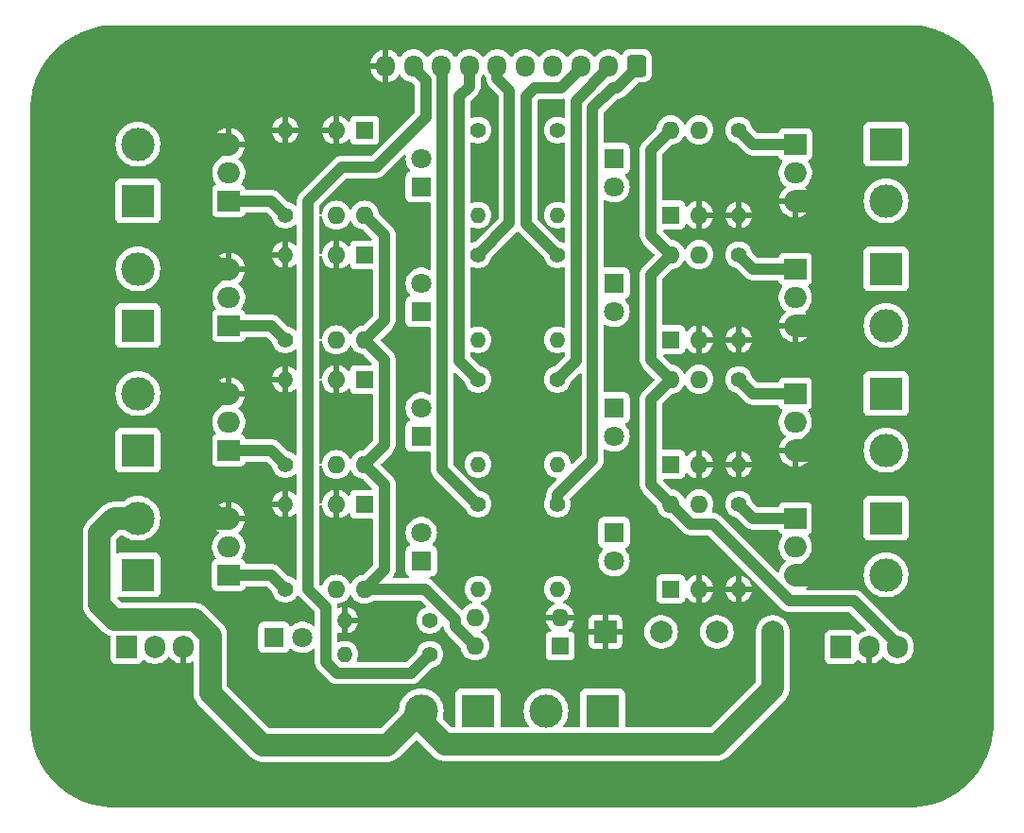
<source format=gbr>
%TF.GenerationSoftware,KiCad,Pcbnew,8.0.6*%
%TF.CreationDate,2024-12-14T18:39:00+02:00*%
%TF.ProjectId,Power_PCB,506f7765-725f-4504-9342-2e6b69636164,rev?*%
%TF.SameCoordinates,Original*%
%TF.FileFunction,Copper,L1,Top*%
%TF.FilePolarity,Positive*%
%FSLAX46Y46*%
G04 Gerber Fmt 4.6, Leading zero omitted, Abs format (unit mm)*
G04 Created by KiCad (PCBNEW 8.0.6) date 2024-12-14 18:39:00*
%MOMM*%
%LPD*%
G01*
G04 APERTURE LIST*
G04 Aperture macros list*
%AMRoundRect*
0 Rectangle with rounded corners*
0 $1 Rounding radius*
0 $2 $3 $4 $5 $6 $7 $8 $9 X,Y pos of 4 corners*
0 Add a 4 corners polygon primitive as box body*
4,1,4,$2,$3,$4,$5,$6,$7,$8,$9,$2,$3,0*
0 Add four circle primitives for the rounded corners*
1,1,$1+$1,$2,$3*
1,1,$1+$1,$4,$5*
1,1,$1+$1,$6,$7*
1,1,$1+$1,$8,$9*
0 Add four rect primitives between the rounded corners*
20,1,$1+$1,$2,$3,$4,$5,0*
20,1,$1+$1,$4,$5,$6,$7,0*
20,1,$1+$1,$6,$7,$8,$9,0*
20,1,$1+$1,$8,$9,$2,$3,0*%
G04 Aperture macros list end*
%TA.AperFunction,ComponentPad*%
%ADD10R,3.000000X3.000000*%
%TD*%
%TA.AperFunction,ComponentPad*%
%ADD11C,3.000000*%
%TD*%
%TA.AperFunction,ComponentPad*%
%ADD12R,1.600000X1.600000*%
%TD*%
%TA.AperFunction,ComponentPad*%
%ADD13O,1.600000X1.600000*%
%TD*%
%TA.AperFunction,ComponentPad*%
%ADD14R,2.000000X1.905000*%
%TD*%
%TA.AperFunction,ComponentPad*%
%ADD15O,2.000000X1.905000*%
%TD*%
%TA.AperFunction,ComponentPad*%
%ADD16C,1.400000*%
%TD*%
%TA.AperFunction,ComponentPad*%
%ADD17O,1.400000X1.400000*%
%TD*%
%TA.AperFunction,ComponentPad*%
%ADD18R,1.800000X1.800000*%
%TD*%
%TA.AperFunction,ComponentPad*%
%ADD19C,1.800000*%
%TD*%
%TA.AperFunction,ComponentPad*%
%ADD20R,1.905000X2.000000*%
%TD*%
%TA.AperFunction,ComponentPad*%
%ADD21O,1.905000X2.000000*%
%TD*%
%TA.AperFunction,ComponentPad*%
%ADD22R,2.000000X2.000000*%
%TD*%
%TA.AperFunction,ComponentPad*%
%ADD23C,2.000000*%
%TD*%
%TA.AperFunction,ComponentPad*%
%ADD24RoundRect,0.250000X0.600000X0.725000X-0.600000X0.725000X-0.600000X-0.725000X0.600000X-0.725000X0*%
%TD*%
%TA.AperFunction,ComponentPad*%
%ADD25O,1.700000X1.950000*%
%TD*%
%TA.AperFunction,ViaPad*%
%ADD26C,5.000000*%
%TD*%
%TA.AperFunction,ViaPad*%
%ADD27C,1.400000*%
%TD*%
%TA.AperFunction,Conductor*%
%ADD28C,2.000000*%
%TD*%
%TA.AperFunction,Conductor*%
%ADD29C,1.000000*%
%TD*%
G04 APERTURE END LIST*
D10*
%TO.P,Mag4,1,Pin_1*%
%TO.N,/mag4_gnd*%
X129796000Y-50812000D03*
D11*
%TO.P,Mag4,2,Pin_2*%
%TO.N,/Rect_Out_12v*%
X129796000Y-55892000D03*
%TD*%
D12*
%TO.P,U6,1*%
%TO.N,Net-(D6-K)*%
X100576000Y-95775000D03*
D13*
%TO.P,U6,2*%
%TO.N,GND*%
X100576000Y-93235000D03*
%TO.P,U6,3*%
%TO.N,Net-(Q5-G)*%
X92956000Y-93235000D03*
%TO.P,U6,4*%
%TO.N,/Rect_Out_5v*%
X92956000Y-95775000D03*
%TD*%
D14*
%TO.P,Q3,1,G*%
%TO.N,Net-(Q3-G)*%
X70868000Y-78244000D03*
D15*
%TO.P,Q3,2,D*%
%TO.N,/extra2_gnd*%
X70868000Y-75704000D03*
%TO.P,Q3,3,S*%
%TO.N,GND*%
X70868000Y-73164000D03*
%TD*%
D16*
%TO.P,330,1*%
%TO.N,/8*%
X100332000Y-49542000D03*
D17*
%TO.P,330,2*%
%TO.N,Net-(D3-A)*%
X100332000Y-57162000D03*
%TD*%
D14*
%TO.P,Q1,1,G*%
%TO.N,Net-(Q1-G)*%
X121668000Y-84340000D03*
D15*
%TO.P,Q1,2,D*%
%TO.N,/mag1_gnd*%
X121668000Y-86880000D03*
%TO.P,Q1,3,S*%
%TO.N,GND*%
X121668000Y-89420000D03*
%TD*%
D10*
%TO.P,Alarm,1,Pin_1*%
%TO.N,/alarm_gnd*%
X93220000Y-101612000D03*
D11*
%TO.P,Alarm,2,Pin_2*%
%TO.N,/Rect_Out_12v*%
X88140000Y-101612000D03*
%TD*%
D12*
%TO.P,U8,1*%
%TO.N,Net-(D8-K)*%
X110492000Y-68328000D03*
D13*
%TO.P,U8,2*%
%TO.N,GND*%
X113032000Y-68328000D03*
%TO.P,U8,3*%
%TO.N,Net-(Q7-G)*%
X113032000Y-60708000D03*
%TO.P,U8,4*%
%TO.N,/Rect_Out_5v*%
X110492000Y-60708000D03*
%TD*%
D18*
%TO.P,D5,1,K*%
%TO.N,Net-(D5-K)*%
X105412000Y-74429000D03*
D19*
%TO.P,D5,2,A*%
%TO.N,Net-(D5-A)*%
X105412000Y-76969000D03*
%TD*%
D16*
%TO.P,330,1*%
%TO.N,/16*%
X93220000Y-71894000D03*
D17*
%TO.P,330,2*%
%TO.N,Net-(D4-A)*%
X93220000Y-79514000D03*
%TD*%
D12*
%TO.P,U1,1*%
%TO.N,Net-(D2-K)*%
X110492000Y-90680000D03*
D13*
%TO.P,U1,2*%
%TO.N,GND*%
X113032000Y-90680000D03*
%TO.P,U1,3*%
%TO.N,Net-(Q1-G)*%
X113032000Y-83060000D03*
%TO.P,U1,4*%
%TO.N,/Rect_Out_5v*%
X110492000Y-83060000D03*
%TD*%
D16*
%TO.P,1K,1*%
%TO.N,Net-(Q6-G)*%
X75948000Y-68338000D03*
D17*
%TO.P,1K,2*%
%TO.N,GND*%
X75948000Y-60718000D03*
%TD*%
D16*
%TO.P,330,1*%
%TO.N,/11*%
X100332000Y-83070000D03*
D17*
%TO.P,330,2*%
%TO.N,Net-(D2-A)*%
X100332000Y-90690000D03*
%TD*%
D10*
%TO.P,Mag1,1,Pin_1*%
%TO.N,/mag1_gnd*%
X129796000Y-84340000D03*
D11*
%TO.P,Mag1,2,Pin_2*%
%TO.N,/Rect_Out_12v*%
X129796000Y-89420000D03*
%TD*%
D14*
%TO.P,Q7,1,G*%
%TO.N,Net-(Q7-G)*%
X121668000Y-61988000D03*
D15*
%TO.P,Q7,2,D*%
%TO.N,/mag3_gnd*%
X121668000Y-64528000D03*
%TO.P,Q7,3,S*%
%TO.N,GND*%
X121668000Y-67068000D03*
%TD*%
D18*
%TO.P,D7,1,K*%
%TO.N,Net-(D7-K)*%
X88140000Y-65803000D03*
D19*
%TO.P,D7,2,A*%
%TO.N,Net-(D7-A)*%
X88140000Y-63263000D03*
%TD*%
D20*
%TO.P,Q5,1,G*%
%TO.N,Net-(Q5-G)*%
X61724000Y-95882500D03*
D21*
%TO.P,Q5,2,D*%
%TO.N,/alarm_gnd*%
X64264000Y-95882500D03*
%TO.P,Q5,3,S*%
%TO.N,GND*%
X66804000Y-95882500D03*
%TD*%
D10*
%TO.P,Power,1,Pin_1*%
%TO.N,/Pwr1_Gnd*%
X104396000Y-101612000D03*
D11*
%TO.P,Power,2,Pin_2*%
%TO.N,/Pwr1*%
X99316000Y-101612000D03*
%TD*%
D18*
%TO.P,D2,1,K*%
%TO.N,Net-(D2-K)*%
X105412000Y-85605000D03*
D19*
%TO.P,D2,2,A*%
%TO.N,Net-(D2-A)*%
X105412000Y-88145000D03*
%TD*%
D14*
%TO.P,Q6,1,G*%
%TO.N,Net-(Q6-G)*%
X70868000Y-67068000D03*
D15*
%TO.P,Q6,2,D*%
%TO.N,/extra3_gnd*%
X70868000Y-64528000D03*
%TO.P,Q6,3,S*%
%TO.N,GND*%
X70868000Y-61988000D03*
%TD*%
D14*
%TO.P,Q8,1,G*%
%TO.N,Net-(Q8-G)*%
X70868000Y-89420000D03*
D15*
%TO.P,Q8,2,D*%
%TO.N,/extra1_gnd*%
X70868000Y-86880000D03*
%TO.P,Q8,3,S*%
%TO.N,GND*%
X70868000Y-84340000D03*
%TD*%
D16*
%TO.P,330,1*%
%TO.N,/10*%
X100332000Y-71894000D03*
D17*
%TO.P,330,2*%
%TO.N,Net-(D5-A)*%
X100332000Y-79514000D03*
%TD*%
D12*
%TO.P,U2,1*%
%TO.N,Net-(D3-K)*%
X110492000Y-57152000D03*
D13*
%TO.P,U2,2*%
%TO.N,GND*%
X113032000Y-57152000D03*
%TO.P,U2,3*%
%TO.N,Net-(Q2-G)*%
X113032000Y-49532000D03*
%TO.P,U2,4*%
%TO.N,/Rect_Out_5v*%
X110492000Y-49532000D03*
%TD*%
D10*
%TO.P,Mag3,1,Pin_1*%
%TO.N,/mag3_gnd*%
X129796000Y-61988000D03*
D11*
%TO.P,Mag3,2,Pin_2*%
%TO.N,/Rect_Out_12v*%
X129796000Y-67068000D03*
%TD*%
D20*
%TO.P,U4,1,IN*%
%TO.N,/Rect_Out_12v*%
X125732000Y-95882500D03*
D21*
%TO.P,U4,2,GND*%
%TO.N,GND*%
X128272000Y-95882500D03*
%TO.P,U4,3,OUT*%
%TO.N,/Rect_Out_5v*%
X130812000Y-95882500D03*
%TD*%
D18*
%TO.P,D8,1,K*%
%TO.N,Net-(D8-K)*%
X105412000Y-63253000D03*
D19*
%TO.P,D8,2,A*%
%TO.N,Net-(D8-A)*%
X105412000Y-65793000D03*
%TD*%
D10*
%TO.P,Mag2,1,Pin_1*%
%TO.N,/mag2_gnd*%
X129796000Y-73164000D03*
D11*
%TO.P,Mag2,2,Pin_2*%
%TO.N,/Rect_Out_12v*%
X129796000Y-78244000D03*
%TD*%
D14*
%TO.P,Q9,1,G*%
%TO.N,Net-(Q9-G)*%
X70868000Y-55892000D03*
D15*
%TO.P,Q9,2,D*%
%TO.N,/extra4_gnd*%
X70868000Y-53352000D03*
%TO.P,Q9,3,S*%
%TO.N,GND*%
X70868000Y-50812000D03*
%TD*%
D22*
%TO.P,D1,1,-*%
%TO.N,GND*%
X104636000Y-94517500D03*
D23*
%TO.P,D1,2*%
%TO.N,/Pwr1*%
X109636000Y-94517500D03*
%TO.P,D1,3*%
%TO.N,/Pwr1_Gnd*%
X114636000Y-94517500D03*
%TO.P,D1,4,+*%
%TO.N,/Rect_Out_12v*%
X119636000Y-94517500D03*
%TD*%
D16*
%TO.P,1K,1*%
%TO.N,Net-(Q3-G)*%
X75948000Y-79514000D03*
D17*
%TO.P,1K,2*%
%TO.N,GND*%
X75948000Y-71894000D03*
%TD*%
D16*
%TO.P,330,1*%
%TO.N,/15*%
X88902000Y-96532000D03*
D17*
%TO.P,330,2*%
%TO.N,Net-(D6-A)*%
X81282000Y-96532000D03*
%TD*%
D14*
%TO.P,Q2,1,G*%
%TO.N,Net-(Q2-G)*%
X121668000Y-50812000D03*
D15*
%TO.P,Q2,2,D*%
%TO.N,/mag4_gnd*%
X121668000Y-53352000D03*
%TO.P,Q2,3,S*%
%TO.N,GND*%
X121668000Y-55892000D03*
%TD*%
D18*
%TO.P,D9,1,K*%
%TO.N,Net-(D9-K)*%
X88140000Y-88155000D03*
D19*
%TO.P,D9,2,A*%
%TO.N,Net-(D9-A)*%
X88140000Y-85615000D03*
%TD*%
D16*
%TO.P,1K,1*%
%TO.N,Net-(Q1-G)*%
X116588000Y-83070000D03*
D17*
%TO.P,1K,2*%
%TO.N,GND*%
X116588000Y-90690000D03*
%TD*%
D10*
%TO.P,Extra1,1,Pin_1*%
%TO.N,/extra1_gnd*%
X62740000Y-89420000D03*
D11*
%TO.P,Extra1,2,Pin_2*%
%TO.N,/Rect_Out_12v*%
X62740000Y-84340000D03*
%TD*%
D12*
%TO.P,U7,1*%
%TO.N,Net-(D7-K)*%
X83060000Y-60728000D03*
D13*
%TO.P,U7,2*%
%TO.N,GND*%
X80520000Y-60728000D03*
%TO.P,U7,3*%
%TO.N,Net-(Q6-G)*%
X80520000Y-68348000D03*
%TO.P,U7,4*%
%TO.N,/Rect_Out_5v*%
X83060000Y-68348000D03*
%TD*%
D12*
%TO.P,U10,1*%
%TO.N,Net-(D10-K)*%
X83060000Y-49552000D03*
D13*
%TO.P,U10,2*%
%TO.N,GND*%
X80520000Y-49552000D03*
%TO.P,U10,3*%
%TO.N,Net-(Q9-G)*%
X80520000Y-57172000D03*
%TO.P,U10,4*%
%TO.N,/Rect_Out_5v*%
X83060000Y-57172000D03*
%TD*%
D18*
%TO.P,D4,1,K*%
%TO.N,Net-(D4-K)*%
X88140000Y-76979000D03*
D19*
%TO.P,D4,2,A*%
%TO.N,Net-(D4-A)*%
X88140000Y-74439000D03*
%TD*%
D18*
%TO.P,D6,1,K*%
%TO.N,Net-(D6-K)*%
X74932000Y-95008000D03*
D19*
%TO.P,D6,2,A*%
%TO.N,Net-(D6-A)*%
X77472000Y-95008000D03*
%TD*%
D16*
%TO.P,1K,1*%
%TO.N,Net-(Q2-G)*%
X116588000Y-49542000D03*
D17*
%TO.P,1K,2*%
%TO.N,GND*%
X116588000Y-57162000D03*
%TD*%
D16*
%TO.P,330,1*%
%TO.N,/0*%
X93220000Y-83070000D03*
D17*
%TO.P,330,2*%
%TO.N,Net-(D9-A)*%
X93220000Y-90690000D03*
%TD*%
D16*
%TO.P,330,1*%
%TO.N,/1*%
X93220000Y-49542000D03*
D17*
%TO.P,330,2*%
%TO.N,Net-(D10-A)*%
X93220000Y-57162000D03*
%TD*%
D12*
%TO.P,U3,1*%
%TO.N,Net-(D4-K)*%
X83060000Y-71904000D03*
D13*
%TO.P,U3,2*%
%TO.N,GND*%
X80520000Y-71904000D03*
%TO.P,U3,3*%
%TO.N,Net-(Q3-G)*%
X80520000Y-79524000D03*
%TO.P,U3,4*%
%TO.N,/Rect_Out_5v*%
X83060000Y-79524000D03*
%TD*%
D14*
%TO.P,Q4,1,G*%
%TO.N,Net-(Q4-G)*%
X121668000Y-73164000D03*
D15*
%TO.P,Q4,2,D*%
%TO.N,/mag2_gnd*%
X121668000Y-75704000D03*
%TO.P,Q4,3,S*%
%TO.N,GND*%
X121668000Y-78244000D03*
%TD*%
D16*
%TO.P,330,1*%
%TO.N,/9*%
X100332000Y-60718000D03*
D17*
%TO.P,330,2*%
%TO.N,Net-(D8-A)*%
X100332000Y-68338000D03*
%TD*%
D16*
%TO.P,1K,1*%
%TO.N,Net-(Q7-G)*%
X116588000Y-60718000D03*
D17*
%TO.P,1K,2*%
%TO.N,GND*%
X116588000Y-68338000D03*
%TD*%
D16*
%TO.P,330,1*%
%TO.N,/17*%
X93220000Y-60718000D03*
D17*
%TO.P,330,2*%
%TO.N,Net-(D7-A)*%
X93220000Y-68338000D03*
%TD*%
D10*
%TO.P,Extra4,1,Pin_1*%
%TO.N,/extra4_gnd*%
X62740000Y-55892000D03*
D11*
%TO.P,Extra4,2,Pin_2*%
%TO.N,/Rect_Out_12v*%
X62740000Y-50812000D03*
%TD*%
D16*
%TO.P,1K,1*%
%TO.N,Net-(Q4-G)*%
X116588000Y-71894000D03*
D17*
%TO.P,1K,2*%
%TO.N,GND*%
X116588000Y-79514000D03*
%TD*%
D10*
%TO.P,Extra2,1,Pin_1*%
%TO.N,/extra2_gnd*%
X62740000Y-78244000D03*
D11*
%TO.P,Extra2,2,Pin_2*%
%TO.N,/Rect_Out_12v*%
X62740000Y-73164000D03*
%TD*%
D16*
%TO.P,1K,1*%
%TO.N,Net-(Q9-G)*%
X75948000Y-57162000D03*
D17*
%TO.P,1K,2*%
%TO.N,GND*%
X75948000Y-49542000D03*
%TD*%
D10*
%TO.P,Extra3,1,Pin_1*%
%TO.N,/extra3_gnd*%
X62740000Y-67068000D03*
D11*
%TO.P,Extra3,2,Pin_2*%
%TO.N,/Rect_Out_12v*%
X62740000Y-61988000D03*
%TD*%
D16*
%TO.P,1K,1*%
%TO.N,Net-(Q5-G)*%
X88902000Y-93484000D03*
D17*
%TO.P,1K,2*%
%TO.N,GND*%
X81282000Y-93484000D03*
%TD*%
D24*
%TO.P,From_Control,1,Pin_1*%
%TO.N,/11*%
X107444000Y-43772000D03*
D25*
%TO.P,From_Control,2,Pin_2*%
%TO.N,/10*%
X104944000Y-43772000D03*
%TO.P,From_Control,3,Pin_3*%
%TO.N,/9*%
X102444000Y-43772000D03*
%TO.P,From_Control,4,Pin_4*%
%TO.N,/8*%
X99944000Y-43772000D03*
%TO.P,From_Control,5,Pin_5*%
%TO.N,/1*%
X97444000Y-43772000D03*
%TO.P,From_Control,6,Pin_6*%
%TO.N,/17*%
X94944000Y-43772000D03*
%TO.P,From_Control,7,Pin_7*%
%TO.N,/16*%
X92444000Y-43772000D03*
%TO.P,From_Control,8,Pin_8*%
%TO.N,/0*%
X89944000Y-43772000D03*
%TO.P,From_Control,9,Pin_9*%
%TO.N,/15*%
X87444000Y-43772000D03*
%TO.P,From_Control,10,Pin_10*%
%TO.N,GND*%
X84944000Y-43772000D03*
%TD*%
D18*
%TO.P,D10,1,K*%
%TO.N,Net-(D10-K)*%
X88140000Y-54627000D03*
D19*
%TO.P,D10,2,A*%
%TO.N,Net-(D10-A)*%
X88140000Y-52087000D03*
%TD*%
D16*
%TO.P,1K,1*%
%TO.N,Net-(Q8-G)*%
X75948000Y-90690000D03*
D17*
%TO.P,1K,2*%
%TO.N,GND*%
X75948000Y-83070000D03*
%TD*%
D12*
%TO.P,U9,1*%
%TO.N,Net-(D9-K)*%
X83060000Y-83080000D03*
D13*
%TO.P,U9,2*%
%TO.N,GND*%
X80520000Y-83080000D03*
%TO.P,U9,3*%
%TO.N,Net-(Q8-G)*%
X80520000Y-90700000D03*
%TO.P,U9,4*%
%TO.N,/Rect_Out_5v*%
X83060000Y-90700000D03*
%TD*%
D18*
%TO.P,D3,1,K*%
%TO.N,Net-(D3-K)*%
X105412000Y-52077000D03*
D19*
%TO.P,D3,2,A*%
%TO.N,Net-(D3-A)*%
X105412000Y-54617000D03*
%TD*%
D12*
%TO.P,U5,1*%
%TO.N,Net-(D5-K)*%
X110492000Y-79504000D03*
D13*
%TO.P,U5,2*%
%TO.N,GND*%
X113032000Y-79504000D03*
%TO.P,U5,3*%
%TO.N,Net-(Q4-G)*%
X113032000Y-71884000D03*
%TO.P,U5,4*%
%TO.N,/Rect_Out_5v*%
X110492000Y-71884000D03*
%TD*%
D26*
%TO.N,GND*%
X134876000Y-105676000D03*
X58676000Y-44716000D03*
D27*
X100332000Y-53352000D03*
D26*
X57660000Y-105676000D03*
D27*
X100332000Y-87388000D03*
X93220000Y-53352000D03*
X102364000Y-90436000D03*
D26*
X134876000Y-44716000D03*
D27*
X91188000Y-90436000D03*
%TD*%
D28*
%TO.N,GND*%
X69920426Y-61988000D02*
X68388000Y-63520426D01*
X69920426Y-50812000D02*
X68388000Y-52344426D01*
X124148000Y-87920000D02*
X122648000Y-89420000D01*
X68388000Y-52344426D02*
X68388000Y-60524000D01*
X68388000Y-71700000D02*
X69852000Y-73164000D01*
X69852000Y-61988000D02*
X70868000Y-61988000D01*
X124148000Y-68216000D02*
X124148000Y-76711574D01*
X69852000Y-84340000D02*
X70868000Y-84340000D01*
X68388000Y-63520426D02*
X68388000Y-71700000D01*
X70868000Y-73164000D02*
X69920426Y-73164000D01*
X68388000Y-82876000D02*
X69852000Y-84340000D01*
X124148000Y-65920000D02*
X123000000Y-67068000D01*
X68388000Y-74696426D02*
X68388000Y-82876000D01*
X123268000Y-78244000D02*
X124148000Y-79124000D01*
X121668000Y-78244000D02*
X123268000Y-78244000D01*
X124148000Y-76711574D02*
X122615574Y-78244000D01*
X69852000Y-73164000D02*
X70868000Y-73164000D01*
X122648000Y-89420000D02*
X121668000Y-89420000D01*
X124148000Y-57124000D02*
X124148000Y-65920000D01*
X70868000Y-61988000D02*
X69920426Y-61988000D01*
X69920426Y-73164000D02*
X68388000Y-74696426D01*
X123000000Y-67068000D02*
X124148000Y-68216000D01*
X122916000Y-55892000D02*
X124148000Y-57124000D01*
X121668000Y-55892000D02*
X122916000Y-55892000D01*
X124148000Y-79124000D02*
X124148000Y-87920000D01*
X70868000Y-50812000D02*
X69920426Y-50812000D01*
X122615574Y-78244000D02*
X121668000Y-78244000D01*
X68388000Y-60524000D02*
X69852000Y-61988000D01*
X123000000Y-67068000D02*
X121668000Y-67068000D01*
%TO.N,/Rect_Out_12v*%
X59291500Y-92067500D02*
X60626500Y-93402500D01*
X114624000Y-104592000D02*
X119636000Y-99580000D01*
X69236500Y-99980500D02*
X73916000Y-104660000D01*
X60618680Y-84340000D02*
X59291500Y-85667180D01*
X67811574Y-93402500D02*
X69236500Y-94827426D01*
X60626500Y-93402500D02*
X67811574Y-93402500D01*
X73916000Y-104660000D02*
X85092000Y-104660000D01*
X62740000Y-84340000D02*
X60618680Y-84340000D01*
X69236500Y-94827426D02*
X69236500Y-99980500D01*
X88140000Y-102492000D02*
X90240000Y-104592000D01*
X119636000Y-99580000D02*
X119636000Y-94517500D01*
X85092000Y-104660000D02*
X88140000Y-101612000D01*
X88140000Y-101612000D02*
X88140000Y-102492000D01*
X59291500Y-85667180D02*
X59291500Y-92067500D01*
X90240000Y-104592000D02*
X114624000Y-104592000D01*
D29*
%TO.N,/15*%
X88540000Y-48380000D02*
X84076000Y-52844000D01*
X87444000Y-43772000D02*
X87444000Y-43985011D01*
X77980000Y-55892000D02*
X77980000Y-90677301D01*
X88540000Y-45081011D02*
X88540000Y-48380000D01*
X81028000Y-52844000D02*
X77980000Y-55892000D01*
X84076000Y-52844000D02*
X81028000Y-52844000D01*
X87222000Y-98212000D02*
X88902000Y-96532000D01*
X77980000Y-90677301D02*
X79602000Y-92299301D01*
X80586121Y-98212000D02*
X87222000Y-98212000D01*
X79602000Y-92299301D02*
X79602000Y-97227879D01*
X87444000Y-43985011D02*
X88540000Y-45081011D01*
X79602000Y-97227879D02*
X80586121Y-98212000D01*
%TO.N,/11*%
X100332000Y-82236000D02*
X103492000Y-79076000D01*
X103492000Y-47530047D02*
X105290047Y-45732000D01*
X105697011Y-45732000D02*
X107444000Y-43985011D01*
X107444000Y-43985011D02*
X107444000Y-43772000D01*
X103492000Y-79076000D02*
X103492000Y-47530047D01*
X105290047Y-45732000D02*
X105697011Y-45732000D01*
X100332000Y-83070000D02*
X100332000Y-82236000D01*
%TO.N,/16*%
X91540000Y-46528000D02*
X92444000Y-45624000D01*
X92444000Y-45624000D02*
X92444000Y-43772000D01*
X93220000Y-71894000D02*
X91540000Y-70214000D01*
X91540000Y-70214000D02*
X91540000Y-46528000D01*
%TO.N,/0*%
X89944000Y-43772000D02*
X90020000Y-43848000D01*
X93094000Y-83070000D02*
X93220000Y-83070000D01*
X90020000Y-79996000D02*
X93094000Y-83070000D01*
X90020000Y-43848000D02*
X90020000Y-79996000D01*
%TO.N,/17*%
X96056000Y-57882000D02*
X96056000Y-45992000D01*
X96056000Y-45992000D02*
X94944000Y-44880000D01*
X94944000Y-44880000D02*
X94944000Y-43772000D01*
X93220000Y-60718000D02*
X96056000Y-57882000D01*
%TO.N,/10*%
X104944000Y-43985011D02*
X104944000Y-43772000D01*
X102012000Y-70214000D02*
X102012000Y-46917011D01*
X102012000Y-46917011D02*
X104944000Y-43985011D01*
X100332000Y-71894000D02*
X102012000Y-70214000D01*
%TO.N,/9*%
X100332000Y-60718000D02*
X97536000Y-57922000D01*
X97536000Y-46496000D02*
X98305000Y-45727000D01*
X102444000Y-43985011D02*
X102444000Y-43772000D01*
X97536000Y-57922000D02*
X97536000Y-46496000D01*
X98305000Y-45727000D02*
X100702011Y-45727000D01*
X100702011Y-45727000D02*
X102444000Y-43985011D01*
%TO.N,Net-(Q1-G)*%
X117858000Y-84340000D02*
X116588000Y-83070000D01*
X121668000Y-84340000D02*
X117858000Y-84340000D01*
%TO.N,Net-(Q2-G)*%
X117858000Y-50812000D02*
X116588000Y-49542000D01*
X121668000Y-50812000D02*
X117858000Y-50812000D01*
%TO.N,Net-(Q3-G)*%
X74678000Y-78244000D02*
X75948000Y-79514000D01*
X70868000Y-78244000D02*
X74678000Y-78244000D01*
%TO.N,Net-(Q4-G)*%
X117858000Y-73164000D02*
X116588000Y-71894000D01*
X121668000Y-73164000D02*
X117858000Y-73164000D01*
%TO.N,Net-(Q6-G)*%
X70868000Y-67068000D02*
X74678000Y-67068000D01*
X74678000Y-67068000D02*
X75948000Y-68338000D01*
%TO.N,Net-(Q7-G)*%
X121668000Y-61988000D02*
X117858000Y-61988000D01*
X117858000Y-61988000D02*
X116588000Y-60718000D01*
%TO.N,Net-(Q8-G)*%
X70868000Y-89420000D02*
X74678000Y-89420000D01*
X74678000Y-89420000D02*
X75948000Y-90690000D01*
%TO.N,Net-(Q9-G)*%
X70868000Y-55892000D02*
X74678000Y-55892000D01*
X74678000Y-55892000D02*
X75948000Y-57162000D01*
%TO.N,/Rect_Out_5v*%
X130812000Y-95642032D02*
X126920908Y-91750940D01*
X108712000Y-73664000D02*
X108712000Y-81280000D01*
X108712000Y-51312000D02*
X108712000Y-58928000D01*
X130812000Y-95882500D02*
X130812000Y-95642032D01*
X110492000Y-71884000D02*
X108712000Y-73664000D01*
X83060000Y-79524000D02*
X84840000Y-81304000D01*
X126920908Y-91750940D02*
X121198797Y-91750940D01*
X114287857Y-84840000D02*
X112272000Y-84840000D01*
X121198797Y-91750940D02*
X114287857Y-84840000D01*
X108712000Y-81280000D02*
X110492000Y-83060000D01*
X84840000Y-81304000D02*
X84840000Y-88920000D01*
X84840000Y-70128000D02*
X84840000Y-77744000D01*
X91176000Y-93382121D02*
X88493879Y-90700000D01*
X92956000Y-95775000D02*
X91176000Y-93995000D01*
X91176000Y-93995000D02*
X91176000Y-93382121D01*
X112272000Y-84840000D02*
X110492000Y-83060000D01*
X84840000Y-88920000D02*
X83060000Y-90700000D01*
X110492000Y-49532000D02*
X108712000Y-51312000D01*
X83060000Y-57172000D02*
X84840000Y-58952000D01*
X83060000Y-68348000D02*
X84840000Y-70128000D01*
X110492000Y-60708000D02*
X108712000Y-62488000D01*
X108712000Y-62488000D02*
X108712000Y-70104000D01*
X84840000Y-66568000D02*
X83060000Y-68348000D01*
X108712000Y-70104000D02*
X110492000Y-71884000D01*
X84840000Y-77744000D02*
X83060000Y-79524000D01*
X84840000Y-58952000D02*
X84840000Y-66568000D01*
X108712000Y-58928000D02*
X110492000Y-60708000D01*
X88493879Y-90700000D02*
X83060000Y-90700000D01*
%TD*%
%TA.AperFunction,Conductor*%
%TO.N,GND*%
G36*
X79185703Y-83145618D02*
G01*
X79223477Y-83204396D01*
X79228028Y-83228524D01*
X79234858Y-83306599D01*
X79234860Y-83306610D01*
X79293730Y-83526317D01*
X79293734Y-83526326D01*
X79389865Y-83732482D01*
X79520342Y-83918820D01*
X79681179Y-84079657D01*
X79867517Y-84210134D01*
X80073673Y-84306265D01*
X80073682Y-84306269D01*
X80269999Y-84358872D01*
X80270000Y-84358871D01*
X80270000Y-83395686D01*
X80274394Y-83400080D01*
X80365606Y-83452741D01*
X80467339Y-83480000D01*
X80572661Y-83480000D01*
X80674394Y-83452741D01*
X80765606Y-83400080D01*
X80770000Y-83395686D01*
X80770000Y-84358872D01*
X80966317Y-84306269D01*
X80966326Y-84306265D01*
X81172482Y-84210134D01*
X81358820Y-84079657D01*
X81519658Y-83918819D01*
X81537190Y-83893781D01*
X81591766Y-83850155D01*
X81661264Y-83842961D01*
X81723619Y-83874482D01*
X81759034Y-83934712D01*
X81762055Y-83951647D01*
X81765907Y-83987480D01*
X81816202Y-84122328D01*
X81816206Y-84122335D01*
X81902452Y-84237544D01*
X81902455Y-84237547D01*
X82017664Y-84323793D01*
X82017671Y-84323797D01*
X82152517Y-84374091D01*
X82152516Y-84374091D01*
X82159444Y-84374835D01*
X82212127Y-84380500D01*
X83715500Y-84380499D01*
X83782539Y-84400184D01*
X83828294Y-84452987D01*
X83839500Y-84504499D01*
X83839500Y-88454217D01*
X83819815Y-88521256D01*
X83803181Y-88541898D01*
X82971967Y-89373111D01*
X82910644Y-89406596D01*
X82895096Y-89408958D01*
X82833311Y-89414364D01*
X82833302Y-89414366D01*
X82613511Y-89473258D01*
X82613502Y-89473261D01*
X82407267Y-89569431D01*
X82407265Y-89569432D01*
X82220858Y-89699954D01*
X82059954Y-89860858D01*
X81929432Y-90047265D01*
X81929431Y-90047267D01*
X81902382Y-90105275D01*
X81856209Y-90157714D01*
X81789016Y-90176866D01*
X81722135Y-90156650D01*
X81677618Y-90105275D01*
X81660352Y-90068248D01*
X81650568Y-90047266D01*
X81520047Y-89860861D01*
X81520045Y-89860858D01*
X81359141Y-89699954D01*
X81172734Y-89569432D01*
X81172732Y-89569431D01*
X80966497Y-89473261D01*
X80966488Y-89473258D01*
X80746697Y-89414366D01*
X80746693Y-89414365D01*
X80746692Y-89414365D01*
X80746691Y-89414364D01*
X80746686Y-89414364D01*
X80520002Y-89394532D01*
X80519998Y-89394532D01*
X80293313Y-89414364D01*
X80293302Y-89414366D01*
X80073511Y-89473258D01*
X80073502Y-89473261D01*
X79867267Y-89569431D01*
X79867265Y-89569432D01*
X79680858Y-89699954D01*
X79519954Y-89860858D01*
X79389432Y-90047265D01*
X79389431Y-90047267D01*
X79293261Y-90253502D01*
X79293256Y-90253517D01*
X79280771Y-90300111D01*
X79244405Y-90359771D01*
X79181558Y-90390299D01*
X79112183Y-90382004D01*
X79073316Y-90355697D01*
X79016818Y-90299198D01*
X78983334Y-90237875D01*
X78980500Y-90211518D01*
X78980500Y-83239331D01*
X79000185Y-83172292D01*
X79052989Y-83126537D01*
X79122147Y-83116593D01*
X79185703Y-83145618D01*
G37*
%TD.AperFunction*%
%TA.AperFunction,Conductor*%
G36*
X79185703Y-79595353D02*
G01*
X79223477Y-79654131D01*
X79228028Y-79678259D01*
X79234364Y-79750686D01*
X79234366Y-79750697D01*
X79293258Y-79970488D01*
X79293261Y-79970497D01*
X79389431Y-80176732D01*
X79389432Y-80176734D01*
X79519954Y-80363141D01*
X79680858Y-80524045D01*
X79684880Y-80526861D01*
X79867266Y-80654568D01*
X80073504Y-80750739D01*
X80293308Y-80809635D01*
X80455230Y-80823801D01*
X80519998Y-80829468D01*
X80520000Y-80829468D01*
X80520002Y-80829468D01*
X80576673Y-80824509D01*
X80746692Y-80809635D01*
X80966496Y-80750739D01*
X81172734Y-80654568D01*
X81359139Y-80524047D01*
X81520047Y-80363139D01*
X81650568Y-80176734D01*
X81677618Y-80118724D01*
X81723790Y-80066285D01*
X81790983Y-80047133D01*
X81857865Y-80067348D01*
X81902382Y-80118725D01*
X81929429Y-80176728D01*
X81929432Y-80176734D01*
X82059954Y-80363141D01*
X82220858Y-80524045D01*
X82224880Y-80526861D01*
X82407266Y-80654568D01*
X82613504Y-80750739D01*
X82833308Y-80809635D01*
X82895094Y-80815040D01*
X82960161Y-80840492D01*
X82971967Y-80850887D01*
X83688899Y-81567819D01*
X83722384Y-81629142D01*
X83717400Y-81698834D01*
X83675528Y-81754767D01*
X83610064Y-81779184D01*
X83601218Y-81779500D01*
X82212129Y-81779500D01*
X82212123Y-81779501D01*
X82152516Y-81785908D01*
X82017671Y-81836202D01*
X82017664Y-81836206D01*
X81902455Y-81922452D01*
X81902452Y-81922455D01*
X81816206Y-82037664D01*
X81816202Y-82037671D01*
X81765908Y-82172517D01*
X81762056Y-82208352D01*
X81735318Y-82272903D01*
X81677926Y-82312752D01*
X81608101Y-82315245D01*
X81548012Y-82279593D01*
X81537192Y-82266221D01*
X81519657Y-82241179D01*
X81358820Y-82080342D01*
X81172482Y-81949865D01*
X80966328Y-81853734D01*
X80770000Y-81801127D01*
X80770000Y-82764314D01*
X80765606Y-82759920D01*
X80674394Y-82707259D01*
X80572661Y-82680000D01*
X80467339Y-82680000D01*
X80365606Y-82707259D01*
X80274394Y-82759920D01*
X80270000Y-82764314D01*
X80270000Y-81801127D01*
X80073671Y-81853734D01*
X79867517Y-81949865D01*
X79681179Y-82080342D01*
X79520342Y-82241179D01*
X79389865Y-82427517D01*
X79293734Y-82633673D01*
X79293730Y-82633682D01*
X79234860Y-82853389D01*
X79234858Y-82853400D01*
X79228028Y-82931475D01*
X79202576Y-82996544D01*
X79145985Y-83037523D01*
X79076223Y-83041401D01*
X79015439Y-83006947D01*
X78982931Y-82945100D01*
X78980500Y-82920668D01*
X78980500Y-79689066D01*
X79000185Y-79622027D01*
X79052989Y-79576272D01*
X79122147Y-79566328D01*
X79185703Y-79595353D01*
G37*
%TD.AperFunction*%
%TA.AperFunction,Conductor*%
G36*
X79185703Y-71969618D02*
G01*
X79223477Y-72028396D01*
X79228028Y-72052524D01*
X79234858Y-72130599D01*
X79234860Y-72130610D01*
X79293730Y-72350317D01*
X79293734Y-72350326D01*
X79389865Y-72556482D01*
X79520342Y-72742820D01*
X79681179Y-72903657D01*
X79867517Y-73034134D01*
X80073673Y-73130265D01*
X80073682Y-73130269D01*
X80269999Y-73182872D01*
X80270000Y-73182871D01*
X80270000Y-72219686D01*
X80274394Y-72224080D01*
X80365606Y-72276741D01*
X80467339Y-72304000D01*
X80572661Y-72304000D01*
X80674394Y-72276741D01*
X80765606Y-72224080D01*
X80770000Y-72219686D01*
X80770000Y-73182872D01*
X80966317Y-73130269D01*
X80966326Y-73130265D01*
X81172482Y-73034134D01*
X81358820Y-72903657D01*
X81519658Y-72742819D01*
X81537190Y-72717781D01*
X81591766Y-72674155D01*
X81661264Y-72666961D01*
X81723619Y-72698482D01*
X81759034Y-72758712D01*
X81762055Y-72775647D01*
X81765907Y-72811480D01*
X81816202Y-72946328D01*
X81816206Y-72946335D01*
X81902452Y-73061544D01*
X81902455Y-73061547D01*
X82017664Y-73147793D01*
X82017671Y-73147797D01*
X82152517Y-73198091D01*
X82152516Y-73198091D01*
X82159444Y-73198835D01*
X82212127Y-73204500D01*
X83715500Y-73204499D01*
X83782539Y-73224184D01*
X83828294Y-73276987D01*
X83839500Y-73328499D01*
X83839500Y-77278217D01*
X83819815Y-77345256D01*
X83803181Y-77365898D01*
X82971967Y-78197111D01*
X82910644Y-78230596D01*
X82895096Y-78232958D01*
X82833311Y-78238364D01*
X82833302Y-78238366D01*
X82613511Y-78297258D01*
X82613502Y-78297261D01*
X82407267Y-78393431D01*
X82407265Y-78393432D01*
X82220858Y-78523954D01*
X82059954Y-78684858D01*
X81929432Y-78871265D01*
X81929431Y-78871267D01*
X81902382Y-78929275D01*
X81856209Y-78981714D01*
X81789016Y-79000866D01*
X81722135Y-78980650D01*
X81677618Y-78929275D01*
X81654442Y-78879574D01*
X81650568Y-78871266D01*
X81520047Y-78684861D01*
X81520045Y-78684858D01*
X81359141Y-78523954D01*
X81172734Y-78393432D01*
X81172732Y-78393431D01*
X80966497Y-78297261D01*
X80966488Y-78297258D01*
X80746697Y-78238366D01*
X80746693Y-78238365D01*
X80746692Y-78238365D01*
X80746691Y-78238364D01*
X80746686Y-78238364D01*
X80520002Y-78218532D01*
X80519998Y-78218532D01*
X80293313Y-78238364D01*
X80293302Y-78238366D01*
X80073511Y-78297258D01*
X80073502Y-78297261D01*
X79867267Y-78393431D01*
X79867265Y-78393432D01*
X79680858Y-78523954D01*
X79519954Y-78684858D01*
X79389432Y-78871265D01*
X79389431Y-78871267D01*
X79293261Y-79077502D01*
X79293258Y-79077511D01*
X79234366Y-79297302D01*
X79234364Y-79297313D01*
X79228028Y-79369740D01*
X79202576Y-79434809D01*
X79145985Y-79475788D01*
X79076223Y-79479666D01*
X79015439Y-79445212D01*
X78982931Y-79383365D01*
X78980500Y-79358933D01*
X78980500Y-72063331D01*
X79000185Y-71996292D01*
X79052989Y-71950537D01*
X79122147Y-71940593D01*
X79185703Y-71969618D01*
G37*
%TD.AperFunction*%
%TA.AperFunction,Conductor*%
G36*
X79185703Y-68419353D02*
G01*
X79223477Y-68478131D01*
X79228028Y-68502259D01*
X79234364Y-68574686D01*
X79234366Y-68574697D01*
X79293258Y-68794488D01*
X79293261Y-68794497D01*
X79389431Y-69000732D01*
X79389432Y-69000734D01*
X79519954Y-69187141D01*
X79680858Y-69348045D01*
X79684880Y-69350861D01*
X79867266Y-69478568D01*
X80073504Y-69574739D01*
X80293308Y-69633635D01*
X80455230Y-69647801D01*
X80519998Y-69653468D01*
X80520000Y-69653468D01*
X80520002Y-69653468D01*
X80576673Y-69648509D01*
X80746692Y-69633635D01*
X80966496Y-69574739D01*
X81172734Y-69478568D01*
X81359139Y-69348047D01*
X81520047Y-69187139D01*
X81650568Y-69000734D01*
X81677618Y-68942724D01*
X81723790Y-68890285D01*
X81790983Y-68871133D01*
X81857865Y-68891348D01*
X81902382Y-68942725D01*
X81929429Y-69000728D01*
X81929432Y-69000734D01*
X82059954Y-69187141D01*
X82220858Y-69348045D01*
X82224880Y-69350861D01*
X82407266Y-69478568D01*
X82613504Y-69574739D01*
X82833308Y-69633635D01*
X82895094Y-69639040D01*
X82960161Y-69664492D01*
X82971967Y-69674887D01*
X83688899Y-70391819D01*
X83722384Y-70453142D01*
X83717400Y-70522834D01*
X83675528Y-70578767D01*
X83610064Y-70603184D01*
X83601218Y-70603500D01*
X82212129Y-70603500D01*
X82212123Y-70603501D01*
X82152516Y-70609908D01*
X82017671Y-70660202D01*
X82017664Y-70660206D01*
X81902455Y-70746452D01*
X81902452Y-70746455D01*
X81816206Y-70861664D01*
X81816202Y-70861671D01*
X81765908Y-70996517D01*
X81762056Y-71032352D01*
X81735318Y-71096903D01*
X81677926Y-71136752D01*
X81608101Y-71139245D01*
X81548012Y-71103593D01*
X81537192Y-71090221D01*
X81519657Y-71065179D01*
X81358820Y-70904342D01*
X81172482Y-70773865D01*
X80966328Y-70677734D01*
X80770000Y-70625127D01*
X80770000Y-71588314D01*
X80765606Y-71583920D01*
X80674394Y-71531259D01*
X80572661Y-71504000D01*
X80467339Y-71504000D01*
X80365606Y-71531259D01*
X80274394Y-71583920D01*
X80270000Y-71588314D01*
X80270000Y-70625127D01*
X80073671Y-70677734D01*
X79867517Y-70773865D01*
X79681179Y-70904342D01*
X79520342Y-71065179D01*
X79389865Y-71251517D01*
X79293734Y-71457673D01*
X79293730Y-71457682D01*
X79234860Y-71677389D01*
X79234858Y-71677400D01*
X79228028Y-71755475D01*
X79202576Y-71820544D01*
X79145985Y-71861523D01*
X79076223Y-71865401D01*
X79015439Y-71830947D01*
X78982931Y-71769100D01*
X78980500Y-71744668D01*
X78980500Y-68513066D01*
X79000185Y-68446027D01*
X79052989Y-68400272D01*
X79122147Y-68390328D01*
X79185703Y-68419353D01*
G37*
%TD.AperFunction*%
%TA.AperFunction,Conductor*%
G36*
X79185703Y-60793618D02*
G01*
X79223477Y-60852396D01*
X79228028Y-60876524D01*
X79234858Y-60954599D01*
X79234860Y-60954610D01*
X79293730Y-61174317D01*
X79293734Y-61174326D01*
X79389865Y-61380482D01*
X79520342Y-61566820D01*
X79681179Y-61727657D01*
X79867517Y-61858134D01*
X80073673Y-61954265D01*
X80073682Y-61954269D01*
X80269999Y-62006872D01*
X80270000Y-62006871D01*
X80270000Y-61043686D01*
X80274394Y-61048080D01*
X80365606Y-61100741D01*
X80467339Y-61128000D01*
X80572661Y-61128000D01*
X80674394Y-61100741D01*
X80765606Y-61048080D01*
X80770000Y-61043686D01*
X80770000Y-62006872D01*
X80966317Y-61954269D01*
X80966326Y-61954265D01*
X81172482Y-61858134D01*
X81358820Y-61727657D01*
X81519658Y-61566819D01*
X81537190Y-61541781D01*
X81591766Y-61498155D01*
X81661264Y-61490961D01*
X81723619Y-61522482D01*
X81759034Y-61582712D01*
X81762055Y-61599647D01*
X81765907Y-61635480D01*
X81816202Y-61770328D01*
X81816206Y-61770335D01*
X81902452Y-61885544D01*
X81902455Y-61885547D01*
X82017664Y-61971793D01*
X82017671Y-61971797D01*
X82152517Y-62022091D01*
X82152516Y-62022091D01*
X82159444Y-62022835D01*
X82212127Y-62028500D01*
X83715500Y-62028499D01*
X83782539Y-62048184D01*
X83828294Y-62100987D01*
X83839500Y-62152499D01*
X83839500Y-66102217D01*
X83819815Y-66169256D01*
X83803181Y-66189898D01*
X82971967Y-67021111D01*
X82910644Y-67054596D01*
X82895096Y-67056958D01*
X82833311Y-67062364D01*
X82833302Y-67062366D01*
X82613511Y-67121258D01*
X82613502Y-67121261D01*
X82407267Y-67217431D01*
X82407265Y-67217432D01*
X82220858Y-67347954D01*
X82059954Y-67508858D01*
X81929432Y-67695265D01*
X81929431Y-67695267D01*
X81902382Y-67753275D01*
X81856209Y-67805714D01*
X81789016Y-67824866D01*
X81722135Y-67804650D01*
X81677618Y-67753275D01*
X81654442Y-67703574D01*
X81650568Y-67695266D01*
X81520047Y-67508861D01*
X81520045Y-67508858D01*
X81359141Y-67347954D01*
X81172734Y-67217432D01*
X81172732Y-67217431D01*
X80966497Y-67121261D01*
X80966488Y-67121258D01*
X80746697Y-67062366D01*
X80746693Y-67062365D01*
X80746692Y-67062365D01*
X80746691Y-67062364D01*
X80746686Y-67062364D01*
X80520002Y-67042532D01*
X80519998Y-67042532D01*
X80293313Y-67062364D01*
X80293302Y-67062366D01*
X80073511Y-67121258D01*
X80073502Y-67121261D01*
X79867267Y-67217431D01*
X79867265Y-67217432D01*
X79680858Y-67347954D01*
X79519954Y-67508858D01*
X79389432Y-67695265D01*
X79389431Y-67695267D01*
X79293261Y-67901502D01*
X79293258Y-67901511D01*
X79234366Y-68121302D01*
X79234364Y-68121313D01*
X79228028Y-68193740D01*
X79202576Y-68258809D01*
X79145985Y-68299788D01*
X79076223Y-68303666D01*
X79015439Y-68269212D01*
X78982931Y-68207365D01*
X78980500Y-68182933D01*
X78980500Y-60887331D01*
X79000185Y-60820292D01*
X79052989Y-60774537D01*
X79122147Y-60764593D01*
X79185703Y-60793618D01*
G37*
%TD.AperFunction*%
%TA.AperFunction,Conductor*%
G36*
X79185703Y-57243353D02*
G01*
X79223477Y-57302131D01*
X79228028Y-57326259D01*
X79234364Y-57398686D01*
X79234366Y-57398697D01*
X79293258Y-57618488D01*
X79293261Y-57618497D01*
X79389431Y-57824732D01*
X79389432Y-57824734D01*
X79519954Y-58011141D01*
X79680858Y-58172045D01*
X79684880Y-58174861D01*
X79867266Y-58302568D01*
X80073504Y-58398739D01*
X80293308Y-58457635D01*
X80455230Y-58471801D01*
X80519998Y-58477468D01*
X80520000Y-58477468D01*
X80520002Y-58477468D01*
X80576673Y-58472509D01*
X80746692Y-58457635D01*
X80966496Y-58398739D01*
X81172734Y-58302568D01*
X81359139Y-58172047D01*
X81520047Y-58011139D01*
X81650568Y-57824734D01*
X81677618Y-57766724D01*
X81723790Y-57714285D01*
X81790983Y-57695133D01*
X81857865Y-57715348D01*
X81902382Y-57766725D01*
X81929429Y-57824728D01*
X81929432Y-57824734D01*
X82059954Y-58011141D01*
X82220858Y-58172045D01*
X82224880Y-58174861D01*
X82407266Y-58302568D01*
X82613504Y-58398739D01*
X82833308Y-58457635D01*
X82895094Y-58463040D01*
X82960161Y-58488492D01*
X82971967Y-58498887D01*
X83688899Y-59215819D01*
X83722384Y-59277142D01*
X83717400Y-59346834D01*
X83675528Y-59402767D01*
X83610064Y-59427184D01*
X83601218Y-59427500D01*
X82212129Y-59427500D01*
X82212123Y-59427501D01*
X82152516Y-59433908D01*
X82017671Y-59484202D01*
X82017664Y-59484206D01*
X81902455Y-59570452D01*
X81902452Y-59570455D01*
X81816206Y-59685664D01*
X81816202Y-59685671D01*
X81765908Y-59820517D01*
X81762056Y-59856352D01*
X81735318Y-59920903D01*
X81677926Y-59960752D01*
X81608101Y-59963245D01*
X81548012Y-59927593D01*
X81537192Y-59914221D01*
X81519657Y-59889179D01*
X81358820Y-59728342D01*
X81172482Y-59597865D01*
X80966328Y-59501734D01*
X80770000Y-59449127D01*
X80770000Y-60412314D01*
X80765606Y-60407920D01*
X80674394Y-60355259D01*
X80572661Y-60328000D01*
X80467339Y-60328000D01*
X80365606Y-60355259D01*
X80274394Y-60407920D01*
X80270000Y-60412314D01*
X80270000Y-59449127D01*
X80073671Y-59501734D01*
X79867517Y-59597865D01*
X79681179Y-59728342D01*
X79520342Y-59889179D01*
X79389865Y-60075517D01*
X79293734Y-60281673D01*
X79293730Y-60281682D01*
X79234860Y-60501389D01*
X79234858Y-60501400D01*
X79228028Y-60579475D01*
X79202576Y-60644544D01*
X79145985Y-60685523D01*
X79076223Y-60689401D01*
X79015439Y-60654947D01*
X78982931Y-60593100D01*
X78980500Y-60568668D01*
X78980500Y-57337066D01*
X79000185Y-57270027D01*
X79052989Y-57224272D01*
X79122147Y-57214328D01*
X79185703Y-57243353D01*
G37*
%TD.AperFunction*%
%TA.AperFunction,Conductor*%
G36*
X100932899Y-46721244D02*
G01*
X100988077Y-46764106D01*
X101011322Y-46829996D01*
X101011500Y-46836634D01*
X101011500Y-48336784D01*
X100991815Y-48403823D01*
X100939011Y-48449578D01*
X100869853Y-48459522D01*
X100842707Y-48452411D01*
X100663184Y-48382864D01*
X100661940Y-48382382D01*
X100443243Y-48341500D01*
X100220757Y-48341500D01*
X100002060Y-48382382D01*
X99946715Y-48403823D01*
X99794601Y-48462752D01*
X99794595Y-48462754D01*
X99605439Y-48579874D01*
X99605437Y-48579876D01*
X99441020Y-48729761D01*
X99306943Y-48907308D01*
X99306938Y-48907316D01*
X99207775Y-49106461D01*
X99207769Y-49106476D01*
X99146885Y-49320462D01*
X99146884Y-49320464D01*
X99126357Y-49541999D01*
X99126357Y-49542000D01*
X99146884Y-49763535D01*
X99146885Y-49763537D01*
X99207769Y-49977523D01*
X99207775Y-49977538D01*
X99306938Y-50176683D01*
X99306943Y-50176691D01*
X99441020Y-50354238D01*
X99605437Y-50504123D01*
X99605439Y-50504125D01*
X99794595Y-50621245D01*
X99794596Y-50621245D01*
X99794599Y-50621247D01*
X100002060Y-50701618D01*
X100220757Y-50742500D01*
X100220759Y-50742500D01*
X100443241Y-50742500D01*
X100443243Y-50742500D01*
X100661940Y-50701618D01*
X100842708Y-50631587D01*
X100912329Y-50625726D01*
X100974070Y-50658436D01*
X101008325Y-50719332D01*
X101011500Y-50747215D01*
X101011500Y-55956784D01*
X100991815Y-56023823D01*
X100939011Y-56069578D01*
X100869853Y-56079522D01*
X100842707Y-56072411D01*
X100663184Y-56002864D01*
X100661940Y-56002382D01*
X100443243Y-55961500D01*
X100220757Y-55961500D01*
X100002060Y-56002382D01*
X99901263Y-56041431D01*
X99794601Y-56082752D01*
X99794595Y-56082754D01*
X99605439Y-56199874D01*
X99605437Y-56199876D01*
X99441020Y-56349761D01*
X99306943Y-56527308D01*
X99306938Y-56527316D01*
X99207775Y-56726461D01*
X99207769Y-56726476D01*
X99146885Y-56940462D01*
X99146884Y-56940464D01*
X99126357Y-57161999D01*
X99126357Y-57162000D01*
X99146884Y-57383535D01*
X99146885Y-57383537D01*
X99207769Y-57597523D01*
X99207775Y-57597538D01*
X99306938Y-57796683D01*
X99306943Y-57796691D01*
X99441020Y-57974238D01*
X99605437Y-58124123D01*
X99605439Y-58124125D01*
X99794595Y-58241245D01*
X99794596Y-58241245D01*
X99794599Y-58241247D01*
X100002060Y-58321618D01*
X100220757Y-58362500D01*
X100220759Y-58362500D01*
X100443241Y-58362500D01*
X100443243Y-58362500D01*
X100661940Y-58321618D01*
X100842708Y-58251587D01*
X100912329Y-58245726D01*
X100974070Y-58278436D01*
X101008325Y-58339332D01*
X101011500Y-58367215D01*
X101011500Y-59512784D01*
X100991815Y-59579823D01*
X100939011Y-59625578D01*
X100869853Y-59635522D01*
X100842706Y-59628411D01*
X100717285Y-59579823D01*
X100661940Y-59558382D01*
X100661936Y-59558381D01*
X100661931Y-59558380D01*
X100607883Y-59548276D01*
X100545603Y-59516608D01*
X100542989Y-59514069D01*
X98572819Y-57543899D01*
X98539334Y-57482576D01*
X98536500Y-57456218D01*
X98536500Y-46961782D01*
X98556185Y-46894743D01*
X98572819Y-46874101D01*
X98683101Y-46763819D01*
X98744424Y-46730334D01*
X98770782Y-46727500D01*
X100800554Y-46727500D01*
X100863308Y-46715017D01*
X100932899Y-46721244D01*
G37*
%TD.AperFunction*%
%TA.AperFunction,Conductor*%
G36*
X93780420Y-44596166D02*
G01*
X93794313Y-44612199D01*
X93868992Y-44714986D01*
X93916760Y-44780734D01*
X93915888Y-44781367D01*
X93942357Y-44840401D01*
X93943500Y-44857199D01*
X93943500Y-44978541D01*
X93943500Y-44978543D01*
X93943499Y-44978543D01*
X93981947Y-45171829D01*
X93981950Y-45171839D01*
X94057364Y-45353907D01*
X94057371Y-45353920D01*
X94166859Y-45517780D01*
X94166860Y-45517781D01*
X94166861Y-45517782D01*
X94306218Y-45657139D01*
X94306219Y-45657139D01*
X94313286Y-45664206D01*
X94313285Y-45664206D01*
X94313289Y-45664209D01*
X95019181Y-46370101D01*
X95052666Y-46431424D01*
X95055500Y-46457782D01*
X95055500Y-57416217D01*
X95035815Y-57483256D01*
X95019181Y-57503898D01*
X93009009Y-59514069D01*
X92947686Y-59547554D01*
X92944115Y-59548276D01*
X92890068Y-59558380D01*
X92890060Y-59558382D01*
X92709294Y-59628411D01*
X92639670Y-59634273D01*
X92577930Y-59601563D01*
X92543675Y-59540666D01*
X92540500Y-59512784D01*
X92540500Y-58367215D01*
X92560185Y-58300176D01*
X92612989Y-58254421D01*
X92682147Y-58244477D01*
X92709288Y-58251586D01*
X92890060Y-58321618D01*
X93108757Y-58362500D01*
X93108759Y-58362500D01*
X93331241Y-58362500D01*
X93331243Y-58362500D01*
X93549940Y-58321618D01*
X93757401Y-58241247D01*
X93946562Y-58124124D01*
X94110981Y-57974236D01*
X94245058Y-57796689D01*
X94344229Y-57597528D01*
X94405115Y-57383536D01*
X94425643Y-57162000D01*
X94405115Y-56940464D01*
X94344229Y-56726472D01*
X94344224Y-56726461D01*
X94245061Y-56527316D01*
X94245056Y-56527308D01*
X94110979Y-56349761D01*
X93946562Y-56199876D01*
X93946560Y-56199874D01*
X93757404Y-56082754D01*
X93757398Y-56082752D01*
X93549940Y-56002382D01*
X93331243Y-55961500D01*
X93108757Y-55961500D01*
X92890060Y-56002382D01*
X92890057Y-56002382D01*
X92890057Y-56002383D01*
X92709293Y-56072411D01*
X92639670Y-56078273D01*
X92577930Y-56045563D01*
X92543675Y-55984666D01*
X92540500Y-55956784D01*
X92540500Y-50747215D01*
X92560185Y-50680176D01*
X92612989Y-50634421D01*
X92682147Y-50624477D01*
X92709288Y-50631586D01*
X92890060Y-50701618D01*
X93108757Y-50742500D01*
X93108759Y-50742500D01*
X93331241Y-50742500D01*
X93331243Y-50742500D01*
X93549940Y-50701618D01*
X93757401Y-50621247D01*
X93946562Y-50504124D01*
X94110981Y-50354236D01*
X94245058Y-50176689D01*
X94344229Y-49977528D01*
X94405115Y-49763536D01*
X94425643Y-49542000D01*
X94425501Y-49540472D01*
X94405115Y-49320464D01*
X94405114Y-49320462D01*
X94403679Y-49315420D01*
X94344229Y-49106472D01*
X94343836Y-49105682D01*
X94245061Y-48907316D01*
X94245056Y-48907308D01*
X94110979Y-48729761D01*
X93946562Y-48579876D01*
X93946560Y-48579874D01*
X93757404Y-48462754D01*
X93757398Y-48462752D01*
X93549940Y-48382382D01*
X93331243Y-48341500D01*
X93108757Y-48341500D01*
X92890060Y-48382382D01*
X92890057Y-48382382D01*
X92890057Y-48382383D01*
X92709293Y-48452411D01*
X92639670Y-48458273D01*
X92577930Y-48425563D01*
X92543675Y-48364666D01*
X92540500Y-48336784D01*
X92540500Y-46993781D01*
X92560185Y-46926742D01*
X92576815Y-46906104D01*
X93081778Y-46401141D01*
X93081782Y-46401139D01*
X93221139Y-46261782D01*
X93330632Y-46097914D01*
X93406051Y-45915835D01*
X93411147Y-45890219D01*
X93444500Y-45722540D01*
X93444500Y-45525460D01*
X93444500Y-44857199D01*
X93464185Y-44790160D01*
X93473426Y-44777725D01*
X93519008Y-44714986D01*
X93593683Y-44612204D01*
X93649011Y-44569540D01*
X93718624Y-44563561D01*
X93780420Y-44596166D01*
G37*
%TD.AperFunction*%
%TA.AperFunction,Conductor*%
G36*
X131830107Y-40120572D02*
G01*
X131855018Y-40121423D01*
X132345391Y-40138174D01*
X132353814Y-40138751D01*
X132864602Y-40191261D01*
X132872940Y-40192407D01*
X133378946Y-40279652D01*
X133387235Y-40281374D01*
X133886091Y-40402942D01*
X133894205Y-40405215D01*
X134278077Y-40527051D01*
X134383609Y-40560546D01*
X134391587Y-40563381D01*
X134565559Y-40631986D01*
X134869257Y-40751748D01*
X134877003Y-40755114D01*
X135340688Y-40975633D01*
X135348180Y-40979514D01*
X135667589Y-41159109D01*
X135795746Y-41231168D01*
X135802980Y-41235567D01*
X136232326Y-41517175D01*
X136239235Y-41522053D01*
X136648350Y-41832295D01*
X136654907Y-41837629D01*
X137041917Y-42175084D01*
X137048088Y-42180848D01*
X137411151Y-42543911D01*
X137416916Y-42550083D01*
X137754368Y-42937089D01*
X137759704Y-42943649D01*
X137899948Y-43128588D01*
X138053257Y-43330757D01*
X138069946Y-43352764D01*
X138074829Y-43359681D01*
X138356432Y-43789019D01*
X138360831Y-43796253D01*
X138612478Y-44243806D01*
X138616373Y-44251324D01*
X138836881Y-44714986D01*
X138840255Y-44722752D01*
X139028618Y-45200412D01*
X139031453Y-45208390D01*
X139186778Y-45697775D01*
X139189062Y-45705928D01*
X139310624Y-46204763D01*
X139312347Y-46213053D01*
X139399588Y-46719034D01*
X139400741Y-46727422D01*
X139453247Y-47238172D01*
X139453825Y-47246619D01*
X139471428Y-47761892D01*
X139471500Y-47766126D01*
X139471500Y-102625873D01*
X139471428Y-102630107D01*
X139453825Y-103145380D01*
X139453247Y-103153827D01*
X139400741Y-103664577D01*
X139399588Y-103672965D01*
X139312347Y-104178946D01*
X139310624Y-104187236D01*
X139189062Y-104686071D01*
X139186778Y-104694224D01*
X139031453Y-105183609D01*
X139028618Y-105191587D01*
X138840255Y-105669247D01*
X138836881Y-105677013D01*
X138616373Y-106140675D01*
X138612478Y-106148193D01*
X138360831Y-106595746D01*
X138356432Y-106602980D01*
X138074829Y-107032318D01*
X138069946Y-107039235D01*
X137759704Y-107448350D01*
X137754361Y-107454918D01*
X137416931Y-107841900D01*
X137411151Y-107848088D01*
X137048088Y-108211151D01*
X137041900Y-108216931D01*
X136654918Y-108554361D01*
X136648350Y-108559704D01*
X136239235Y-108869946D01*
X136232318Y-108874829D01*
X135802980Y-109156432D01*
X135795746Y-109160831D01*
X135348193Y-109412478D01*
X135340675Y-109416373D01*
X134877013Y-109636881D01*
X134869247Y-109640255D01*
X134391587Y-109828618D01*
X134383609Y-109831453D01*
X133894224Y-109986778D01*
X133886071Y-109989062D01*
X133387236Y-110110624D01*
X133378946Y-110112347D01*
X132872965Y-110199588D01*
X132864577Y-110200741D01*
X132353827Y-110253247D01*
X132345380Y-110253825D01*
X131830108Y-110271428D01*
X131825874Y-110271500D01*
X60710126Y-110271500D01*
X60705892Y-110271428D01*
X60190619Y-110253825D01*
X60182172Y-110253247D01*
X59671422Y-110200741D01*
X59663034Y-110199588D01*
X59157053Y-110112347D01*
X59148763Y-110110624D01*
X58649928Y-109989062D01*
X58641775Y-109986778D01*
X58152390Y-109831453D01*
X58144412Y-109828618D01*
X57666752Y-109640255D01*
X57658986Y-109636881D01*
X57195324Y-109416373D01*
X57187806Y-109412478D01*
X56740253Y-109160831D01*
X56733019Y-109156432D01*
X56303681Y-108874829D01*
X56296764Y-108869946D01*
X55887649Y-108559704D01*
X55881089Y-108554368D01*
X55494083Y-108216916D01*
X55487911Y-108211151D01*
X55124848Y-107848088D01*
X55119084Y-107841917D01*
X54781629Y-107454907D01*
X54776295Y-107448350D01*
X54466053Y-107039235D01*
X54461170Y-107032318D01*
X54179567Y-106602980D01*
X54175168Y-106595746D01*
X53930441Y-106160500D01*
X53923514Y-106148180D01*
X53919633Y-106140688D01*
X53699114Y-105677003D01*
X53695744Y-105669247D01*
X53507381Y-105191587D01*
X53504546Y-105183609D01*
X53376895Y-104781416D01*
X53349215Y-104694205D01*
X53346942Y-104686091D01*
X53225374Y-104187235D01*
X53223652Y-104178946D01*
X53222804Y-104174027D01*
X53136407Y-103672940D01*
X53135261Y-103664602D01*
X53082751Y-103153814D01*
X53082174Y-103145379D01*
X53080333Y-103091500D01*
X53064572Y-102630106D01*
X53064500Y-102625873D01*
X53064500Y-85549082D01*
X57791000Y-85549082D01*
X57791000Y-92185597D01*
X57827946Y-92418868D01*
X57900933Y-92643496D01*
X57998510Y-92835000D01*
X58008157Y-92853934D01*
X58146983Y-93045010D01*
X59648990Y-94547017D01*
X59840066Y-94685843D01*
X60050508Y-94793068D01*
X60050510Y-94793069D01*
X60122467Y-94816449D01*
X60185318Y-94836870D01*
X60242993Y-94876307D01*
X60270192Y-94940665D01*
X60271000Y-94954801D01*
X60271000Y-96930370D01*
X60271001Y-96930376D01*
X60277408Y-96989983D01*
X60327702Y-97124828D01*
X60327706Y-97124835D01*
X60413952Y-97240044D01*
X60413955Y-97240047D01*
X60529164Y-97326293D01*
X60529171Y-97326297D01*
X60664017Y-97376591D01*
X60664016Y-97376591D01*
X60670944Y-97377335D01*
X60723627Y-97383000D01*
X62724372Y-97382999D01*
X62783983Y-97376591D01*
X62918831Y-97326296D01*
X63034046Y-97240046D01*
X63120296Y-97124831D01*
X63130690Y-97096960D01*
X63172560Y-97041027D01*
X63238023Y-97016608D01*
X63306297Y-97031458D01*
X63319746Y-97039965D01*
X63502462Y-97172717D01*
X63705327Y-97276082D01*
X63706244Y-97276549D01*
X63923751Y-97347221D01*
X63923752Y-97347221D01*
X63923755Y-97347222D01*
X64149646Y-97383000D01*
X64149647Y-97383000D01*
X64378353Y-97383000D01*
X64378354Y-97383000D01*
X64604245Y-97347222D01*
X64604248Y-97347221D01*
X64604249Y-97347221D01*
X64821755Y-97276549D01*
X64821755Y-97276548D01*
X64821758Y-97276548D01*
X65025538Y-97172717D01*
X65210566Y-97038286D01*
X65372286Y-96876566D01*
X65433992Y-96791634D01*
X65489319Y-96748970D01*
X65558932Y-96742991D01*
X65620727Y-96775596D01*
X65634626Y-96791635D01*
X65696097Y-96876241D01*
X65696097Y-96876242D01*
X65857757Y-97037902D01*
X66042723Y-97172288D01*
X66246429Y-97276082D01*
X66463871Y-97346734D01*
X66554000Y-97361009D01*
X66554000Y-96373247D01*
X66591708Y-96395018D01*
X66731591Y-96432500D01*
X66876409Y-96432500D01*
X67016292Y-96395018D01*
X67054000Y-96373247D01*
X67054000Y-97361008D01*
X67144128Y-97346734D01*
X67361570Y-97276082D01*
X67555705Y-97177165D01*
X67624374Y-97164269D01*
X67689115Y-97190545D01*
X67729372Y-97247652D01*
X67736000Y-97287650D01*
X67736000Y-100098597D01*
X67772946Y-100331868D01*
X67845933Y-100556496D01*
X67953157Y-100766934D01*
X68091983Y-100958010D01*
X72938490Y-105804517D01*
X73035973Y-105875343D01*
X73129567Y-105943344D01*
X73168058Y-105962955D01*
X73206550Y-105982568D01*
X73340003Y-106050566D01*
X73340005Y-106050566D01*
X73340008Y-106050568D01*
X73460412Y-106089689D01*
X73564631Y-106123553D01*
X73797903Y-106160500D01*
X73797908Y-106160500D01*
X85210097Y-106160500D01*
X85443368Y-106123553D01*
X85667992Y-106050568D01*
X85878434Y-105943343D01*
X86069510Y-105804517D01*
X87612319Y-104261708D01*
X87673642Y-104228223D01*
X87743334Y-104233207D01*
X87787681Y-104261708D01*
X89262490Y-105736517D01*
X89453566Y-105875343D01*
X89556781Y-105927933D01*
X89664006Y-105982568D01*
X89664012Y-105982570D01*
X89736991Y-106006282D01*
X89736992Y-106006282D01*
X89812812Y-106030917D01*
X89888631Y-106055553D01*
X90121903Y-106092500D01*
X90121908Y-106092500D01*
X114742097Y-106092500D01*
X114975368Y-106055553D01*
X114990716Y-106050566D01*
X115199992Y-105982568D01*
X115410434Y-105875343D01*
X115601510Y-105736517D01*
X120780517Y-100557510D01*
X120919343Y-100366434D01*
X121026568Y-100155992D01*
X121045976Y-100096261D01*
X121099553Y-99931368D01*
X121122318Y-99787635D01*
X121136500Y-99698097D01*
X121136500Y-94584689D01*
X121136924Y-94574448D01*
X121141643Y-94517504D01*
X121141643Y-94517495D01*
X121136924Y-94460550D01*
X121136500Y-94450309D01*
X121136500Y-94399409D01*
X121134758Y-94388409D01*
X121127485Y-94342495D01*
X121126382Y-94333341D01*
X121125534Y-94323101D01*
X121121108Y-94269679D01*
X121108727Y-94220791D01*
X121106464Y-94209767D01*
X121101156Y-94176256D01*
X121099553Y-94166132D01*
X121079665Y-94104924D01*
X121077400Y-94097082D01*
X121060063Y-94028619D01*
X121042512Y-93988609D01*
X121038137Y-93977117D01*
X121036330Y-93971556D01*
X121026568Y-93941508D01*
X121026566Y-93941504D01*
X121026565Y-93941501D01*
X120994300Y-93878179D01*
X120991228Y-93871692D01*
X120960177Y-93800901D01*
X120960174Y-93800895D01*
X120960169Y-93800887D01*
X120939956Y-93769949D01*
X120933282Y-93758426D01*
X120929221Y-93750455D01*
X120919343Y-93731067D01*
X120883321Y-93681488D01*
X120873619Y-93668134D01*
X120870128Y-93663069D01*
X120824165Y-93592717D01*
X120824164Y-93592715D01*
X120803686Y-93570470D01*
X120794607Y-93559384D01*
X120791480Y-93555080D01*
X120780517Y-93539990D01*
X120720782Y-93480255D01*
X120717234Y-93476557D01*
X120655747Y-93409765D01*
X120655742Y-93409761D01*
X120637206Y-93395333D01*
X120625692Y-93385165D01*
X120613511Y-93372984D01*
X120613508Y-93372982D01*
X120539706Y-93319361D01*
X120536430Y-93316896D01*
X120459514Y-93257030D01*
X120459515Y-93257030D01*
X120459509Y-93257026D01*
X120459505Y-93257024D01*
X120459501Y-93257021D01*
X120444783Y-93249056D01*
X120430922Y-93240324D01*
X120422436Y-93234159D01*
X120422426Y-93234153D01*
X120335178Y-93189697D01*
X120332457Y-93188268D01*
X120240813Y-93138673D01*
X120240802Y-93138669D01*
X120231346Y-93135422D01*
X120215328Y-93128631D01*
X120211996Y-93126933D01*
X120137152Y-93102614D01*
X120112468Y-93094594D01*
X120110535Y-93093948D01*
X120005616Y-93057929D01*
X120002403Y-93057393D01*
X119992143Y-93054885D01*
X119992096Y-93055082D01*
X119987362Y-93053945D01*
X119877437Y-93036535D01*
X119876426Y-93036371D01*
X119760335Y-93017000D01*
X119511665Y-93017000D01*
X119511664Y-93017000D01*
X119395571Y-93036371D01*
X119394562Y-93036535D01*
X119284633Y-93053946D01*
X119279893Y-93055084D01*
X119279846Y-93054888D01*
X119269599Y-93057392D01*
X119266388Y-93057928D01*
X119161443Y-93093954D01*
X119159503Y-93094602D01*
X119060005Y-93126932D01*
X119059997Y-93126936D01*
X119056652Y-93128640D01*
X119040662Y-93135418D01*
X119031197Y-93138668D01*
X119031194Y-93138670D01*
X118939525Y-93188277D01*
X118936806Y-93189705D01*
X118849563Y-93234159D01*
X118849557Y-93234162D01*
X118841072Y-93240327D01*
X118827222Y-93249053D01*
X118812492Y-93257025D01*
X118812485Y-93257030D01*
X118735547Y-93316911D01*
X118732275Y-93319372D01*
X118658491Y-93372982D01*
X118646297Y-93385174D01*
X118634792Y-93395333D01*
X118616259Y-93409758D01*
X118616256Y-93409761D01*
X118554776Y-93476545D01*
X118551231Y-93480239D01*
X118491483Y-93539989D01*
X118491478Y-93539995D01*
X118477393Y-93559381D01*
X118468310Y-93570473D01*
X118447834Y-93592716D01*
X118401857Y-93663089D01*
X118398367Y-93668151D01*
X118352657Y-93731065D01*
X118338716Y-93758426D01*
X118332042Y-93769949D01*
X118311829Y-93800887D01*
X118311828Y-93800889D01*
X118280762Y-93871709D01*
X118277694Y-93878188D01*
X118245433Y-93941504D01*
X118245433Y-93941506D01*
X118245432Y-93941508D01*
X118242116Y-93951713D01*
X118233859Y-93977123D01*
X118229486Y-93988609D01*
X118211939Y-94028612D01*
X118211936Y-94028623D01*
X118194605Y-94097057D01*
X118192331Y-94104932D01*
X118172448Y-94166125D01*
X118165536Y-94209760D01*
X118163269Y-94220795D01*
X118150893Y-94269671D01*
X118150893Y-94269675D01*
X118150892Y-94269679D01*
X118145617Y-94333341D01*
X118144514Y-94342495D01*
X118135500Y-94399403D01*
X118135500Y-94450309D01*
X118135076Y-94460550D01*
X118130357Y-94517495D01*
X118130357Y-94517504D01*
X118135076Y-94574448D01*
X118135500Y-94584689D01*
X118135500Y-98907111D01*
X118115815Y-98974150D01*
X118099181Y-98994792D01*
X114038792Y-103055181D01*
X113977469Y-103088666D01*
X113951111Y-103091500D01*
X106520500Y-103091500D01*
X106453461Y-103071815D01*
X106407706Y-103019011D01*
X106396500Y-102967500D01*
X106396499Y-100064129D01*
X106396498Y-100064123D01*
X106396497Y-100064116D01*
X106390091Y-100004517D01*
X106362808Y-99931368D01*
X106339797Y-99869671D01*
X106339793Y-99869664D01*
X106253547Y-99754455D01*
X106253544Y-99754452D01*
X106138335Y-99668206D01*
X106138328Y-99668202D01*
X106003482Y-99617908D01*
X106003483Y-99617908D01*
X105943883Y-99611501D01*
X105943881Y-99611500D01*
X105943873Y-99611500D01*
X105943864Y-99611500D01*
X102848129Y-99611500D01*
X102848123Y-99611501D01*
X102788516Y-99617908D01*
X102653671Y-99668202D01*
X102653664Y-99668206D01*
X102538455Y-99754452D01*
X102538452Y-99754455D01*
X102452206Y-99869664D01*
X102452202Y-99869671D01*
X102401908Y-100004517D01*
X102395501Y-100064116D01*
X102395500Y-100064127D01*
X102395500Y-101519318D01*
X102395501Y-102967500D01*
X102375816Y-103034539D01*
X102323013Y-103080294D01*
X102271501Y-103091500D01*
X100955115Y-103091500D01*
X100888076Y-103071815D01*
X100842321Y-103019011D01*
X100832377Y-102949853D01*
X100855848Y-102893190D01*
X100939422Y-102781546D01*
X101003226Y-102696315D01*
X101140367Y-102445161D01*
X101240369Y-102177046D01*
X101301196Y-101897428D01*
X101321610Y-101612000D01*
X101301196Y-101326572D01*
X101240369Y-101046954D01*
X101140367Y-100778839D01*
X101133866Y-100766934D01*
X101003229Y-100527690D01*
X101003224Y-100527682D01*
X100831745Y-100298612D01*
X100831729Y-100298594D01*
X100629405Y-100096270D01*
X100629387Y-100096254D01*
X100400317Y-99924775D01*
X100400309Y-99924770D01*
X100149166Y-99787635D01*
X100149167Y-99787635D01*
X99909106Y-99698097D01*
X99881046Y-99687631D01*
X99881043Y-99687630D01*
X99881037Y-99687628D01*
X99601433Y-99626804D01*
X99316001Y-99606390D01*
X99315999Y-99606390D01*
X99030566Y-99626804D01*
X98750962Y-99687628D01*
X98482833Y-99787635D01*
X98231690Y-99924770D01*
X98231682Y-99924775D01*
X98002612Y-100096254D01*
X98002594Y-100096270D01*
X97800270Y-100298594D01*
X97800254Y-100298612D01*
X97628775Y-100527682D01*
X97628770Y-100527690D01*
X97491635Y-100778833D01*
X97391628Y-101046962D01*
X97330804Y-101326566D01*
X97310390Y-101611998D01*
X97310390Y-101612001D01*
X97330804Y-101897433D01*
X97391628Y-102177037D01*
X97391630Y-102177043D01*
X97391631Y-102177046D01*
X97491633Y-102445161D01*
X97491635Y-102445166D01*
X97628770Y-102696309D01*
X97628775Y-102696317D01*
X97776152Y-102893190D01*
X97800569Y-102958654D01*
X97785717Y-103026927D01*
X97736312Y-103076332D01*
X97676885Y-103091500D01*
X95344500Y-103091500D01*
X95277461Y-103071815D01*
X95231706Y-103019011D01*
X95220500Y-102967500D01*
X95220499Y-100064129D01*
X95220498Y-100064123D01*
X95220497Y-100064116D01*
X95214091Y-100004517D01*
X95186808Y-99931368D01*
X95163797Y-99869671D01*
X95163793Y-99869664D01*
X95077547Y-99754455D01*
X95077544Y-99754452D01*
X94962335Y-99668206D01*
X94962328Y-99668202D01*
X94827482Y-99617908D01*
X94827483Y-99617908D01*
X94767883Y-99611501D01*
X94767881Y-99611500D01*
X94767873Y-99611500D01*
X94767864Y-99611500D01*
X91672129Y-99611500D01*
X91672123Y-99611501D01*
X91612516Y-99617908D01*
X91477671Y-99668202D01*
X91477664Y-99668206D01*
X91362455Y-99754452D01*
X91362452Y-99754455D01*
X91276206Y-99869664D01*
X91276202Y-99869671D01*
X91225908Y-100004517D01*
X91219501Y-100064116D01*
X91219500Y-100064127D01*
X91219500Y-101519318D01*
X91219501Y-102967500D01*
X91199816Y-103034539D01*
X91147013Y-103080294D01*
X91095501Y-103091500D01*
X90912889Y-103091500D01*
X90845850Y-103071815D01*
X90825208Y-103055181D01*
X90088853Y-102318826D01*
X90055368Y-102257503D01*
X90060351Y-102187816D01*
X90064369Y-102177046D01*
X90125196Y-101897428D01*
X90145610Y-101612000D01*
X90125196Y-101326572D01*
X90064369Y-101046954D01*
X89964367Y-100778839D01*
X89957866Y-100766934D01*
X89827229Y-100527690D01*
X89827224Y-100527682D01*
X89655745Y-100298612D01*
X89655729Y-100298594D01*
X89453405Y-100096270D01*
X89453387Y-100096254D01*
X89224317Y-99924775D01*
X89224309Y-99924770D01*
X88973166Y-99787635D01*
X88973167Y-99787635D01*
X88733106Y-99698097D01*
X88705046Y-99687631D01*
X88705043Y-99687630D01*
X88705037Y-99687628D01*
X88425433Y-99626804D01*
X88140001Y-99606390D01*
X88139999Y-99606390D01*
X87854566Y-99626804D01*
X87574962Y-99687628D01*
X87306833Y-99787635D01*
X87055690Y-99924770D01*
X87055682Y-99924775D01*
X86826612Y-100096254D01*
X86826594Y-100096270D01*
X86624270Y-100298594D01*
X86624254Y-100298612D01*
X86452775Y-100527682D01*
X86452770Y-100527690D01*
X86315635Y-100778833D01*
X86215628Y-101046962D01*
X86154805Y-101326563D01*
X86154804Y-101326570D01*
X86146656Y-101440484D01*
X86122239Y-101505948D01*
X86110653Y-101519318D01*
X84506792Y-103123181D01*
X84445469Y-103156666D01*
X84419111Y-103159500D01*
X74588889Y-103159500D01*
X74521850Y-103139815D01*
X74501208Y-103123181D01*
X70773319Y-99395292D01*
X70739834Y-99333969D01*
X70737000Y-99307611D01*
X70737000Y-94709328D01*
X70700053Y-94476057D01*
X70664153Y-94365570D01*
X70627068Y-94251434D01*
X70627066Y-94251431D01*
X70627066Y-94251429D01*
X70559431Y-94118689D01*
X70519843Y-94040993D01*
X70519841Y-94040991D01*
X70519839Y-94040986D01*
X70509069Y-94026163D01*
X70448289Y-93942507D01*
X70381018Y-93849916D01*
X68789084Y-92257983D01*
X68598008Y-92119157D01*
X68569958Y-92104865D01*
X68387570Y-92011933D01*
X68162942Y-91938946D01*
X67929671Y-91902000D01*
X67929666Y-91902000D01*
X61299389Y-91902000D01*
X61232350Y-91882315D01*
X61211708Y-91865681D01*
X60941662Y-91595635D01*
X60908177Y-91534312D01*
X60913161Y-91464620D01*
X60955033Y-91408687D01*
X61020497Y-91384270D01*
X61072676Y-91391772D01*
X61132517Y-91414091D01*
X61132516Y-91414091D01*
X61139444Y-91414835D01*
X61192127Y-91420500D01*
X64287872Y-91420499D01*
X64347483Y-91414091D01*
X64482331Y-91363796D01*
X64597546Y-91277546D01*
X64683796Y-91162331D01*
X64734091Y-91027483D01*
X64740500Y-90967873D01*
X64740499Y-87872128D01*
X64734091Y-87812517D01*
X64704347Y-87732770D01*
X64683797Y-87677671D01*
X64683793Y-87677664D01*
X64597547Y-87562455D01*
X64597544Y-87562452D01*
X64482335Y-87476206D01*
X64482328Y-87476202D01*
X64347482Y-87425908D01*
X64347483Y-87425908D01*
X64287883Y-87419501D01*
X64287881Y-87419500D01*
X64287873Y-87419500D01*
X64287864Y-87419500D01*
X61192129Y-87419500D01*
X61192123Y-87419501D01*
X61132516Y-87425908D01*
X60997671Y-87476202D01*
X60997669Y-87476203D01*
X60990310Y-87481713D01*
X60924845Y-87506129D01*
X60856573Y-87491277D01*
X60807167Y-87441871D01*
X60792000Y-87382445D01*
X60792000Y-86340069D01*
X60811685Y-86273030D01*
X60828319Y-86252388D01*
X61203888Y-85876819D01*
X61265211Y-85843334D01*
X61291569Y-85840500D01*
X61364977Y-85840500D01*
X61432016Y-85860185D01*
X61439287Y-85865233D01*
X61655682Y-86027224D01*
X61655690Y-86027229D01*
X61906833Y-86164364D01*
X61906832Y-86164364D01*
X61906836Y-86164365D01*
X61906839Y-86164367D01*
X62174954Y-86264369D01*
X62174960Y-86264370D01*
X62174962Y-86264371D01*
X62454566Y-86325195D01*
X62454568Y-86325195D01*
X62454572Y-86325196D01*
X62708220Y-86343337D01*
X62739999Y-86345610D01*
X62740000Y-86345610D01*
X62740001Y-86345610D01*
X62768595Y-86343564D01*
X63025428Y-86325196D01*
X63038999Y-86322244D01*
X63305037Y-86264371D01*
X63305037Y-86264370D01*
X63305046Y-86264369D01*
X63573161Y-86164367D01*
X63824315Y-86027226D01*
X64053395Y-85855739D01*
X64255739Y-85653395D01*
X64427226Y-85424315D01*
X64564367Y-85173161D01*
X64664369Y-84905046D01*
X64711221Y-84689670D01*
X64725195Y-84625433D01*
X64725195Y-84625432D01*
X64725196Y-84625428D01*
X64745610Y-84340000D01*
X64725196Y-84054572D01*
X64713823Y-84002292D01*
X64664371Y-83774962D01*
X64664370Y-83774960D01*
X64664369Y-83774954D01*
X64564367Y-83506839D01*
X64564180Y-83506497D01*
X64427229Y-83255690D01*
X64427224Y-83255682D01*
X64255745Y-83026612D01*
X64255729Y-83026594D01*
X64053405Y-82824270D01*
X64053387Y-82824254D01*
X64047704Y-82820000D01*
X74771505Y-82820000D01*
X75698000Y-82820000D01*
X75698000Y-81895946D01*
X75618200Y-81910864D01*
X75410822Y-81991201D01*
X75410820Y-81991202D01*
X75221738Y-82108278D01*
X75057391Y-82258099D01*
X74923368Y-82435574D01*
X74824239Y-82634650D01*
X74771505Y-82820000D01*
X64047704Y-82820000D01*
X63824317Y-82652775D01*
X63824309Y-82652770D01*
X63573166Y-82515635D01*
X63573167Y-82515635D01*
X63438146Y-82465275D01*
X63305046Y-82415631D01*
X63305043Y-82415630D01*
X63305037Y-82415628D01*
X63025433Y-82354804D01*
X62740001Y-82334390D01*
X62739999Y-82334390D01*
X62454566Y-82354804D01*
X62174962Y-82415628D01*
X61906833Y-82515635D01*
X61655690Y-82652770D01*
X61655682Y-82652775D01*
X61439287Y-82814767D01*
X61373823Y-82839184D01*
X61364977Y-82839500D01*
X60500583Y-82839500D01*
X60267311Y-82876446D01*
X60042683Y-82949433D01*
X59832245Y-83056657D01*
X59641168Y-83195484D01*
X58146984Y-84689668D01*
X58008157Y-84880745D01*
X57958715Y-84977782D01*
X57900933Y-85091183D01*
X57827946Y-85315811D01*
X57791000Y-85549082D01*
X53064500Y-85549082D01*
X53064500Y-76696135D01*
X60739500Y-76696135D01*
X60739500Y-79791870D01*
X60739501Y-79791876D01*
X60745908Y-79851483D01*
X60796202Y-79986328D01*
X60796206Y-79986335D01*
X60882452Y-80101544D01*
X60882455Y-80101547D01*
X60997664Y-80187793D01*
X60997671Y-80187797D01*
X61132517Y-80238091D01*
X61132516Y-80238091D01*
X61139444Y-80238835D01*
X61192127Y-80244500D01*
X64287872Y-80244499D01*
X64347483Y-80238091D01*
X64482331Y-80187796D01*
X64597546Y-80101546D01*
X64683796Y-79986331D01*
X64734091Y-79851483D01*
X64740500Y-79791873D01*
X64740499Y-76696128D01*
X64734091Y-76636517D01*
X64704347Y-76556770D01*
X64683797Y-76501671D01*
X64683793Y-76501664D01*
X64597547Y-76386455D01*
X64597544Y-76386452D01*
X64482335Y-76300206D01*
X64482328Y-76300202D01*
X64347482Y-76249908D01*
X64347483Y-76249908D01*
X64287883Y-76243501D01*
X64287881Y-76243500D01*
X64287873Y-76243500D01*
X64287864Y-76243500D01*
X61192129Y-76243500D01*
X61192123Y-76243501D01*
X61132516Y-76249908D01*
X60997671Y-76300202D01*
X60997664Y-76300206D01*
X60882455Y-76386452D01*
X60882452Y-76386455D01*
X60796206Y-76501664D01*
X60796202Y-76501671D01*
X60745908Y-76636517D01*
X60743201Y-76661700D01*
X60739501Y-76696123D01*
X60739500Y-76696135D01*
X53064500Y-76696135D01*
X53064500Y-73163998D01*
X60734390Y-73163998D01*
X60734390Y-73164001D01*
X60754804Y-73449433D01*
X60815628Y-73729037D01*
X60815630Y-73729043D01*
X60815631Y-73729046D01*
X60842759Y-73801778D01*
X60915635Y-73997166D01*
X61052770Y-74248309D01*
X61052775Y-74248317D01*
X61224254Y-74477387D01*
X61224270Y-74477405D01*
X61426594Y-74679729D01*
X61426612Y-74679745D01*
X61655682Y-74851224D01*
X61655690Y-74851229D01*
X61906833Y-74988364D01*
X61906832Y-74988364D01*
X61906836Y-74988365D01*
X61906839Y-74988367D01*
X62174954Y-75088369D01*
X62174960Y-75088370D01*
X62174962Y-75088371D01*
X62454566Y-75149195D01*
X62454568Y-75149195D01*
X62454572Y-75149196D01*
X62708220Y-75167337D01*
X62739999Y-75169610D01*
X62740000Y-75169610D01*
X62740001Y-75169610D01*
X62768595Y-75167564D01*
X63025428Y-75149196D01*
X63038999Y-75146244D01*
X63305037Y-75088371D01*
X63305037Y-75088370D01*
X63305046Y-75088369D01*
X63573161Y-74988367D01*
X63824315Y-74851226D01*
X64053395Y-74679739D01*
X64255739Y-74477395D01*
X64427226Y-74248315D01*
X64564367Y-73997161D01*
X64664369Y-73729046D01*
X64725196Y-73449428D01*
X64744539Y-73178974D01*
X64745610Y-73164001D01*
X64745610Y-73163998D01*
X64735756Y-73026218D01*
X64725196Y-72878572D01*
X64713823Y-72826292D01*
X64664371Y-72598962D01*
X64664370Y-72598960D01*
X64664369Y-72598954D01*
X64564367Y-72330839D01*
X64564180Y-72330497D01*
X64427229Y-72079690D01*
X64427224Y-72079682D01*
X64255745Y-71850612D01*
X64255729Y-71850594D01*
X64053405Y-71648270D01*
X64053387Y-71648254D01*
X64047704Y-71644000D01*
X74771505Y-71644000D01*
X75698000Y-71644000D01*
X75698000Y-70719946D01*
X75618200Y-70734864D01*
X75410822Y-70815201D01*
X75410820Y-70815202D01*
X75221738Y-70932278D01*
X75057391Y-71082099D01*
X74923368Y-71259574D01*
X74824239Y-71458650D01*
X74771505Y-71644000D01*
X64047704Y-71644000D01*
X63824317Y-71476775D01*
X63824309Y-71476770D01*
X63573166Y-71339635D01*
X63573167Y-71339635D01*
X63465915Y-71299632D01*
X63305046Y-71239631D01*
X63305043Y-71239630D01*
X63305037Y-71239628D01*
X63025433Y-71178804D01*
X62740001Y-71158390D01*
X62739999Y-71158390D01*
X62454566Y-71178804D01*
X62174962Y-71239628D01*
X61906833Y-71339635D01*
X61655690Y-71476770D01*
X61655682Y-71476775D01*
X61426612Y-71648254D01*
X61426594Y-71648270D01*
X61224270Y-71850594D01*
X61224254Y-71850612D01*
X61052775Y-72079682D01*
X61052770Y-72079690D01*
X60915635Y-72330833D01*
X60815628Y-72598962D01*
X60754804Y-72878566D01*
X60734390Y-73163998D01*
X53064500Y-73163998D01*
X53064500Y-65520135D01*
X60739500Y-65520135D01*
X60739500Y-68615870D01*
X60739501Y-68615876D01*
X60745908Y-68675483D01*
X60796202Y-68810328D01*
X60796206Y-68810335D01*
X60882452Y-68925544D01*
X60882455Y-68925547D01*
X60997664Y-69011793D01*
X60997671Y-69011797D01*
X61132517Y-69062091D01*
X61132516Y-69062091D01*
X61139444Y-69062835D01*
X61192127Y-69068500D01*
X64287872Y-69068499D01*
X64347483Y-69062091D01*
X64482331Y-69011796D01*
X64597546Y-68925546D01*
X64683796Y-68810331D01*
X64734091Y-68675483D01*
X64740500Y-68615873D01*
X64740499Y-65520128D01*
X64734091Y-65460517D01*
X64704347Y-65380770D01*
X64683797Y-65325671D01*
X64683793Y-65325664D01*
X64597547Y-65210455D01*
X64597544Y-65210452D01*
X64482335Y-65124206D01*
X64482328Y-65124202D01*
X64347482Y-65073908D01*
X64347483Y-65073908D01*
X64287883Y-65067501D01*
X64287881Y-65067500D01*
X64287873Y-65067500D01*
X64287864Y-65067500D01*
X61192129Y-65067500D01*
X61192123Y-65067501D01*
X61132516Y-65073908D01*
X60997671Y-65124202D01*
X60997664Y-65124206D01*
X60882455Y-65210452D01*
X60882452Y-65210455D01*
X60796206Y-65325664D01*
X60796202Y-65325671D01*
X60745908Y-65460517D01*
X60743201Y-65485700D01*
X60739501Y-65520123D01*
X60739500Y-65520135D01*
X53064500Y-65520135D01*
X53064500Y-61987998D01*
X60734390Y-61987998D01*
X60734390Y-61988001D01*
X60754804Y-62273433D01*
X60815628Y-62553037D01*
X60815630Y-62553043D01*
X60815631Y-62553046D01*
X60842759Y-62625778D01*
X60915635Y-62821166D01*
X61052770Y-63072309D01*
X61052775Y-63072317D01*
X61224254Y-63301387D01*
X61224270Y-63301405D01*
X61426594Y-63503729D01*
X61426612Y-63503745D01*
X61655682Y-63675224D01*
X61655690Y-63675229D01*
X61906833Y-63812364D01*
X61906832Y-63812364D01*
X61906836Y-63812365D01*
X61906839Y-63812367D01*
X62174954Y-63912369D01*
X62174960Y-63912370D01*
X62174962Y-63912371D01*
X62454566Y-63973195D01*
X62454568Y-63973195D01*
X62454572Y-63973196D01*
X62708220Y-63991337D01*
X62739999Y-63993610D01*
X62740000Y-63993610D01*
X62740001Y-63993610D01*
X62768595Y-63991564D01*
X63025428Y-63973196D01*
X63038999Y-63970244D01*
X63305037Y-63912371D01*
X63305037Y-63912370D01*
X63305046Y-63912369D01*
X63573161Y-63812367D01*
X63824315Y-63675226D01*
X64053395Y-63503739D01*
X64255739Y-63301395D01*
X64427226Y-63072315D01*
X64564367Y-62821161D01*
X64664369Y-62553046D01*
X64725196Y-62273428D01*
X64744539Y-62002974D01*
X64745610Y-61988001D01*
X64745610Y-61987998D01*
X64735756Y-61850218D01*
X64725196Y-61702572D01*
X64713823Y-61650292D01*
X64664371Y-61422962D01*
X64664370Y-61422960D01*
X64664369Y-61422954D01*
X64564367Y-61154839D01*
X64564180Y-61154497D01*
X64427229Y-60903690D01*
X64427224Y-60903682D01*
X64255745Y-60674612D01*
X64255729Y-60674594D01*
X64053405Y-60472270D01*
X64053387Y-60472254D01*
X64047704Y-60468000D01*
X74771505Y-60468000D01*
X75698000Y-60468000D01*
X75698000Y-59543946D01*
X75618200Y-59558864D01*
X75410822Y-59639201D01*
X75410820Y-59639202D01*
X75221738Y-59756278D01*
X75057391Y-59906099D01*
X74923368Y-60083574D01*
X74824239Y-60282650D01*
X74771505Y-60468000D01*
X64047704Y-60468000D01*
X63824317Y-60300775D01*
X63824309Y-60300770D01*
X63573166Y-60163635D01*
X63573167Y-60163635D01*
X63438146Y-60113275D01*
X63305046Y-60063631D01*
X63305043Y-60063630D01*
X63305037Y-60063628D01*
X63025433Y-60002804D01*
X62740001Y-59982390D01*
X62739999Y-59982390D01*
X62454566Y-60002804D01*
X62174962Y-60063628D01*
X61906833Y-60163635D01*
X61655690Y-60300770D01*
X61655682Y-60300775D01*
X61426612Y-60472254D01*
X61426594Y-60472270D01*
X61224270Y-60674594D01*
X61224254Y-60674612D01*
X61052775Y-60903682D01*
X61052770Y-60903690D01*
X60915635Y-61154833D01*
X60815628Y-61422962D01*
X60754804Y-61702566D01*
X60734390Y-61987998D01*
X53064500Y-61987998D01*
X53064500Y-54344135D01*
X60739500Y-54344135D01*
X60739500Y-57439870D01*
X60739501Y-57439876D01*
X60745908Y-57499483D01*
X60796202Y-57634328D01*
X60796206Y-57634335D01*
X60882452Y-57749544D01*
X60882455Y-57749547D01*
X60997664Y-57835793D01*
X60997671Y-57835797D01*
X61132517Y-57886091D01*
X61132516Y-57886091D01*
X61139444Y-57886835D01*
X61192127Y-57892500D01*
X64287872Y-57892499D01*
X64347483Y-57886091D01*
X64482331Y-57835796D01*
X64597546Y-57749546D01*
X64683796Y-57634331D01*
X64734091Y-57499483D01*
X64740500Y-57439873D01*
X64740499Y-54344128D01*
X64734091Y-54284517D01*
X64704347Y-54204770D01*
X64683797Y-54149671D01*
X64683793Y-54149664D01*
X64597547Y-54034455D01*
X64597544Y-54034452D01*
X64482335Y-53948206D01*
X64482328Y-53948202D01*
X64347482Y-53897908D01*
X64347483Y-53897908D01*
X64287883Y-53891501D01*
X64287881Y-53891500D01*
X64287873Y-53891500D01*
X64287864Y-53891500D01*
X61192129Y-53891500D01*
X61192123Y-53891501D01*
X61132516Y-53897908D01*
X60997671Y-53948202D01*
X60997664Y-53948206D01*
X60882455Y-54034452D01*
X60882452Y-54034455D01*
X60796206Y-54149664D01*
X60796202Y-54149671D01*
X60745908Y-54284517D01*
X60743201Y-54309700D01*
X60739501Y-54344123D01*
X60739500Y-54344135D01*
X53064500Y-54344135D01*
X53064500Y-53237646D01*
X69367500Y-53237646D01*
X69367500Y-53466353D01*
X69403278Y-53692246D01*
X69403278Y-53692249D01*
X69473950Y-53909755D01*
X69537487Y-54034452D01*
X69577783Y-54113538D01*
X69710525Y-54296242D01*
X69734005Y-54362046D01*
X69718180Y-54430100D01*
X69668074Y-54478795D01*
X69653541Y-54485308D01*
X69625670Y-54495703D01*
X69625664Y-54495706D01*
X69510455Y-54581952D01*
X69510452Y-54581955D01*
X69424206Y-54697164D01*
X69424202Y-54697171D01*
X69373908Y-54832017D01*
X69367501Y-54891616D01*
X69367500Y-54891635D01*
X69367500Y-56892370D01*
X69367501Y-56892376D01*
X69373908Y-56951983D01*
X69424202Y-57086828D01*
X69424206Y-57086835D01*
X69510452Y-57202044D01*
X69510455Y-57202047D01*
X69625664Y-57288293D01*
X69625671Y-57288297D01*
X69760517Y-57338591D01*
X69760516Y-57338591D01*
X69767444Y-57339335D01*
X69820127Y-57345000D01*
X71915872Y-57344999D01*
X71975483Y-57338591D01*
X72110331Y-57288296D01*
X72225546Y-57202046D01*
X72311796Y-57086831D01*
X72354190Y-56973167D01*
X72396061Y-56917233D01*
X72461525Y-56892816D01*
X72470372Y-56892500D01*
X74212218Y-56892500D01*
X74279257Y-56912185D01*
X74299899Y-56928819D01*
X74743401Y-57372321D01*
X74774986Y-57426067D01*
X74823770Y-57597525D01*
X74823775Y-57597538D01*
X74922938Y-57796683D01*
X74922943Y-57796691D01*
X75057020Y-57974238D01*
X75221437Y-58124123D01*
X75221439Y-58124125D01*
X75410595Y-58241245D01*
X75410596Y-58241245D01*
X75410599Y-58241247D01*
X75618060Y-58321618D01*
X75836757Y-58362500D01*
X75836759Y-58362500D01*
X76059241Y-58362500D01*
X76059243Y-58362500D01*
X76277940Y-58321618D01*
X76485401Y-58241247D01*
X76674562Y-58124124D01*
X76771963Y-58035330D01*
X76834766Y-58004715D01*
X76904153Y-58012912D01*
X76958093Y-58057322D01*
X76979461Y-58123844D01*
X76979500Y-58126969D01*
X76979500Y-59753706D01*
X76959815Y-59820745D01*
X76907011Y-59866500D01*
X76837853Y-59876444D01*
X76774297Y-59847419D01*
X76771962Y-59845343D01*
X76674261Y-59756278D01*
X76485179Y-59639202D01*
X76485177Y-59639201D01*
X76277799Y-59558864D01*
X76198000Y-59543946D01*
X76198000Y-60473025D01*
X76162905Y-60437930D01*
X76083095Y-60391852D01*
X75994078Y-60368000D01*
X75901922Y-60368000D01*
X75812905Y-60391852D01*
X75733095Y-60437930D01*
X75667930Y-60503095D01*
X75621852Y-60582905D01*
X75598000Y-60671922D01*
X75598000Y-60764078D01*
X75621852Y-60853095D01*
X75667930Y-60932905D01*
X75733095Y-60998070D01*
X75812905Y-61044148D01*
X75901922Y-61068000D01*
X75994078Y-61068000D01*
X76083095Y-61044148D01*
X76162905Y-60998070D01*
X76198000Y-60962975D01*
X76198000Y-61892052D01*
X76277804Y-61877135D01*
X76485177Y-61796798D01*
X76485179Y-61796797D01*
X76674261Y-61679721D01*
X76771962Y-61590656D01*
X76834766Y-61560039D01*
X76904153Y-61568236D01*
X76958093Y-61612646D01*
X76979461Y-61679168D01*
X76979500Y-61682293D01*
X76979500Y-67373030D01*
X76959815Y-67440069D01*
X76907011Y-67485824D01*
X76837853Y-67495768D01*
X76774297Y-67466743D01*
X76771962Y-67464667D01*
X76674562Y-67375876D01*
X76674560Y-67375874D01*
X76485404Y-67258754D01*
X76485398Y-67258751D01*
X76316964Y-67193500D01*
X76277940Y-67178382D01*
X76277936Y-67178381D01*
X76277931Y-67178380D01*
X76223883Y-67168276D01*
X76161603Y-67136608D01*
X76158989Y-67134069D01*
X75459479Y-66434559D01*
X75459459Y-66434537D01*
X75315785Y-66290863D01*
X75315781Y-66290860D01*
X75151920Y-66181371D01*
X75151911Y-66181366D01*
X75068683Y-66146892D01*
X75023165Y-66128038D01*
X74996500Y-66116993D01*
X74969837Y-66105949D01*
X74969833Y-66105947D01*
X74840644Y-66080251D01*
X74797908Y-66071750D01*
X74776542Y-66067500D01*
X74776541Y-66067500D01*
X72470372Y-66067500D01*
X72403333Y-66047815D01*
X72357578Y-65995011D01*
X72354190Y-65986833D01*
X72311797Y-65873171D01*
X72311793Y-65873164D01*
X72225547Y-65757955D01*
X72225544Y-65757952D01*
X72110335Y-65671706D01*
X72110328Y-65671702D01*
X72082459Y-65661308D01*
X72026525Y-65619437D01*
X72002108Y-65553973D01*
X72016960Y-65485700D01*
X72025460Y-65472260D01*
X72158217Y-65289538D01*
X72262048Y-65085758D01*
X72312705Y-64929852D01*
X72332721Y-64868249D01*
X72332721Y-64868248D01*
X72332722Y-64868245D01*
X72368500Y-64642354D01*
X72368500Y-64413646D01*
X72332722Y-64187755D01*
X72332721Y-64187751D01*
X72332721Y-64187750D01*
X72262049Y-63970244D01*
X72232560Y-63912369D01*
X72158217Y-63766462D01*
X72023786Y-63581434D01*
X71862066Y-63419714D01*
X71777134Y-63358007D01*
X71734470Y-63302678D01*
X71728491Y-63233064D01*
X71761097Y-63171269D01*
X71777137Y-63157371D01*
X71861739Y-63095905D01*
X72023402Y-62934242D01*
X72157788Y-62749276D01*
X72261582Y-62545570D01*
X72332234Y-62328128D01*
X72346509Y-62238000D01*
X71358748Y-62238000D01*
X71380518Y-62200292D01*
X71418000Y-62060409D01*
X71418000Y-61915591D01*
X71380518Y-61775708D01*
X71358748Y-61738000D01*
X72346509Y-61738000D01*
X72332234Y-61647871D01*
X72261582Y-61430429D01*
X72157788Y-61226723D01*
X72023402Y-61041757D01*
X71949645Y-60968000D01*
X74771505Y-60968000D01*
X74824239Y-61153349D01*
X74923368Y-61352425D01*
X75057391Y-61529900D01*
X75221738Y-61679721D01*
X75410820Y-61796797D01*
X75410822Y-61796798D01*
X75618195Y-61877135D01*
X75698000Y-61892052D01*
X75698000Y-60968000D01*
X74771505Y-60968000D01*
X71949645Y-60968000D01*
X71861742Y-60880097D01*
X71676776Y-60745711D01*
X71473068Y-60641917D01*
X71255625Y-60571265D01*
X71255626Y-60571265D01*
X71118000Y-60549467D01*
X71118000Y-61497252D01*
X71080292Y-61475482D01*
X70940409Y-61438000D01*
X70795591Y-61438000D01*
X70655708Y-61475482D01*
X70618000Y-61497252D01*
X70618000Y-60549467D01*
X70480374Y-60571265D01*
X70262931Y-60641917D01*
X70059223Y-60745711D01*
X69874257Y-60880097D01*
X69712597Y-61041757D01*
X69578211Y-61226723D01*
X69474417Y-61430429D01*
X69403765Y-61647871D01*
X69389491Y-61738000D01*
X70377252Y-61738000D01*
X70355482Y-61775708D01*
X70318000Y-61915591D01*
X70318000Y-62060409D01*
X70355482Y-62200292D01*
X70377252Y-62238000D01*
X69389491Y-62238000D01*
X69403765Y-62328128D01*
X69474417Y-62545570D01*
X69578211Y-62749276D01*
X69712597Y-62934242D01*
X69874257Y-63095902D01*
X69874263Y-63095907D01*
X69958863Y-63157372D01*
X70001529Y-63212701D01*
X70007508Y-63282315D01*
X69974903Y-63344110D01*
X69958864Y-63358007D01*
X69873940Y-63419709D01*
X69873931Y-63419716D01*
X69712216Y-63581431D01*
X69712216Y-63581432D01*
X69712214Y-63581434D01*
X69710525Y-63583759D01*
X69577783Y-63766461D01*
X69473950Y-63970244D01*
X69403278Y-64187750D01*
X69403278Y-64187753D01*
X69367500Y-64413646D01*
X69367500Y-64642353D01*
X69403278Y-64868246D01*
X69403278Y-64868249D01*
X69473950Y-65085755D01*
X69537487Y-65210452D01*
X69577783Y-65289538D01*
X69710525Y-65472242D01*
X69734005Y-65538046D01*
X69718180Y-65606100D01*
X69668074Y-65654795D01*
X69653541Y-65661308D01*
X69625670Y-65671703D01*
X69625664Y-65671706D01*
X69510455Y-65757952D01*
X69510452Y-65757955D01*
X69424206Y-65873164D01*
X69424202Y-65873171D01*
X69373908Y-66008017D01*
X69367501Y-66067616D01*
X69367500Y-66067635D01*
X69367500Y-68068370D01*
X69367501Y-68068376D01*
X69373908Y-68127983D01*
X69424202Y-68262828D01*
X69424206Y-68262835D01*
X69510452Y-68378044D01*
X69510455Y-68378047D01*
X69625664Y-68464293D01*
X69625671Y-68464297D01*
X69760517Y-68514591D01*
X69760516Y-68514591D01*
X69767444Y-68515335D01*
X69820127Y-68521000D01*
X71915872Y-68520999D01*
X71975483Y-68514591D01*
X72110331Y-68464296D01*
X72225546Y-68378046D01*
X72311796Y-68262831D01*
X72354190Y-68149167D01*
X72396061Y-68093233D01*
X72461525Y-68068816D01*
X72470372Y-68068500D01*
X74212218Y-68068500D01*
X74279257Y-68088185D01*
X74299899Y-68104819D01*
X74743401Y-68548321D01*
X74774986Y-68602067D01*
X74823770Y-68773525D01*
X74823775Y-68773538D01*
X74922938Y-68972683D01*
X74922943Y-68972691D01*
X75057020Y-69150238D01*
X75221437Y-69300123D01*
X75221439Y-69300125D01*
X75410595Y-69417245D01*
X75410596Y-69417245D01*
X75410599Y-69417247D01*
X75618060Y-69497618D01*
X75836757Y-69538500D01*
X75836759Y-69538500D01*
X76059241Y-69538500D01*
X76059243Y-69538500D01*
X76277940Y-69497618D01*
X76485401Y-69417247D01*
X76674562Y-69300124D01*
X76771963Y-69211330D01*
X76834766Y-69180715D01*
X76904153Y-69188912D01*
X76958093Y-69233322D01*
X76979461Y-69299844D01*
X76979500Y-69302969D01*
X76979500Y-70929706D01*
X76959815Y-70996745D01*
X76907011Y-71042500D01*
X76837853Y-71052444D01*
X76774297Y-71023419D01*
X76771962Y-71021343D01*
X76674261Y-70932278D01*
X76485179Y-70815202D01*
X76485177Y-70815201D01*
X76277799Y-70734864D01*
X76198000Y-70719946D01*
X76198000Y-71649025D01*
X76162905Y-71613930D01*
X76083095Y-71567852D01*
X75994078Y-71544000D01*
X75901922Y-71544000D01*
X75812905Y-71567852D01*
X75733095Y-71613930D01*
X75667930Y-71679095D01*
X75621852Y-71758905D01*
X75598000Y-71847922D01*
X75598000Y-71940078D01*
X75621852Y-72029095D01*
X75667930Y-72108905D01*
X75733095Y-72174070D01*
X75812905Y-72220148D01*
X75901922Y-72244000D01*
X75994078Y-72244000D01*
X76083095Y-72220148D01*
X76162905Y-72174070D01*
X76198000Y-72138975D01*
X76198000Y-73068052D01*
X76277804Y-73053135D01*
X76485177Y-72972798D01*
X76485179Y-72972797D01*
X76674261Y-72855721D01*
X76771962Y-72766656D01*
X76834766Y-72736039D01*
X76904153Y-72744236D01*
X76958093Y-72788646D01*
X76979461Y-72855168D01*
X76979500Y-72858293D01*
X76979500Y-78549030D01*
X76959815Y-78616069D01*
X76907011Y-78661824D01*
X76837853Y-78671768D01*
X76774297Y-78642743D01*
X76771962Y-78640667D01*
X76674562Y-78551876D01*
X76674560Y-78551874D01*
X76485404Y-78434754D01*
X76485398Y-78434751D01*
X76316964Y-78369500D01*
X76277940Y-78354382D01*
X76277936Y-78354381D01*
X76277931Y-78354380D01*
X76223883Y-78344276D01*
X76161603Y-78312608D01*
X76158989Y-78310069D01*
X75459479Y-77610559D01*
X75459459Y-77610537D01*
X75315785Y-77466863D01*
X75315781Y-77466860D01*
X75151920Y-77357371D01*
X75151911Y-77357366D01*
X75068683Y-77322892D01*
X75023165Y-77304038D01*
X74996500Y-77292993D01*
X74969837Y-77281949D01*
X74969833Y-77281947D01*
X74840644Y-77256251D01*
X74797908Y-77247750D01*
X74776542Y-77243500D01*
X74776541Y-77243500D01*
X72470372Y-77243500D01*
X72403333Y-77223815D01*
X72357578Y-77171011D01*
X72354190Y-77162833D01*
X72311797Y-77049171D01*
X72311793Y-77049164D01*
X72225547Y-76933955D01*
X72225544Y-76933952D01*
X72110335Y-76847706D01*
X72110328Y-76847702D01*
X72082459Y-76837308D01*
X72026525Y-76795437D01*
X72002108Y-76729973D01*
X72016960Y-76661700D01*
X72025460Y-76648260D01*
X72158217Y-76465538D01*
X72262048Y-76261758D01*
X72312705Y-76105852D01*
X72332721Y-76044249D01*
X72332721Y-76044248D01*
X72332722Y-76044245D01*
X72368500Y-75818354D01*
X72368500Y-75589646D01*
X72332722Y-75363755D01*
X72332721Y-75363751D01*
X72332721Y-75363750D01*
X72262049Y-75146244D01*
X72232560Y-75088369D01*
X72158217Y-74942462D01*
X72023786Y-74757434D01*
X71862066Y-74595714D01*
X71777134Y-74534007D01*
X71734470Y-74478678D01*
X71728491Y-74409064D01*
X71761097Y-74347269D01*
X71777137Y-74333371D01*
X71861739Y-74271905D01*
X72023402Y-74110242D01*
X72157788Y-73925276D01*
X72261582Y-73721570D01*
X72332234Y-73504128D01*
X72346509Y-73414000D01*
X71358748Y-73414000D01*
X71380518Y-73376292D01*
X71418000Y-73236409D01*
X71418000Y-73091591D01*
X71380518Y-72951708D01*
X71358748Y-72914000D01*
X72346509Y-72914000D01*
X72332234Y-72823871D01*
X72261582Y-72606429D01*
X72157788Y-72402723D01*
X72023402Y-72217757D01*
X71949645Y-72144000D01*
X74771505Y-72144000D01*
X74824239Y-72329349D01*
X74923368Y-72528425D01*
X75057391Y-72705900D01*
X75221738Y-72855721D01*
X75410820Y-72972797D01*
X75410822Y-72972798D01*
X75618195Y-73053135D01*
X75698000Y-73068052D01*
X75698000Y-72144000D01*
X74771505Y-72144000D01*
X71949645Y-72144000D01*
X71861742Y-72056097D01*
X71676776Y-71921711D01*
X71473068Y-71817917D01*
X71255625Y-71747265D01*
X71255626Y-71747265D01*
X71118000Y-71725467D01*
X71118000Y-72673252D01*
X71080292Y-72651482D01*
X70940409Y-72614000D01*
X70795591Y-72614000D01*
X70655708Y-72651482D01*
X70618000Y-72673252D01*
X70618000Y-71725467D01*
X70480374Y-71747265D01*
X70262931Y-71817917D01*
X70059223Y-71921711D01*
X69874257Y-72056097D01*
X69712597Y-72217757D01*
X69578211Y-72402723D01*
X69474417Y-72606429D01*
X69403765Y-72823871D01*
X69389491Y-72914000D01*
X70377252Y-72914000D01*
X70355482Y-72951708D01*
X70318000Y-73091591D01*
X70318000Y-73236409D01*
X70355482Y-73376292D01*
X70377252Y-73414000D01*
X69389491Y-73414000D01*
X69403765Y-73504128D01*
X69474417Y-73721570D01*
X69578211Y-73925276D01*
X69712597Y-74110242D01*
X69874257Y-74271902D01*
X69874263Y-74271907D01*
X69958863Y-74333372D01*
X70001529Y-74388701D01*
X70007508Y-74458315D01*
X69974903Y-74520110D01*
X69958864Y-74534007D01*
X69873940Y-74595709D01*
X69873931Y-74595716D01*
X69712216Y-74757431D01*
X69712216Y-74757432D01*
X69712214Y-74757434D01*
X69710525Y-74759759D01*
X69577783Y-74942461D01*
X69473950Y-75146244D01*
X69403278Y-75363750D01*
X69403278Y-75363753D01*
X69367500Y-75589646D01*
X69367500Y-75818353D01*
X69403278Y-76044246D01*
X69403278Y-76044249D01*
X69473950Y-76261755D01*
X69537487Y-76386452D01*
X69577783Y-76465538D01*
X69710525Y-76648242D01*
X69734005Y-76714046D01*
X69718180Y-76782100D01*
X69668074Y-76830795D01*
X69653541Y-76837308D01*
X69625670Y-76847703D01*
X69625664Y-76847706D01*
X69510455Y-76933952D01*
X69510452Y-76933955D01*
X69424206Y-77049164D01*
X69424202Y-77049171D01*
X69373908Y-77184017D01*
X69367501Y-77243616D01*
X69367500Y-77243635D01*
X69367500Y-79244370D01*
X69367501Y-79244376D01*
X69373908Y-79303983D01*
X69424202Y-79438828D01*
X69424206Y-79438835D01*
X69510452Y-79554044D01*
X69510455Y-79554047D01*
X69625664Y-79640293D01*
X69625671Y-79640297D01*
X69760517Y-79690591D01*
X69760516Y-79690591D01*
X69767444Y-79691335D01*
X69820127Y-79697000D01*
X71915872Y-79696999D01*
X71975483Y-79690591D01*
X72110331Y-79640296D01*
X72225546Y-79554046D01*
X72311796Y-79438831D01*
X72354190Y-79325167D01*
X72396061Y-79269233D01*
X72461525Y-79244816D01*
X72470372Y-79244500D01*
X74212218Y-79244500D01*
X74279257Y-79264185D01*
X74299899Y-79280819D01*
X74743401Y-79724321D01*
X74774986Y-79778067D01*
X74823770Y-79949525D01*
X74823775Y-79949538D01*
X74922938Y-80148683D01*
X74922943Y-80148691D01*
X75057020Y-80326238D01*
X75221437Y-80476123D01*
X75221439Y-80476125D01*
X75410595Y-80593245D01*
X75410596Y-80593245D01*
X75410599Y-80593247D01*
X75618060Y-80673618D01*
X75836757Y-80714500D01*
X75836759Y-80714500D01*
X76059241Y-80714500D01*
X76059243Y-80714500D01*
X76277940Y-80673618D01*
X76485401Y-80593247D01*
X76674562Y-80476124D01*
X76771963Y-80387330D01*
X76834766Y-80356715D01*
X76904153Y-80364912D01*
X76958093Y-80409322D01*
X76979461Y-80475844D01*
X76979500Y-80478969D01*
X76979500Y-82105706D01*
X76959815Y-82172745D01*
X76907011Y-82218500D01*
X76837853Y-82228444D01*
X76774297Y-82199419D01*
X76771962Y-82197343D01*
X76674261Y-82108278D01*
X76485179Y-81991202D01*
X76485177Y-81991201D01*
X76277799Y-81910864D01*
X76198000Y-81895946D01*
X76198000Y-82825025D01*
X76162905Y-82789930D01*
X76083095Y-82743852D01*
X75994078Y-82720000D01*
X75901922Y-82720000D01*
X75812905Y-82743852D01*
X75733095Y-82789930D01*
X75667930Y-82855095D01*
X75621852Y-82934905D01*
X75598000Y-83023922D01*
X75598000Y-83116078D01*
X75621852Y-83205095D01*
X75667930Y-83284905D01*
X75733095Y-83350070D01*
X75812905Y-83396148D01*
X75901922Y-83420000D01*
X75994078Y-83420000D01*
X76083095Y-83396148D01*
X76162905Y-83350070D01*
X76198000Y-83314975D01*
X76198000Y-84244052D01*
X76277804Y-84229135D01*
X76485177Y-84148798D01*
X76485179Y-84148797D01*
X76674261Y-84031721D01*
X76771962Y-83942656D01*
X76834766Y-83912039D01*
X76904153Y-83920236D01*
X76958093Y-83964646D01*
X76979461Y-84031168D01*
X76979500Y-84034293D01*
X76979500Y-89725030D01*
X76959815Y-89792069D01*
X76907011Y-89837824D01*
X76837853Y-89847768D01*
X76774297Y-89818743D01*
X76771962Y-89816667D01*
X76674562Y-89727876D01*
X76674560Y-89727874D01*
X76485404Y-89610754D01*
X76485398Y-89610751D01*
X76326233Y-89549091D01*
X76277940Y-89530382D01*
X76277936Y-89530381D01*
X76277931Y-89530380D01*
X76223883Y-89520276D01*
X76161603Y-89488608D01*
X76158989Y-89486069D01*
X75459479Y-88786559D01*
X75459459Y-88786537D01*
X75315785Y-88642863D01*
X75315781Y-88642860D01*
X75151920Y-88533371D01*
X75151911Y-88533366D01*
X75068683Y-88498892D01*
X75023165Y-88480038D01*
X74996500Y-88468993D01*
X74969837Y-88457949D01*
X74969833Y-88457947D01*
X74840644Y-88432251D01*
X74797908Y-88423750D01*
X74776542Y-88419500D01*
X74776541Y-88419500D01*
X72470372Y-88419500D01*
X72403333Y-88399815D01*
X72357578Y-88347011D01*
X72354190Y-88338833D01*
X72311797Y-88225171D01*
X72311793Y-88225164D01*
X72225547Y-88109955D01*
X72225544Y-88109952D01*
X72110335Y-88023706D01*
X72110328Y-88023702D01*
X72082459Y-88013308D01*
X72026525Y-87971437D01*
X72002108Y-87905973D01*
X72016960Y-87837700D01*
X72025460Y-87824260D01*
X72158217Y-87641538D01*
X72262048Y-87437758D01*
X72312706Y-87281849D01*
X72332721Y-87220249D01*
X72332721Y-87220248D01*
X72332722Y-87220245D01*
X72368500Y-86994354D01*
X72368500Y-86765646D01*
X72332722Y-86539755D01*
X72332721Y-86539751D01*
X72332721Y-86539750D01*
X72262049Y-86322244D01*
X72232560Y-86264369D01*
X72158217Y-86118462D01*
X72023786Y-85933434D01*
X71862066Y-85771714D01*
X71777134Y-85710007D01*
X71734470Y-85654678D01*
X71728491Y-85585064D01*
X71761097Y-85523269D01*
X71777137Y-85509371D01*
X71861739Y-85447905D01*
X72023402Y-85286242D01*
X72157788Y-85101276D01*
X72261582Y-84897570D01*
X72332234Y-84680128D01*
X72346509Y-84590000D01*
X71358748Y-84590000D01*
X71380518Y-84552292D01*
X71418000Y-84412409D01*
X71418000Y-84267591D01*
X71380518Y-84127708D01*
X71358748Y-84090000D01*
X72346509Y-84090000D01*
X72332234Y-83999871D01*
X72261582Y-83782429D01*
X72157788Y-83578723D01*
X72023402Y-83393757D01*
X71949645Y-83320000D01*
X74771505Y-83320000D01*
X74824239Y-83505349D01*
X74923368Y-83704425D01*
X75057391Y-83881900D01*
X75221738Y-84031721D01*
X75410820Y-84148797D01*
X75410822Y-84148798D01*
X75618195Y-84229135D01*
X75698000Y-84244052D01*
X75698000Y-83320000D01*
X74771505Y-83320000D01*
X71949645Y-83320000D01*
X71861742Y-83232097D01*
X71676776Y-83097711D01*
X71473068Y-82993917D01*
X71255625Y-82923265D01*
X71255626Y-82923265D01*
X71118000Y-82901467D01*
X71118000Y-83849252D01*
X71080292Y-83827482D01*
X70940409Y-83790000D01*
X70795591Y-83790000D01*
X70655708Y-83827482D01*
X70618000Y-83849252D01*
X70618000Y-82901467D01*
X70480374Y-82923265D01*
X70262931Y-82993917D01*
X70059223Y-83097711D01*
X69874257Y-83232097D01*
X69712597Y-83393757D01*
X69578211Y-83578723D01*
X69474417Y-83782429D01*
X69403765Y-83999871D01*
X69389491Y-84090000D01*
X70377252Y-84090000D01*
X70355482Y-84127708D01*
X70318000Y-84267591D01*
X70318000Y-84412409D01*
X70355482Y-84552292D01*
X70377252Y-84590000D01*
X69389491Y-84590000D01*
X69403765Y-84680128D01*
X69474417Y-84897570D01*
X69578211Y-85101276D01*
X69712597Y-85286242D01*
X69874257Y-85447902D01*
X69874263Y-85447907D01*
X69958863Y-85509372D01*
X70001529Y-85564701D01*
X70007508Y-85634315D01*
X69974903Y-85696110D01*
X69958864Y-85710007D01*
X69873940Y-85771709D01*
X69873931Y-85771716D01*
X69712216Y-85933431D01*
X69712216Y-85933432D01*
X69712214Y-85933434D01*
X69710525Y-85935759D01*
X69577783Y-86118461D01*
X69473950Y-86322244D01*
X69403278Y-86539750D01*
X69403278Y-86539753D01*
X69392838Y-86605668D01*
X69367500Y-86765646D01*
X69367500Y-86994354D01*
X69385389Y-87107299D01*
X69403278Y-87220246D01*
X69403278Y-87220249D01*
X69473950Y-87437755D01*
X69537487Y-87562452D01*
X69577783Y-87641538D01*
X69710525Y-87824242D01*
X69734005Y-87890046D01*
X69718180Y-87958100D01*
X69668074Y-88006795D01*
X69653541Y-88013308D01*
X69625670Y-88023703D01*
X69625664Y-88023706D01*
X69510455Y-88109952D01*
X69510452Y-88109955D01*
X69424206Y-88225164D01*
X69424202Y-88225171D01*
X69373908Y-88360017D01*
X69367501Y-88419616D01*
X69367500Y-88419635D01*
X69367500Y-90420370D01*
X69367501Y-90420376D01*
X69373908Y-90479983D01*
X69424202Y-90614828D01*
X69424206Y-90614835D01*
X69510452Y-90730044D01*
X69510455Y-90730047D01*
X69625664Y-90816293D01*
X69625671Y-90816297D01*
X69760517Y-90866591D01*
X69760516Y-90866591D01*
X69767444Y-90867335D01*
X69820127Y-90873000D01*
X71915872Y-90872999D01*
X71975483Y-90866591D01*
X72110331Y-90816296D01*
X72225546Y-90730046D01*
X72311796Y-90614831D01*
X72354190Y-90501167D01*
X72396061Y-90445233D01*
X72461525Y-90420816D01*
X72470372Y-90420500D01*
X74212218Y-90420500D01*
X74279257Y-90440185D01*
X74299899Y-90456819D01*
X74743401Y-90900321D01*
X74774985Y-90954066D01*
X74780601Y-90973801D01*
X74823770Y-91125525D01*
X74823775Y-91125538D01*
X74922938Y-91324683D01*
X74922943Y-91324691D01*
X75057020Y-91502238D01*
X75221437Y-91652123D01*
X75221439Y-91652125D01*
X75410595Y-91769245D01*
X75410596Y-91769245D01*
X75410599Y-91769247D01*
X75618060Y-91849618D01*
X75836757Y-91890500D01*
X75836759Y-91890500D01*
X76059241Y-91890500D01*
X76059243Y-91890500D01*
X76277940Y-91849618D01*
X76485401Y-91769247D01*
X76674562Y-91652124D01*
X76838981Y-91502236D01*
X76973058Y-91324689D01*
X76978615Y-91313528D01*
X77026115Y-91262290D01*
X77093777Y-91244866D01*
X77160118Y-91266788D01*
X77192719Y-91299905D01*
X77202859Y-91315081D01*
X77202860Y-91315082D01*
X77202861Y-91315083D01*
X77342218Y-91454440D01*
X77342219Y-91454440D01*
X77349286Y-91461507D01*
X77349285Y-91461507D01*
X77349289Y-91461510D01*
X78565181Y-92677402D01*
X78598666Y-92738725D01*
X78601500Y-92765083D01*
X78601500Y-93858762D01*
X78581815Y-93925801D01*
X78529011Y-93971556D01*
X78459853Y-93981500D01*
X78401338Y-93956616D01*
X78264246Y-93849914D01*
X78240626Y-93831530D01*
X78126851Y-93769958D01*
X78036504Y-93721064D01*
X78036495Y-93721061D01*
X77816984Y-93645702D01*
X77626450Y-93613908D01*
X77588049Y-93607500D01*
X77355951Y-93607500D01*
X77317550Y-93613908D01*
X77127015Y-93645702D01*
X76907504Y-93721061D01*
X76907495Y-93721064D01*
X76703371Y-93831531D01*
X76703365Y-93831535D01*
X76520222Y-93974081D01*
X76520218Y-93974085D01*
X76511866Y-93983158D01*
X76451979Y-94019148D01*
X76382141Y-94017047D01*
X76324525Y-93977522D01*
X76304455Y-93942507D01*
X76275797Y-93865671D01*
X76275793Y-93865664D01*
X76189547Y-93750455D01*
X76189544Y-93750452D01*
X76074335Y-93664206D01*
X76074328Y-93664202D01*
X75939482Y-93613908D01*
X75939483Y-93613908D01*
X75879883Y-93607501D01*
X75879881Y-93607500D01*
X75879873Y-93607500D01*
X75879864Y-93607500D01*
X73984129Y-93607500D01*
X73984123Y-93607501D01*
X73924516Y-93613908D01*
X73789671Y-93664202D01*
X73789664Y-93664206D01*
X73674455Y-93750452D01*
X73674452Y-93750455D01*
X73588206Y-93865664D01*
X73588202Y-93865671D01*
X73537908Y-94000517D01*
X73531501Y-94060116D01*
X73531500Y-94060135D01*
X73531500Y-95955870D01*
X73531501Y-95955876D01*
X73537908Y-96015483D01*
X73588202Y-96150328D01*
X73588206Y-96150335D01*
X73674452Y-96265544D01*
X73674455Y-96265547D01*
X73789664Y-96351793D01*
X73789671Y-96351797D01*
X73924517Y-96402091D01*
X73924516Y-96402091D01*
X73931444Y-96402835D01*
X73984127Y-96408500D01*
X75879872Y-96408499D01*
X75939483Y-96402091D01*
X76074331Y-96351796D01*
X76189546Y-96265546D01*
X76275796Y-96150331D01*
X76304455Y-96073493D01*
X76346326Y-96017559D01*
X76411790Y-95993141D01*
X76480063Y-96007992D01*
X76511866Y-96032843D01*
X76519302Y-96040920D01*
X76520215Y-96041912D01*
X76520222Y-96041918D01*
X76703365Y-96184464D01*
X76703371Y-96184468D01*
X76703374Y-96184470D01*
X76907497Y-96294936D01*
X76952723Y-96310462D01*
X77127015Y-96370297D01*
X77127017Y-96370297D01*
X77127019Y-96370298D01*
X77355951Y-96408500D01*
X77355952Y-96408500D01*
X77588048Y-96408500D01*
X77588049Y-96408500D01*
X77816981Y-96370298D01*
X78036503Y-96294936D01*
X78240626Y-96184470D01*
X78240634Y-96184464D01*
X78401338Y-96059384D01*
X78466332Y-96033741D01*
X78534872Y-96047308D01*
X78585196Y-96095776D01*
X78601500Y-96157237D01*
X78601500Y-97326420D01*
X78601500Y-97326422D01*
X78601499Y-97326422D01*
X78639947Y-97519708D01*
X78639950Y-97519718D01*
X78715364Y-97701786D01*
X78715371Y-97701799D01*
X78824859Y-97865659D01*
X78824860Y-97865660D01*
X78824861Y-97865661D01*
X78964218Y-98005018D01*
X78964219Y-98005018D01*
X78971286Y-98012085D01*
X78971285Y-98012085D01*
X78971288Y-98012087D01*
X79808981Y-98849781D01*
X79808982Y-98849782D01*
X79917673Y-98958473D01*
X79948340Y-98989140D01*
X80112200Y-99098628D01*
X80112213Y-99098635D01*
X80240954Y-99151961D01*
X80283865Y-99169735D01*
X80294285Y-99174051D01*
X80390933Y-99193275D01*
X80439256Y-99202887D01*
X80487579Y-99212500D01*
X80487580Y-99212500D01*
X87320542Y-99212500D01*
X87339870Y-99208655D01*
X87417188Y-99193275D01*
X87513836Y-99174051D01*
X87567165Y-99151961D01*
X87695914Y-99098632D01*
X87859782Y-98989139D01*
X87999139Y-98849782D01*
X87999140Y-98849779D01*
X88006206Y-98842714D01*
X88006209Y-98842710D01*
X89112990Y-97735928D01*
X89174311Y-97702445D01*
X89177838Y-97701731D01*
X89231940Y-97691618D01*
X89439401Y-97611247D01*
X89628562Y-97494124D01*
X89792981Y-97344236D01*
X89927058Y-97166689D01*
X90026229Y-96967528D01*
X90087115Y-96753536D01*
X90107643Y-96532000D01*
X90103543Y-96487758D01*
X90087115Y-96310464D01*
X90087114Y-96310462D01*
X90082696Y-96294936D01*
X90026229Y-96096472D01*
X90026224Y-96096461D01*
X89927061Y-95897316D01*
X89927056Y-95897308D01*
X89792979Y-95719761D01*
X89628562Y-95569876D01*
X89628560Y-95569874D01*
X89439404Y-95452754D01*
X89439398Y-95452752D01*
X89429592Y-95448953D01*
X89231940Y-95372382D01*
X89013243Y-95331500D01*
X88790757Y-95331500D01*
X88572060Y-95372382D01*
X88460597Y-95415563D01*
X88364601Y-95452752D01*
X88364595Y-95452754D01*
X88175439Y-95569874D01*
X88175437Y-95569876D01*
X88011020Y-95719761D01*
X87876943Y-95897308D01*
X87876936Y-95897320D01*
X87777775Y-96096462D01*
X87777768Y-96096480D01*
X87728985Y-96267932D01*
X87697400Y-96321678D01*
X86843899Y-97175181D01*
X86782576Y-97208666D01*
X86756218Y-97211500D01*
X82485013Y-97211500D01*
X82417974Y-97191815D01*
X82372219Y-97139011D01*
X82362275Y-97069853D01*
X82374013Y-97032229D01*
X82406222Y-96967543D01*
X82406223Y-96967538D01*
X82406229Y-96967528D01*
X82467115Y-96753536D01*
X82487643Y-96532000D01*
X82483543Y-96487758D01*
X82467115Y-96310464D01*
X82467114Y-96310462D01*
X82462696Y-96294936D01*
X82406229Y-96096472D01*
X82406224Y-96096461D01*
X82307061Y-95897316D01*
X82307056Y-95897308D01*
X82172979Y-95719761D01*
X82008562Y-95569876D01*
X82008560Y-95569874D01*
X81819404Y-95452754D01*
X81819398Y-95452752D01*
X81809592Y-95448953D01*
X81611940Y-95372382D01*
X81393243Y-95331500D01*
X81170757Y-95331500D01*
X80952060Y-95372382D01*
X80952057Y-95372382D01*
X80952057Y-95372383D01*
X80771293Y-95442411D01*
X80701670Y-95448273D01*
X80639930Y-95415563D01*
X80605675Y-95354666D01*
X80602500Y-95326784D01*
X80602500Y-94688680D01*
X80622185Y-94621641D01*
X80674989Y-94575886D01*
X80744147Y-94565942D01*
X80771294Y-94573054D01*
X80952190Y-94643134D01*
X81032000Y-94658052D01*
X81532000Y-94658052D01*
X81611804Y-94643135D01*
X81819177Y-94562798D01*
X81819179Y-94562797D01*
X82008261Y-94445721D01*
X82172608Y-94295900D01*
X82306631Y-94118425D01*
X82405760Y-93919349D01*
X82458495Y-93734000D01*
X81532000Y-93734000D01*
X81532000Y-94658052D01*
X81032000Y-94658052D01*
X81032000Y-93728975D01*
X81067095Y-93764070D01*
X81146905Y-93810148D01*
X81235922Y-93834000D01*
X81328078Y-93834000D01*
X81417095Y-93810148D01*
X81496905Y-93764070D01*
X81562070Y-93698905D01*
X81608148Y-93619095D01*
X81632000Y-93530078D01*
X81632000Y-93437922D01*
X81608148Y-93348905D01*
X81562070Y-93269095D01*
X81526975Y-93234000D01*
X81532000Y-93234000D01*
X82458495Y-93234000D01*
X82405760Y-93048650D01*
X82306631Y-92849574D01*
X82172608Y-92672099D01*
X82008261Y-92522278D01*
X81819179Y-92405202D01*
X81819177Y-92405201D01*
X81611799Y-92324864D01*
X81532000Y-92309946D01*
X81532000Y-93234000D01*
X81526975Y-93234000D01*
X81496905Y-93203930D01*
X81417095Y-93157852D01*
X81328078Y-93134000D01*
X81235922Y-93134000D01*
X81146905Y-93157852D01*
X81067095Y-93203930D01*
X81032000Y-93239025D01*
X81032000Y-92309946D01*
X80952198Y-92324864D01*
X80771293Y-92394946D01*
X80701670Y-92400808D01*
X80639930Y-92368097D01*
X80605675Y-92307201D01*
X80602500Y-92279319D01*
X80602500Y-92200758D01*
X80593032Y-92153161D01*
X80589892Y-92137376D01*
X80596119Y-92067787D01*
X80638981Y-92012609D01*
X80700701Y-91989658D01*
X80746692Y-91985635D01*
X80966496Y-91926739D01*
X81172734Y-91830568D01*
X81359139Y-91700047D01*
X81520047Y-91539139D01*
X81650568Y-91352734D01*
X81677618Y-91294724D01*
X81723790Y-91242285D01*
X81790983Y-91223133D01*
X81857865Y-91243348D01*
X81902382Y-91294725D01*
X81929429Y-91352728D01*
X81929432Y-91352734D01*
X82059954Y-91539141D01*
X82220858Y-91700045D01*
X82220861Y-91700047D01*
X82407266Y-91830568D01*
X82613504Y-91926739D01*
X82613509Y-91926740D01*
X82613511Y-91926741D01*
X82654650Y-91937764D01*
X82833308Y-91985635D01*
X82995230Y-91999801D01*
X83059998Y-92005468D01*
X83060000Y-92005468D01*
X83060002Y-92005468D01*
X83116673Y-92000509D01*
X83286692Y-91985635D01*
X83506496Y-91926739D01*
X83712734Y-91830568D01*
X83866465Y-91722924D01*
X83932671Y-91700598D01*
X83937588Y-91700500D01*
X88028097Y-91700500D01*
X88095136Y-91720185D01*
X88115778Y-91736819D01*
X88532120Y-92153161D01*
X88565605Y-92214484D01*
X88560621Y-92284176D01*
X88518749Y-92340109D01*
X88489233Y-92356468D01*
X88364610Y-92404747D01*
X88364595Y-92404754D01*
X88175439Y-92521874D01*
X88175437Y-92521876D01*
X88011020Y-92671761D01*
X87876943Y-92849308D01*
X87876938Y-92849316D01*
X87777775Y-93048461D01*
X87777769Y-93048476D01*
X87716885Y-93262462D01*
X87716884Y-93262464D01*
X87696357Y-93483999D01*
X87696357Y-93484000D01*
X87716884Y-93705535D01*
X87716885Y-93705537D01*
X87777769Y-93919523D01*
X87777775Y-93919538D01*
X87876938Y-94118683D01*
X87876943Y-94118691D01*
X88011020Y-94296238D01*
X88144344Y-94417778D01*
X88167296Y-94438702D01*
X88175437Y-94446123D01*
X88175439Y-94446125D01*
X88364595Y-94563245D01*
X88364596Y-94563245D01*
X88364599Y-94563247D01*
X88572060Y-94643618D01*
X88790757Y-94684500D01*
X88790759Y-94684500D01*
X89013241Y-94684500D01*
X89013243Y-94684500D01*
X89231940Y-94643618D01*
X89439401Y-94563247D01*
X89628562Y-94446124D01*
X89792981Y-94296236D01*
X89927058Y-94118689D01*
X89946356Y-94079932D01*
X89993858Y-94028695D01*
X90061521Y-94011273D01*
X90127862Y-94033198D01*
X90171818Y-94087508D01*
X90178974Y-94111011D01*
X90213947Y-94286829D01*
X90213950Y-94286839D01*
X90289364Y-94468907D01*
X90289371Y-94468920D01*
X90398860Y-94632781D01*
X90398863Y-94632785D01*
X90542537Y-94776459D01*
X90542559Y-94776479D01*
X91629111Y-95863031D01*
X91662596Y-95924354D01*
X91664958Y-95939902D01*
X91670364Y-96001688D01*
X91670366Y-96001697D01*
X91729258Y-96221488D01*
X91729261Y-96221497D01*
X91825431Y-96427732D01*
X91825432Y-96427734D01*
X91955954Y-96614141D01*
X92116858Y-96775045D01*
X92116861Y-96775047D01*
X92303266Y-96905568D01*
X92509504Y-97001739D01*
X92729308Y-97060635D01*
X92891230Y-97074801D01*
X92955998Y-97080468D01*
X92956000Y-97080468D01*
X92956002Y-97080468D01*
X93012807Y-97075498D01*
X93182692Y-97060635D01*
X93402496Y-97001739D01*
X93608734Y-96905568D01*
X93795139Y-96775047D01*
X93956047Y-96614139D01*
X94086568Y-96427734D01*
X94182739Y-96221496D01*
X94241635Y-96001692D01*
X94261468Y-95775000D01*
X94260119Y-95759586D01*
X94249001Y-95632500D01*
X94241635Y-95548308D01*
X94182739Y-95328504D01*
X94086568Y-95122266D01*
X93956047Y-94935861D01*
X93956045Y-94935858D01*
X93795141Y-94774954D01*
X93608734Y-94644432D01*
X93608728Y-94644429D01*
X93550882Y-94617455D01*
X93550724Y-94617381D01*
X93498285Y-94571210D01*
X93479133Y-94504017D01*
X93499348Y-94437135D01*
X93550725Y-94392618D01*
X93608734Y-94365568D01*
X93795139Y-94235047D01*
X93956047Y-94074139D01*
X94086568Y-93887734D01*
X94182739Y-93681496D01*
X94241635Y-93461692D01*
X94261468Y-93235000D01*
X94261394Y-93234159D01*
X94252162Y-93128631D01*
X94241635Y-93008308D01*
X94182739Y-92788504D01*
X94086568Y-92582266D01*
X93956047Y-92395861D01*
X93956045Y-92395858D01*
X93795141Y-92234954D01*
X93608734Y-92104432D01*
X93608732Y-92104431D01*
X93547200Y-92075738D01*
X93494761Y-92029565D01*
X93475609Y-91962371D01*
X93495825Y-91895490D01*
X93548991Y-91850156D01*
X93554758Y-91847751D01*
X93757401Y-91769247D01*
X93946562Y-91652124D01*
X94110981Y-91502236D01*
X94245058Y-91324689D01*
X94344229Y-91125528D01*
X94405115Y-90911536D01*
X94425643Y-90690000D01*
X94425643Y-90689999D01*
X99126357Y-90689999D01*
X99126357Y-90690000D01*
X99146884Y-90911535D01*
X99146885Y-90911537D01*
X99207769Y-91125523D01*
X99207775Y-91125538D01*
X99306938Y-91324683D01*
X99306943Y-91324691D01*
X99441020Y-91502238D01*
X99605437Y-91652123D01*
X99605439Y-91652125D01*
X99794595Y-91769245D01*
X99794597Y-91769246D01*
X99794599Y-91769247D01*
X99986910Y-91843749D01*
X100042310Y-91886320D01*
X100065901Y-91952086D01*
X100050190Y-92020167D01*
X100000167Y-92068946D01*
X99994521Y-92071756D01*
X99923515Y-92104867D01*
X99737179Y-92235342D01*
X99576342Y-92396179D01*
X99445865Y-92582517D01*
X99349734Y-92788673D01*
X99349730Y-92788682D01*
X99297127Y-92984999D01*
X99297128Y-92985000D01*
X100260314Y-92985000D01*
X100255920Y-92989394D01*
X100203259Y-93080606D01*
X100176000Y-93182339D01*
X100176000Y-93287661D01*
X100203259Y-93389394D01*
X100255920Y-93480606D01*
X100260314Y-93485000D01*
X99297128Y-93485000D01*
X99349730Y-93681317D01*
X99349734Y-93681326D01*
X99445865Y-93887482D01*
X99576342Y-94073820D01*
X99737182Y-94234660D01*
X99762219Y-94252191D01*
X99805844Y-94306768D01*
X99813038Y-94376266D01*
X99781515Y-94438621D01*
X99721285Y-94474035D01*
X99704352Y-94477055D01*
X99668519Y-94480907D01*
X99533671Y-94531202D01*
X99533664Y-94531206D01*
X99418455Y-94617452D01*
X99418452Y-94617455D01*
X99332206Y-94732664D01*
X99332202Y-94732671D01*
X99281908Y-94867517D01*
X99278094Y-94903000D01*
X99275501Y-94927123D01*
X99275500Y-94927135D01*
X99275500Y-96622870D01*
X99275501Y-96622876D01*
X99281908Y-96682483D01*
X99332202Y-96817328D01*
X99332206Y-96817335D01*
X99418452Y-96932544D01*
X99418455Y-96932547D01*
X99533664Y-97018793D01*
X99533671Y-97018797D01*
X99668517Y-97069091D01*
X99668516Y-97069091D01*
X99675444Y-97069835D01*
X99728127Y-97075500D01*
X101423872Y-97075499D01*
X101483483Y-97069091D01*
X101618331Y-97018796D01*
X101733546Y-96932546D01*
X101819796Y-96817331D01*
X101870091Y-96682483D01*
X101876500Y-96622873D01*
X101876499Y-94927128D01*
X101870091Y-94867517D01*
X101858660Y-94836870D01*
X101819797Y-94732671D01*
X101819793Y-94732664D01*
X101733547Y-94617455D01*
X101733544Y-94617452D01*
X101618335Y-94531206D01*
X101618328Y-94531202D01*
X101483486Y-94480910D01*
X101483485Y-94480909D01*
X101483483Y-94480909D01*
X101447643Y-94477055D01*
X101383096Y-94450319D01*
X101343248Y-94392926D01*
X101340754Y-94323101D01*
X101376406Y-94263012D01*
X101389780Y-94252191D01*
X101414819Y-94234658D01*
X101575657Y-94073820D01*
X101706134Y-93887482D01*
X101802265Y-93681326D01*
X101802269Y-93681317D01*
X101854872Y-93485000D01*
X100891686Y-93485000D01*
X100896080Y-93480606D01*
X100902403Y-93469655D01*
X103136000Y-93469655D01*
X103136000Y-94267500D01*
X104202988Y-94267500D01*
X104170075Y-94324507D01*
X104136000Y-94451674D01*
X104136000Y-94583326D01*
X104170075Y-94710493D01*
X104202988Y-94767500D01*
X103136000Y-94767500D01*
X103136000Y-95565344D01*
X103142401Y-95624872D01*
X103142403Y-95624879D01*
X103192645Y-95759586D01*
X103192649Y-95759593D01*
X103278809Y-95874687D01*
X103278812Y-95874690D01*
X103393906Y-95960850D01*
X103393913Y-95960854D01*
X103528620Y-96011096D01*
X103528627Y-96011098D01*
X103588155Y-96017499D01*
X103588172Y-96017500D01*
X104386000Y-96017500D01*
X104386000Y-94950512D01*
X104443007Y-94983425D01*
X104570174Y-95017500D01*
X104701826Y-95017500D01*
X104828993Y-94983425D01*
X104886000Y-94950512D01*
X104886000Y-96017500D01*
X105683828Y-96017500D01*
X105683844Y-96017499D01*
X105743372Y-96011098D01*
X105743379Y-96011096D01*
X105878086Y-95960854D01*
X105878093Y-95960850D01*
X105993187Y-95874690D01*
X105993190Y-95874687D01*
X106079350Y-95759593D01*
X106079354Y-95759586D01*
X106129596Y-95624879D01*
X106129598Y-95624872D01*
X106135999Y-95565344D01*
X106136000Y-95565327D01*
X106136000Y-94767500D01*
X105069012Y-94767500D01*
X105101925Y-94710493D01*
X105136000Y-94583326D01*
X105136000Y-94517494D01*
X108130357Y-94517494D01*
X108130357Y-94517505D01*
X108150890Y-94765312D01*
X108150892Y-94765324D01*
X108211936Y-95006381D01*
X108311826Y-95234106D01*
X108447833Y-95442282D01*
X108457472Y-95452753D01*
X108616256Y-95625238D01*
X108812491Y-95777974D01*
X108812493Y-95777975D01*
X108969662Y-95863031D01*
X109031190Y-95896328D01*
X109266386Y-95977071D01*
X109511665Y-96018000D01*
X109760335Y-96018000D01*
X110005614Y-95977071D01*
X110240810Y-95896328D01*
X110459509Y-95777974D01*
X110655744Y-95625238D01*
X110824164Y-95442285D01*
X110960173Y-95234107D01*
X111060063Y-95006381D01*
X111121108Y-94765321D01*
X111123773Y-94733164D01*
X111141643Y-94517505D01*
X111141643Y-94517494D01*
X113130357Y-94517494D01*
X113130357Y-94517505D01*
X113150890Y-94765312D01*
X113150892Y-94765324D01*
X113211936Y-95006381D01*
X113311826Y-95234106D01*
X113447833Y-95442282D01*
X113457472Y-95452753D01*
X113616256Y-95625238D01*
X113812491Y-95777974D01*
X113812493Y-95777975D01*
X113969662Y-95863031D01*
X114031190Y-95896328D01*
X114266386Y-95977071D01*
X114511665Y-96018000D01*
X114760335Y-96018000D01*
X115005614Y-95977071D01*
X115240810Y-95896328D01*
X115459509Y-95777974D01*
X115655744Y-95625238D01*
X115824164Y-95442285D01*
X115960173Y-95234107D01*
X116060063Y-95006381D01*
X116121108Y-94765321D01*
X116123773Y-94733164D01*
X116141643Y-94517505D01*
X116141643Y-94517494D01*
X116121109Y-94269687D01*
X116121107Y-94269675D01*
X116060063Y-94028618D01*
X115960173Y-93800893D01*
X115824166Y-93592717D01*
X115793478Y-93559381D01*
X115655744Y-93409762D01*
X115459509Y-93257026D01*
X115459507Y-93257025D01*
X115459506Y-93257024D01*
X115240811Y-93138672D01*
X115240802Y-93138669D01*
X115005616Y-93057929D01*
X114760335Y-93017000D01*
X114511665Y-93017000D01*
X114266383Y-93057929D01*
X114031197Y-93138669D01*
X114031188Y-93138672D01*
X113812493Y-93257024D01*
X113640865Y-93390608D01*
X113616256Y-93409762D01*
X113615920Y-93410127D01*
X113447833Y-93592717D01*
X113311826Y-93800893D01*
X113211936Y-94028618D01*
X113150892Y-94269675D01*
X113150890Y-94269687D01*
X113130357Y-94517494D01*
X111141643Y-94517494D01*
X111121109Y-94269687D01*
X111121107Y-94269675D01*
X111060063Y-94028618D01*
X110960173Y-93800893D01*
X110824166Y-93592717D01*
X110793478Y-93559381D01*
X110655744Y-93409762D01*
X110459509Y-93257026D01*
X110459507Y-93257025D01*
X110459506Y-93257024D01*
X110240811Y-93138672D01*
X110240802Y-93138669D01*
X110005616Y-93057929D01*
X109760335Y-93017000D01*
X109511665Y-93017000D01*
X109266383Y-93057929D01*
X109031197Y-93138669D01*
X109031188Y-93138672D01*
X108812493Y-93257024D01*
X108640865Y-93390608D01*
X108616256Y-93409762D01*
X108615920Y-93410127D01*
X108447833Y-93592717D01*
X108311826Y-93800893D01*
X108211936Y-94028618D01*
X108150892Y-94269675D01*
X108150890Y-94269687D01*
X108130357Y-94517494D01*
X105136000Y-94517494D01*
X105136000Y-94451674D01*
X105101925Y-94324507D01*
X105069012Y-94267500D01*
X106136000Y-94267500D01*
X106136000Y-93469672D01*
X106135999Y-93469655D01*
X106129598Y-93410127D01*
X106129596Y-93410120D01*
X106079354Y-93275413D01*
X106079350Y-93275406D01*
X105993190Y-93160312D01*
X105993187Y-93160309D01*
X105878093Y-93074149D01*
X105878086Y-93074145D01*
X105743379Y-93023903D01*
X105743372Y-93023901D01*
X105683844Y-93017500D01*
X104886000Y-93017500D01*
X104886000Y-94084488D01*
X104828993Y-94051575D01*
X104701826Y-94017500D01*
X104570174Y-94017500D01*
X104443007Y-94051575D01*
X104386000Y-94084488D01*
X104386000Y-93017500D01*
X103588155Y-93017500D01*
X103528627Y-93023901D01*
X103528620Y-93023903D01*
X103393913Y-93074145D01*
X103393906Y-93074149D01*
X103278812Y-93160309D01*
X103278809Y-93160312D01*
X103192649Y-93275406D01*
X103192645Y-93275413D01*
X103142403Y-93410120D01*
X103142401Y-93410127D01*
X103136000Y-93469655D01*
X100902403Y-93469655D01*
X100948741Y-93389394D01*
X100976000Y-93287661D01*
X100976000Y-93182339D01*
X100948741Y-93080606D01*
X100896080Y-92989394D01*
X100891686Y-92985000D01*
X101854872Y-92985000D01*
X101854872Y-92984999D01*
X101802269Y-92788682D01*
X101802265Y-92788673D01*
X101706134Y-92582517D01*
X101575657Y-92396179D01*
X101414820Y-92235342D01*
X101228482Y-92104865D01*
X101022326Y-92008734D01*
X101022317Y-92008730D01*
X100922650Y-91982025D01*
X100862989Y-91945660D01*
X100832460Y-91882813D01*
X100840755Y-91813438D01*
X100885240Y-91759560D01*
X100889454Y-91756830D01*
X101058562Y-91652124D01*
X101222981Y-91502236D01*
X101357058Y-91324689D01*
X101456229Y-91125528D01*
X101517115Y-90911536D01*
X101537643Y-90690000D01*
X101517115Y-90468464D01*
X101456229Y-90254472D01*
X101456224Y-90254461D01*
X101357061Y-90055316D01*
X101357056Y-90055308D01*
X101222979Y-89877761D01*
X101172929Y-89832135D01*
X109191500Y-89832135D01*
X109191500Y-91527870D01*
X109191501Y-91527876D01*
X109197908Y-91587483D01*
X109248202Y-91722328D01*
X109248206Y-91722335D01*
X109334452Y-91837544D01*
X109334455Y-91837547D01*
X109449664Y-91923793D01*
X109449671Y-91923797D01*
X109584517Y-91974091D01*
X109584516Y-91974091D01*
X109591444Y-91974835D01*
X109644127Y-91980500D01*
X111339872Y-91980499D01*
X111399483Y-91974091D01*
X111534331Y-91923796D01*
X111649546Y-91837546D01*
X111735796Y-91722331D01*
X111786091Y-91587483D01*
X111789944Y-91551644D01*
X111816679Y-91487098D01*
X111874070Y-91447248D01*
X111943895Y-91444753D01*
X112003985Y-91480404D01*
X112014806Y-91493777D01*
X112032341Y-91518819D01*
X112193179Y-91679657D01*
X112379517Y-91810134D01*
X112585673Y-91906265D01*
X112585682Y-91906269D01*
X112781999Y-91958872D01*
X112782000Y-91958871D01*
X112782000Y-90995686D01*
X112786394Y-91000080D01*
X112877606Y-91052741D01*
X112979339Y-91080000D01*
X113084661Y-91080000D01*
X113186394Y-91052741D01*
X113277606Y-91000080D01*
X113282000Y-90995686D01*
X113282000Y-91958872D01*
X113478317Y-91906269D01*
X113478326Y-91906265D01*
X113684482Y-91810134D01*
X113870820Y-91679657D01*
X114031657Y-91518820D01*
X114162134Y-91332482D01*
X114258265Y-91126326D01*
X114258269Y-91126317D01*
X114308193Y-90940000D01*
X115411505Y-90940000D01*
X115464239Y-91125349D01*
X115563368Y-91324425D01*
X115697391Y-91501900D01*
X115861738Y-91651721D01*
X116050820Y-91768797D01*
X116050822Y-91768798D01*
X116258195Y-91849135D01*
X116338000Y-91864052D01*
X116838000Y-91864052D01*
X116917804Y-91849135D01*
X117125177Y-91768798D01*
X117125179Y-91768797D01*
X117314261Y-91651721D01*
X117478608Y-91501900D01*
X117612631Y-91324425D01*
X117711760Y-91125349D01*
X117764495Y-90940000D01*
X116838000Y-90940000D01*
X116838000Y-91864052D01*
X116338000Y-91864052D01*
X116338000Y-90940000D01*
X115411505Y-90940000D01*
X114308193Y-90940000D01*
X114310872Y-90930000D01*
X113347686Y-90930000D01*
X113352080Y-90925606D01*
X113404741Y-90834394D01*
X113432000Y-90732661D01*
X113432000Y-90643922D01*
X116238000Y-90643922D01*
X116238000Y-90736078D01*
X116261852Y-90825095D01*
X116307930Y-90904905D01*
X116373095Y-90970070D01*
X116452905Y-91016148D01*
X116541922Y-91040000D01*
X116634078Y-91040000D01*
X116723095Y-91016148D01*
X116802905Y-90970070D01*
X116868070Y-90904905D01*
X116914148Y-90825095D01*
X116938000Y-90736078D01*
X116938000Y-90643922D01*
X116914148Y-90554905D01*
X116868070Y-90475095D01*
X116832975Y-90440000D01*
X116838000Y-90440000D01*
X117764495Y-90440000D01*
X117711760Y-90254650D01*
X117612631Y-90055574D01*
X117478608Y-89878099D01*
X117314261Y-89728278D01*
X117125179Y-89611202D01*
X117125177Y-89611201D01*
X116917799Y-89530864D01*
X116838000Y-89515946D01*
X116838000Y-90440000D01*
X116832975Y-90440000D01*
X116802905Y-90409930D01*
X116723095Y-90363852D01*
X116634078Y-90340000D01*
X116541922Y-90340000D01*
X116452905Y-90363852D01*
X116373095Y-90409930D01*
X116307930Y-90475095D01*
X116261852Y-90554905D01*
X116238000Y-90643922D01*
X113432000Y-90643922D01*
X113432000Y-90627339D01*
X113404741Y-90525606D01*
X113355317Y-90440000D01*
X115411505Y-90440000D01*
X116338000Y-90440000D01*
X116338000Y-89515946D01*
X116258200Y-89530864D01*
X116050822Y-89611201D01*
X116050820Y-89611202D01*
X115861738Y-89728278D01*
X115697391Y-89878099D01*
X115563368Y-90055574D01*
X115464239Y-90254650D01*
X115411505Y-90440000D01*
X113355317Y-90440000D01*
X113352080Y-90434394D01*
X113347686Y-90430000D01*
X114310872Y-90430000D01*
X114310872Y-90429999D01*
X114258269Y-90233682D01*
X114258265Y-90233673D01*
X114162134Y-90027517D01*
X114031657Y-89841179D01*
X113870820Y-89680342D01*
X113684482Y-89549865D01*
X113478328Y-89453734D01*
X113282000Y-89401127D01*
X113282000Y-90364314D01*
X113277606Y-90359920D01*
X113186394Y-90307259D01*
X113084661Y-90280000D01*
X112979339Y-90280000D01*
X112877606Y-90307259D01*
X112786394Y-90359920D01*
X112782000Y-90364314D01*
X112782000Y-89401127D01*
X112585671Y-89453734D01*
X112379517Y-89549865D01*
X112193179Y-89680342D01*
X112032339Y-89841182D01*
X112014806Y-89866222D01*
X111960229Y-89909845D01*
X111890730Y-89917037D01*
X111828376Y-89885513D01*
X111792963Y-89825283D01*
X111789943Y-89808349D01*
X111786091Y-89772516D01*
X111735797Y-89637671D01*
X111735793Y-89637664D01*
X111649547Y-89522455D01*
X111649544Y-89522452D01*
X111534335Y-89436206D01*
X111534328Y-89436202D01*
X111399482Y-89385908D01*
X111399483Y-89385908D01*
X111339883Y-89379501D01*
X111339881Y-89379500D01*
X111339873Y-89379500D01*
X111339864Y-89379500D01*
X109644129Y-89379500D01*
X109644123Y-89379501D01*
X109584516Y-89385908D01*
X109449671Y-89436202D01*
X109449664Y-89436206D01*
X109334455Y-89522452D01*
X109334452Y-89522455D01*
X109248206Y-89637664D01*
X109248202Y-89637671D01*
X109197908Y-89772517D01*
X109191501Y-89832116D01*
X109191500Y-89832135D01*
X101172929Y-89832135D01*
X101058562Y-89727876D01*
X101058560Y-89727874D01*
X100869404Y-89610754D01*
X100869398Y-89610752D01*
X100661940Y-89530382D01*
X100443243Y-89489500D01*
X100220757Y-89489500D01*
X100002060Y-89530382D01*
X99901263Y-89569431D01*
X99794601Y-89610752D01*
X99794595Y-89610754D01*
X99605439Y-89727874D01*
X99605437Y-89727876D01*
X99441020Y-89877761D01*
X99306943Y-90055308D01*
X99306938Y-90055316D01*
X99207775Y-90254461D01*
X99207769Y-90254476D01*
X99146885Y-90468462D01*
X99146884Y-90468464D01*
X99126357Y-90689999D01*
X94425643Y-90689999D01*
X94405115Y-90468464D01*
X94344229Y-90254472D01*
X94344224Y-90254461D01*
X94245061Y-90055316D01*
X94245056Y-90055308D01*
X94110979Y-89877761D01*
X93946562Y-89727876D01*
X93946560Y-89727874D01*
X93757404Y-89610754D01*
X93757398Y-89610752D01*
X93549940Y-89530382D01*
X93331243Y-89489500D01*
X93108757Y-89489500D01*
X92890060Y-89530382D01*
X92789263Y-89569431D01*
X92682601Y-89610752D01*
X92682595Y-89610754D01*
X92493439Y-89727874D01*
X92493437Y-89727876D01*
X92329020Y-89877761D01*
X92194943Y-90055308D01*
X92194938Y-90055316D01*
X92095775Y-90254461D01*
X92095769Y-90254476D01*
X92034885Y-90468462D01*
X92034884Y-90468464D01*
X92014357Y-90689999D01*
X92014357Y-90690000D01*
X92034884Y-90911535D01*
X92034885Y-90911537D01*
X92095769Y-91125523D01*
X92095775Y-91125538D01*
X92194938Y-91324683D01*
X92194943Y-91324691D01*
X92329020Y-91502238D01*
X92493437Y-91652123D01*
X92493439Y-91652125D01*
X92580877Y-91706264D01*
X92655909Y-91752721D01*
X92702545Y-91804748D01*
X92713649Y-91873730D01*
X92685696Y-91937764D01*
X92627561Y-91976521D01*
X92622726Y-91977923D01*
X92509508Y-92008259D01*
X92509502Y-92008261D01*
X92303267Y-92104431D01*
X92303265Y-92104432D01*
X92116858Y-92234954D01*
X91955956Y-92395856D01*
X91896039Y-92481427D01*
X91841462Y-92525052D01*
X91771963Y-92532244D01*
X91709609Y-92500722D01*
X91706783Y-92497984D01*
X89275358Y-90066559D01*
X89275338Y-90066537D01*
X89131664Y-89922863D01*
X89131660Y-89922860D01*
X88967799Y-89813371D01*
X88967786Y-89813364D01*
X88921180Y-89794060D01*
X88866776Y-89750220D01*
X88844711Y-89683926D01*
X88861990Y-89616226D01*
X88913127Y-89568615D01*
X88968631Y-89555499D01*
X89087872Y-89555499D01*
X89147483Y-89549091D01*
X89282331Y-89498796D01*
X89397546Y-89412546D01*
X89483796Y-89297331D01*
X89534091Y-89162483D01*
X89540500Y-89102873D01*
X89540499Y-88144993D01*
X104006700Y-88144993D01*
X104006700Y-88145006D01*
X104025864Y-88376297D01*
X104025866Y-88376308D01*
X104082842Y-88601300D01*
X104176075Y-88813848D01*
X104303016Y-89008147D01*
X104303019Y-89008151D01*
X104303021Y-89008153D01*
X104460216Y-89178913D01*
X104460219Y-89178915D01*
X104460222Y-89178918D01*
X104643365Y-89321464D01*
X104643371Y-89321468D01*
X104643374Y-89321470D01*
X104738798Y-89373111D01*
X104825437Y-89419998D01*
X104847497Y-89431936D01*
X104961487Y-89471068D01*
X105067015Y-89507297D01*
X105067017Y-89507297D01*
X105067019Y-89507298D01*
X105295951Y-89545500D01*
X105295952Y-89545500D01*
X105528048Y-89545500D01*
X105528049Y-89545500D01*
X105756981Y-89507298D01*
X105976503Y-89431936D01*
X106180626Y-89321470D01*
X106363784Y-89178913D01*
X106520979Y-89008153D01*
X106647924Y-88813849D01*
X106741157Y-88601300D01*
X106798134Y-88376305D01*
X106799484Y-88360017D01*
X106817300Y-88145006D01*
X106817300Y-88144993D01*
X106798135Y-87913702D01*
X106798133Y-87913691D01*
X106741157Y-87688699D01*
X106647924Y-87476151D01*
X106520983Y-87281852D01*
X106520980Y-87281849D01*
X106520979Y-87281847D01*
X106426195Y-87178884D01*
X106395275Y-87116232D01*
X106403135Y-87046806D01*
X106447283Y-86992651D01*
X106474095Y-86978722D01*
X106554326Y-86948798D01*
X106554326Y-86948797D01*
X106554331Y-86948796D01*
X106669546Y-86862546D01*
X106755796Y-86747331D01*
X106806091Y-86612483D01*
X106812500Y-86552873D01*
X106812499Y-84657128D01*
X106806091Y-84597517D01*
X106803287Y-84590000D01*
X106755797Y-84462671D01*
X106755793Y-84462664D01*
X106669547Y-84347455D01*
X106669544Y-84347452D01*
X106554335Y-84261206D01*
X106554328Y-84261202D01*
X106419482Y-84210908D01*
X106419483Y-84210908D01*
X106359883Y-84204501D01*
X106359881Y-84204500D01*
X106359873Y-84204500D01*
X106359864Y-84204500D01*
X104464129Y-84204500D01*
X104464123Y-84204501D01*
X104404516Y-84210908D01*
X104269671Y-84261202D01*
X104269664Y-84261206D01*
X104154455Y-84347452D01*
X104154452Y-84347455D01*
X104068206Y-84462664D01*
X104068202Y-84462671D01*
X104017908Y-84597517D01*
X104011501Y-84657116D01*
X104011501Y-84657123D01*
X104011500Y-84657135D01*
X104011500Y-86552870D01*
X104011501Y-86552876D01*
X104017908Y-86612483D01*
X104068202Y-86747328D01*
X104068206Y-86747335D01*
X104154452Y-86862544D01*
X104154455Y-86862547D01*
X104269664Y-86948793D01*
X104269673Y-86948798D01*
X104349904Y-86978722D01*
X104405838Y-87020593D01*
X104430256Y-87086057D01*
X104415405Y-87154330D01*
X104397802Y-87178886D01*
X104303019Y-87281849D01*
X104176075Y-87476151D01*
X104082842Y-87688699D01*
X104025866Y-87913691D01*
X104025864Y-87913702D01*
X104006700Y-88144993D01*
X89540499Y-88144993D01*
X89540499Y-87207128D01*
X89534091Y-87147517D01*
X89522422Y-87116232D01*
X89483797Y-87012671D01*
X89483793Y-87012664D01*
X89397547Y-86897455D01*
X89397544Y-86897452D01*
X89282335Y-86811206D01*
X89282328Y-86811202D01*
X89202094Y-86781277D01*
X89146160Y-86739406D01*
X89121743Y-86673941D01*
X89136595Y-86605668D01*
X89154190Y-86581121D01*
X89248979Y-86478153D01*
X89375924Y-86283849D01*
X89469157Y-86071300D01*
X89526134Y-85846305D01*
X89526135Y-85846297D01*
X89545300Y-85615006D01*
X89545300Y-85614993D01*
X89526135Y-85383702D01*
X89526133Y-85383691D01*
X89469157Y-85158699D01*
X89375924Y-84946151D01*
X89248983Y-84751852D01*
X89248980Y-84751849D01*
X89248979Y-84751847D01*
X89091784Y-84581087D01*
X89091779Y-84581083D01*
X89091777Y-84581081D01*
X88908634Y-84438535D01*
X88908628Y-84438531D01*
X88704504Y-84328064D01*
X88704495Y-84328061D01*
X88484984Y-84252702D01*
X88313282Y-84224050D01*
X88256049Y-84214500D01*
X88023951Y-84214500D01*
X87978164Y-84222140D01*
X87795015Y-84252702D01*
X87575504Y-84328061D01*
X87575495Y-84328064D01*
X87371371Y-84438531D01*
X87371365Y-84438535D01*
X87188222Y-84581081D01*
X87188219Y-84581084D01*
X87031016Y-84751852D01*
X86904075Y-84946151D01*
X86810842Y-85158699D01*
X86753866Y-85383691D01*
X86753864Y-85383702D01*
X86734700Y-85614993D01*
X86734700Y-85615006D01*
X86753864Y-85846297D01*
X86753866Y-85846308D01*
X86810842Y-86071300D01*
X86904075Y-86283848D01*
X87031016Y-86478147D01*
X87031019Y-86478151D01*
X87031021Y-86478153D01*
X87125803Y-86581114D01*
X87156724Y-86643767D01*
X87148864Y-86713193D01*
X87104716Y-86767348D01*
X87077906Y-86781277D01*
X86997669Y-86811203D01*
X86997664Y-86811206D01*
X86882455Y-86897452D01*
X86882452Y-86897455D01*
X86796206Y-87012664D01*
X86796202Y-87012671D01*
X86745908Y-87147517D01*
X86745176Y-87154330D01*
X86739501Y-87207123D01*
X86739500Y-87207135D01*
X86739500Y-89102870D01*
X86739501Y-89102876D01*
X86745908Y-89162483D01*
X86796202Y-89297328D01*
X86796206Y-89297335D01*
X86882452Y-89412544D01*
X86882455Y-89412547D01*
X86967529Y-89476234D01*
X87009400Y-89532168D01*
X87014384Y-89601859D01*
X86980898Y-89663182D01*
X86919575Y-89696666D01*
X86893218Y-89699500D01*
X85754434Y-89699500D01*
X85687395Y-89679815D01*
X85641640Y-89627011D01*
X85631696Y-89557853D01*
X85651332Y-89506609D01*
X85726628Y-89393920D01*
X85726628Y-89393919D01*
X85726632Y-89393914D01*
X85802051Y-89211835D01*
X85823727Y-89102864D01*
X85840500Y-89018543D01*
X85840500Y-81205456D01*
X85840499Y-81205454D01*
X85835726Y-81181460D01*
X85802051Y-81012165D01*
X85795562Y-80996500D01*
X85748397Y-80882632D01*
X85726632Y-80830086D01*
X85712966Y-80809633D01*
X85617139Y-80666217D01*
X85474686Y-80523764D01*
X85474655Y-80523735D01*
X84562600Y-79611680D01*
X84529115Y-79550357D01*
X84534099Y-79480665D01*
X84562596Y-79436323D01*
X85477778Y-78521141D01*
X85477782Y-78521139D01*
X85617139Y-78381782D01*
X85726632Y-78217914D01*
X85802051Y-78035835D01*
X85840500Y-77842541D01*
X85840500Y-70029459D01*
X85840500Y-70029456D01*
X85802052Y-69836170D01*
X85802051Y-69836169D01*
X85802051Y-69836165D01*
X85786897Y-69799580D01*
X85726635Y-69654092D01*
X85726628Y-69654079D01*
X85617139Y-69490218D01*
X85617136Y-69490214D01*
X85474686Y-69347764D01*
X85474655Y-69347735D01*
X84562600Y-68435680D01*
X84529115Y-68374357D01*
X84534099Y-68304665D01*
X84562596Y-68260323D01*
X85477778Y-67345141D01*
X85477782Y-67345139D01*
X85617139Y-67205782D01*
X85726632Y-67041914D01*
X85802051Y-66859835D01*
X85840500Y-66666541D01*
X85840500Y-58853459D01*
X85821275Y-58756812D01*
X85802051Y-58660164D01*
X85760471Y-58559781D01*
X85760471Y-58559780D01*
X85726635Y-58478092D01*
X85726628Y-58478079D01*
X85617139Y-58314218D01*
X85617136Y-58314214D01*
X85474686Y-58171764D01*
X85474655Y-58171735D01*
X84386887Y-57083967D01*
X84353402Y-57022644D01*
X84351040Y-57007093D01*
X84348347Y-56976315D01*
X84345635Y-56945308D01*
X84287046Y-56726650D01*
X84286741Y-56725511D01*
X84286738Y-56725502D01*
X84277496Y-56705682D01*
X84190568Y-56519266D01*
X84060047Y-56332861D01*
X84060045Y-56332858D01*
X83899141Y-56171954D01*
X83712734Y-56041432D01*
X83712732Y-56041431D01*
X83506497Y-55945261D01*
X83506488Y-55945258D01*
X83286697Y-55886366D01*
X83286693Y-55886365D01*
X83286692Y-55886365D01*
X83286691Y-55886364D01*
X83286686Y-55886364D01*
X83060002Y-55866532D01*
X83059998Y-55866532D01*
X82833313Y-55886364D01*
X82833302Y-55886366D01*
X82613511Y-55945258D01*
X82613502Y-55945261D01*
X82407267Y-56041431D01*
X82407265Y-56041432D01*
X82220858Y-56171954D01*
X82059954Y-56332858D01*
X81929432Y-56519265D01*
X81929431Y-56519267D01*
X81902382Y-56577275D01*
X81856209Y-56629714D01*
X81789016Y-56648866D01*
X81722135Y-56628650D01*
X81677618Y-56577275D01*
X81654442Y-56527574D01*
X81650568Y-56519266D01*
X81520047Y-56332861D01*
X81520045Y-56332858D01*
X81359141Y-56171954D01*
X81172734Y-56041432D01*
X81172732Y-56041431D01*
X80966497Y-55945261D01*
X80966488Y-55945258D01*
X80746697Y-55886366D01*
X80746693Y-55886365D01*
X80746692Y-55886365D01*
X80746691Y-55886364D01*
X80746686Y-55886364D01*
X80520002Y-55866532D01*
X80519998Y-55866532D01*
X80293313Y-55886364D01*
X80293302Y-55886366D01*
X80073511Y-55945258D01*
X80073502Y-55945261D01*
X79867267Y-56041431D01*
X79867265Y-56041432D01*
X79680858Y-56171954D01*
X79519954Y-56332858D01*
X79389432Y-56519265D01*
X79389431Y-56519267D01*
X79293261Y-56725502D01*
X79293258Y-56725511D01*
X79234366Y-56945302D01*
X79234364Y-56945313D01*
X79228028Y-57017740D01*
X79202576Y-57082809D01*
X79145985Y-57123788D01*
X79076223Y-57127666D01*
X79015439Y-57093212D01*
X78982931Y-57031365D01*
X78980500Y-57006933D01*
X78980500Y-56357782D01*
X79000185Y-56290743D01*
X79016819Y-56270101D01*
X81406101Y-53880819D01*
X81467424Y-53847334D01*
X81493782Y-53844500D01*
X84174542Y-53844500D01*
X84193870Y-53840655D01*
X84271188Y-53825275D01*
X84367836Y-53806051D01*
X84421165Y-53783961D01*
X84549914Y-53730632D01*
X84713782Y-53621139D01*
X84853139Y-53481782D01*
X84853139Y-53481780D01*
X84863347Y-53471573D01*
X84863348Y-53471570D01*
X86539489Y-51795430D01*
X86600811Y-51761946D01*
X86670503Y-51766930D01*
X86726436Y-51808802D01*
X86750853Y-51874266D01*
X86750746Y-51893348D01*
X86741343Y-52006835D01*
X86734700Y-52087004D01*
X86734700Y-52087006D01*
X86753864Y-52318297D01*
X86753866Y-52318308D01*
X86810842Y-52543300D01*
X86904075Y-52755848D01*
X87031016Y-52950147D01*
X87031019Y-52950151D01*
X87031021Y-52950153D01*
X87125803Y-53053114D01*
X87156724Y-53115767D01*
X87148864Y-53185193D01*
X87104716Y-53239348D01*
X87077906Y-53253277D01*
X86997669Y-53283203D01*
X86997664Y-53283206D01*
X86882455Y-53369452D01*
X86882452Y-53369455D01*
X86796206Y-53484664D01*
X86796202Y-53484671D01*
X86745908Y-53619517D01*
X86739501Y-53679116D01*
X86739500Y-53679135D01*
X86739500Y-55574870D01*
X86739501Y-55574876D01*
X86745908Y-55634483D01*
X86796202Y-55769328D01*
X86796206Y-55769335D01*
X86882452Y-55884544D01*
X86882455Y-55884547D01*
X86997664Y-55970793D01*
X86997671Y-55970797D01*
X87132517Y-56021091D01*
X87132516Y-56021091D01*
X87139444Y-56021835D01*
X87192127Y-56027500D01*
X88895500Y-56027499D01*
X88962539Y-56047184D01*
X89008294Y-56099987D01*
X89019500Y-56151499D01*
X89019500Y-61938432D01*
X88999815Y-62005471D01*
X88947011Y-62051226D01*
X88877853Y-62061170D01*
X88836483Y-62047487D01*
X88704509Y-61976067D01*
X88704506Y-61976066D01*
X88704503Y-61976064D01*
X88704497Y-61976062D01*
X88704495Y-61976061D01*
X88484984Y-61900702D01*
X88313282Y-61872050D01*
X88256049Y-61862500D01*
X88023951Y-61862500D01*
X87978164Y-61870140D01*
X87795015Y-61900702D01*
X87575504Y-61976061D01*
X87575495Y-61976064D01*
X87371371Y-62086531D01*
X87371365Y-62086535D01*
X87188222Y-62229081D01*
X87188219Y-62229084D01*
X87031016Y-62399852D01*
X86904075Y-62594151D01*
X86810842Y-62806699D01*
X86753866Y-63031691D01*
X86753864Y-63031702D01*
X86734700Y-63262993D01*
X86734700Y-63263006D01*
X86753864Y-63494297D01*
X86753866Y-63494308D01*
X86810842Y-63719300D01*
X86904075Y-63931848D01*
X87031016Y-64126147D01*
X87031019Y-64126151D01*
X87031021Y-64126153D01*
X87125803Y-64229114D01*
X87156724Y-64291767D01*
X87148864Y-64361193D01*
X87104716Y-64415348D01*
X87077906Y-64429277D01*
X86997669Y-64459203D01*
X86997664Y-64459206D01*
X86882455Y-64545452D01*
X86882452Y-64545455D01*
X86796206Y-64660664D01*
X86796202Y-64660671D01*
X86745908Y-64795517D01*
X86739501Y-64855116D01*
X86739500Y-64855135D01*
X86739500Y-66750870D01*
X86739501Y-66750876D01*
X86745908Y-66810483D01*
X86796202Y-66945328D01*
X86796206Y-66945335D01*
X86882452Y-67060544D01*
X86882455Y-67060547D01*
X86997664Y-67146793D01*
X86997671Y-67146797D01*
X87132517Y-67197091D01*
X87132516Y-67197091D01*
X87139444Y-67197835D01*
X87192127Y-67203500D01*
X88895500Y-67203499D01*
X88962539Y-67223184D01*
X89008294Y-67275987D01*
X89019500Y-67327499D01*
X89019500Y-73114432D01*
X88999815Y-73181471D01*
X88947011Y-73227226D01*
X88877853Y-73237170D01*
X88836483Y-73223487D01*
X88704509Y-73152067D01*
X88704506Y-73152066D01*
X88704503Y-73152064D01*
X88704497Y-73152062D01*
X88704495Y-73152061D01*
X88484984Y-73076702D01*
X88313282Y-73048050D01*
X88256049Y-73038500D01*
X88023951Y-73038500D01*
X87978164Y-73046140D01*
X87795015Y-73076702D01*
X87575504Y-73152061D01*
X87575495Y-73152064D01*
X87371371Y-73262531D01*
X87371365Y-73262535D01*
X87188222Y-73405081D01*
X87188219Y-73405084D01*
X87031016Y-73575852D01*
X86904075Y-73770151D01*
X86810842Y-73982699D01*
X86753866Y-74207691D01*
X86753864Y-74207702D01*
X86734700Y-74438993D01*
X86734700Y-74439006D01*
X86753864Y-74670297D01*
X86753866Y-74670308D01*
X86810842Y-74895300D01*
X86904075Y-75107848D01*
X87031016Y-75302147D01*
X87031019Y-75302151D01*
X87031021Y-75302153D01*
X87125803Y-75405114D01*
X87156724Y-75467767D01*
X87148864Y-75537193D01*
X87104716Y-75591348D01*
X87077906Y-75605277D01*
X86997669Y-75635203D01*
X86997664Y-75635206D01*
X86882455Y-75721452D01*
X86882452Y-75721455D01*
X86796206Y-75836664D01*
X86796202Y-75836671D01*
X86745908Y-75971517D01*
X86739501Y-76031116D01*
X86739500Y-76031135D01*
X86739500Y-77926870D01*
X86739501Y-77926876D01*
X86745908Y-77986483D01*
X86796202Y-78121328D01*
X86796206Y-78121335D01*
X86882452Y-78236544D01*
X86882455Y-78236547D01*
X86997664Y-78322793D01*
X86997671Y-78322797D01*
X87132517Y-78373091D01*
X87132516Y-78373091D01*
X87139444Y-78373835D01*
X87192127Y-78379500D01*
X88895500Y-78379499D01*
X88962539Y-78399184D01*
X89008294Y-78451987D01*
X89019500Y-78503499D01*
X89019500Y-80094543D01*
X89027697Y-80135751D01*
X89034185Y-80168369D01*
X89035430Y-80174625D01*
X89035430Y-80174626D01*
X89057947Y-80287829D01*
X89057950Y-80287839D01*
X89072105Y-80322011D01*
X89072106Y-80322013D01*
X89133366Y-80469910D01*
X89133371Y-80469919D01*
X89139418Y-80478969D01*
X89242861Y-80633782D01*
X89382218Y-80773139D01*
X89382220Y-80773140D01*
X89389286Y-80780206D01*
X89389285Y-80780206D01*
X89389289Y-80780209D01*
X92065508Y-83456429D01*
X92091687Y-83500959D01*
X92093700Y-83500180D01*
X92095769Y-83505523D01*
X92095771Y-83505528D01*
X92095773Y-83505532D01*
X92095775Y-83505537D01*
X92194936Y-83704679D01*
X92194943Y-83704691D01*
X92329020Y-83882238D01*
X92493437Y-84032123D01*
X92493439Y-84032125D01*
X92682595Y-84149245D01*
X92682596Y-84149245D01*
X92682599Y-84149247D01*
X92890060Y-84229618D01*
X93108757Y-84270500D01*
X93108759Y-84270500D01*
X93331241Y-84270500D01*
X93331243Y-84270500D01*
X93549940Y-84229618D01*
X93757401Y-84149247D01*
X93946562Y-84032124D01*
X94110981Y-83882236D01*
X94245058Y-83704689D01*
X94344229Y-83505528D01*
X94405115Y-83291536D01*
X94425643Y-83070000D01*
X94424716Y-83060001D01*
X94405115Y-82848464D01*
X94405114Y-82848462D01*
X94402564Y-82839500D01*
X94344229Y-82634472D01*
X94343836Y-82633682D01*
X94245061Y-82435316D01*
X94245056Y-82435308D01*
X94110979Y-82257761D01*
X93946562Y-82107876D01*
X93946560Y-82107874D01*
X93757404Y-81990754D01*
X93757398Y-81990752D01*
X93549940Y-81910382D01*
X93453154Y-81892289D01*
X93340916Y-81871308D01*
X93278636Y-81839639D01*
X93276021Y-81837100D01*
X91056819Y-79617898D01*
X91023334Y-79556575D01*
X91020500Y-79530217D01*
X91020500Y-79513999D01*
X92014357Y-79513999D01*
X92014357Y-79514000D01*
X92034884Y-79735535D01*
X92034885Y-79735537D01*
X92095769Y-79949523D01*
X92095775Y-79949538D01*
X92194938Y-80148683D01*
X92194943Y-80148691D01*
X92329020Y-80326238D01*
X92493437Y-80476123D01*
X92493439Y-80476125D01*
X92682595Y-80593245D01*
X92682596Y-80593245D01*
X92682599Y-80593247D01*
X92890060Y-80673618D01*
X93108757Y-80714500D01*
X93108759Y-80714500D01*
X93331241Y-80714500D01*
X93331243Y-80714500D01*
X93549940Y-80673618D01*
X93757401Y-80593247D01*
X93946562Y-80476124D01*
X94110981Y-80326236D01*
X94245058Y-80148689D01*
X94344229Y-79949528D01*
X94405115Y-79735536D01*
X94425643Y-79514000D01*
X94420040Y-79453538D01*
X94405115Y-79292464D01*
X94405114Y-79292462D01*
X94401801Y-79280819D01*
X94344229Y-79078472D01*
X94344224Y-79078461D01*
X94245061Y-78879316D01*
X94245056Y-78879308D01*
X94110979Y-78701761D01*
X93946562Y-78551876D01*
X93946560Y-78551874D01*
X93757404Y-78434754D01*
X93757398Y-78434752D01*
X93549940Y-78354382D01*
X93331243Y-78313500D01*
X93108757Y-78313500D01*
X92890060Y-78354382D01*
X92819338Y-78381780D01*
X92682601Y-78434752D01*
X92682595Y-78434754D01*
X92493439Y-78551874D01*
X92493437Y-78551876D01*
X92329020Y-78701761D01*
X92194943Y-78879308D01*
X92194938Y-78879316D01*
X92095775Y-79078461D01*
X92095769Y-79078476D01*
X92034885Y-79292462D01*
X92034884Y-79292464D01*
X92014357Y-79513999D01*
X91020500Y-79513999D01*
X91020500Y-71408782D01*
X91040185Y-71341743D01*
X91092989Y-71295988D01*
X91162147Y-71286044D01*
X91225703Y-71315069D01*
X91232181Y-71321101D01*
X92015401Y-72104321D01*
X92046985Y-72158066D01*
X92050109Y-72169042D01*
X92095770Y-72329525D01*
X92095775Y-72329538D01*
X92194938Y-72528683D01*
X92194943Y-72528691D01*
X92329020Y-72706238D01*
X92493437Y-72856123D01*
X92493439Y-72856125D01*
X92682595Y-72973245D01*
X92682596Y-72973245D01*
X92682599Y-72973247D01*
X92890060Y-73053618D01*
X93108757Y-73094500D01*
X93108759Y-73094500D01*
X93331241Y-73094500D01*
X93331243Y-73094500D01*
X93549940Y-73053618D01*
X93757401Y-72973247D01*
X93946562Y-72856124D01*
X94110981Y-72706236D01*
X94245058Y-72528689D01*
X94344229Y-72329528D01*
X94405115Y-72115536D01*
X94425643Y-71894000D01*
X94424716Y-71884001D01*
X94405115Y-71672464D01*
X94405114Y-71672462D01*
X94401111Y-71658394D01*
X94344229Y-71458472D01*
X94343836Y-71457682D01*
X94245061Y-71259316D01*
X94245056Y-71259308D01*
X94110979Y-71081761D01*
X93946562Y-70931876D01*
X93946560Y-70931874D01*
X93757404Y-70814754D01*
X93757398Y-70814751D01*
X93615536Y-70759794D01*
X93549940Y-70734382D01*
X93549936Y-70734381D01*
X93549931Y-70734380D01*
X93495883Y-70724276D01*
X93433603Y-70692608D01*
X93430989Y-70690069D01*
X92576819Y-69835899D01*
X92543334Y-69774576D01*
X92540500Y-69748218D01*
X92540500Y-69543215D01*
X92560185Y-69476176D01*
X92612989Y-69430421D01*
X92682147Y-69420477D01*
X92709288Y-69427586D01*
X92890060Y-69497618D01*
X93108757Y-69538500D01*
X93108759Y-69538500D01*
X93331241Y-69538500D01*
X93331243Y-69538500D01*
X93549940Y-69497618D01*
X93757401Y-69417247D01*
X93946562Y-69300124D01*
X94110981Y-69150236D01*
X94245058Y-68972689D01*
X94344229Y-68773528D01*
X94405115Y-68559536D01*
X94425643Y-68338000D01*
X94405115Y-68116464D01*
X94344229Y-67902472D01*
X94344224Y-67902461D01*
X94245061Y-67703316D01*
X94245056Y-67703308D01*
X94110979Y-67525761D01*
X93946562Y-67375876D01*
X93946560Y-67375874D01*
X93757404Y-67258754D01*
X93757398Y-67258752D01*
X93549940Y-67178382D01*
X93331243Y-67137500D01*
X93108757Y-67137500D01*
X92890060Y-67178382D01*
X92890057Y-67178382D01*
X92890057Y-67178383D01*
X92709293Y-67248411D01*
X92639670Y-67254273D01*
X92577930Y-67221563D01*
X92543675Y-67160666D01*
X92540500Y-67132784D01*
X92540500Y-61923215D01*
X92560185Y-61856176D01*
X92612989Y-61810421D01*
X92682147Y-61800477D01*
X92709288Y-61807586D01*
X92890060Y-61877618D01*
X93108757Y-61918500D01*
X93108759Y-61918500D01*
X93331241Y-61918500D01*
X93331243Y-61918500D01*
X93549940Y-61877618D01*
X93757401Y-61797247D01*
X93946562Y-61680124D01*
X94110981Y-61530236D01*
X94245058Y-61352689D01*
X94344229Y-61153528D01*
X94393013Y-60982064D01*
X94424596Y-60928322D01*
X96688319Y-58664599D01*
X96749640Y-58631116D01*
X96819332Y-58636100D01*
X96863679Y-58664601D01*
X96902537Y-58703459D01*
X96902559Y-58703479D01*
X99127401Y-60928321D01*
X99158985Y-60982066D01*
X99162109Y-60993042D01*
X99207770Y-61153525D01*
X99207775Y-61153538D01*
X99306938Y-61352683D01*
X99306943Y-61352691D01*
X99441020Y-61530238D01*
X99605437Y-61680123D01*
X99605439Y-61680125D01*
X99794595Y-61797245D01*
X99794596Y-61797245D01*
X99794599Y-61797247D01*
X100002060Y-61877618D01*
X100220757Y-61918500D01*
X100220759Y-61918500D01*
X100443241Y-61918500D01*
X100443243Y-61918500D01*
X100661940Y-61877618D01*
X100842708Y-61807587D01*
X100912329Y-61801726D01*
X100974070Y-61834436D01*
X101008325Y-61895332D01*
X101011500Y-61923215D01*
X101011500Y-67132784D01*
X100991815Y-67199823D01*
X100939011Y-67245578D01*
X100869853Y-67255522D01*
X100842707Y-67248411D01*
X100663184Y-67178864D01*
X100661940Y-67178382D01*
X100443243Y-67137500D01*
X100220757Y-67137500D01*
X100002060Y-67178382D01*
X99931338Y-67205780D01*
X99794601Y-67258752D01*
X99794595Y-67258754D01*
X99605439Y-67375874D01*
X99605437Y-67375876D01*
X99441020Y-67525761D01*
X99306943Y-67703308D01*
X99306938Y-67703316D01*
X99207775Y-67902461D01*
X99207769Y-67902476D01*
X99146885Y-68116462D01*
X99146884Y-68116464D01*
X99126357Y-68337999D01*
X99126357Y-68338000D01*
X99146884Y-68559535D01*
X99146885Y-68559537D01*
X99207769Y-68773523D01*
X99207775Y-68773538D01*
X99306938Y-68972683D01*
X99306943Y-68972691D01*
X99441020Y-69150238D01*
X99605437Y-69300123D01*
X99605439Y-69300125D01*
X99794595Y-69417245D01*
X99794596Y-69417245D01*
X99794599Y-69417247D01*
X100002060Y-69497618D01*
X100220757Y-69538500D01*
X100220759Y-69538500D01*
X100443241Y-69538500D01*
X100443243Y-69538500D01*
X100661940Y-69497618D01*
X100842708Y-69427587D01*
X100912329Y-69421726D01*
X100974070Y-69454436D01*
X101008325Y-69515332D01*
X101011500Y-69543215D01*
X101011500Y-69748217D01*
X100991815Y-69815256D01*
X100975181Y-69835898D01*
X100121009Y-70690069D01*
X100059686Y-70723554D01*
X100056115Y-70724276D01*
X100002068Y-70734380D01*
X100002060Y-70734382D01*
X99794601Y-70814751D01*
X99794595Y-70814754D01*
X99605439Y-70931874D01*
X99605437Y-70931876D01*
X99441020Y-71081761D01*
X99306943Y-71259308D01*
X99306938Y-71259316D01*
X99207775Y-71458461D01*
X99207769Y-71458476D01*
X99146885Y-71672462D01*
X99146884Y-71672464D01*
X99126357Y-71893999D01*
X99126357Y-71894000D01*
X99146884Y-72115535D01*
X99146885Y-72115537D01*
X99207769Y-72329523D01*
X99207775Y-72329538D01*
X99306938Y-72528683D01*
X99306943Y-72528691D01*
X99441020Y-72706238D01*
X99605437Y-72856123D01*
X99605439Y-72856125D01*
X99794595Y-72973245D01*
X99794596Y-72973245D01*
X99794599Y-72973247D01*
X100002060Y-73053618D01*
X100220757Y-73094500D01*
X100220759Y-73094500D01*
X100443241Y-73094500D01*
X100443243Y-73094500D01*
X100661940Y-73053618D01*
X100869401Y-72973247D01*
X101058562Y-72856124D01*
X101222981Y-72706236D01*
X101357058Y-72528689D01*
X101456229Y-72329528D01*
X101505013Y-72158064D01*
X101536596Y-72104322D01*
X102279820Y-71361099D01*
X102341142Y-71327615D01*
X102410834Y-71332599D01*
X102466767Y-71374471D01*
X102491184Y-71439935D01*
X102491500Y-71448781D01*
X102491500Y-78610217D01*
X102471815Y-78677256D01*
X102455181Y-78697898D01*
X101733025Y-79420053D01*
X101671702Y-79453538D01*
X101602010Y-79448554D01*
X101546077Y-79406682D01*
X101521873Y-79343813D01*
X101517115Y-79292464D01*
X101517114Y-79292462D01*
X101513801Y-79280819D01*
X101456229Y-79078472D01*
X101456224Y-79078461D01*
X101357061Y-78879316D01*
X101357056Y-78879308D01*
X101222979Y-78701761D01*
X101058562Y-78551876D01*
X101058560Y-78551874D01*
X100869404Y-78434754D01*
X100869398Y-78434752D01*
X100661940Y-78354382D01*
X100443243Y-78313500D01*
X100220757Y-78313500D01*
X100002060Y-78354382D01*
X99931338Y-78381780D01*
X99794601Y-78434752D01*
X99794595Y-78434754D01*
X99605439Y-78551874D01*
X99605437Y-78551876D01*
X99441020Y-78701761D01*
X99306943Y-78879308D01*
X99306938Y-78879316D01*
X99207775Y-79078461D01*
X99207769Y-79078476D01*
X99146885Y-79292462D01*
X99146884Y-79292464D01*
X99126357Y-79513999D01*
X99126357Y-79514000D01*
X99146884Y-79735535D01*
X99146885Y-79735537D01*
X99207769Y-79949523D01*
X99207775Y-79949538D01*
X99306938Y-80148683D01*
X99306943Y-80148691D01*
X99441020Y-80326238D01*
X99605437Y-80476123D01*
X99605439Y-80476125D01*
X99794595Y-80593245D01*
X99794596Y-80593245D01*
X99794599Y-80593247D01*
X100002060Y-80673618D01*
X100173038Y-80705579D01*
X100235316Y-80737246D01*
X100270589Y-80797558D01*
X100267655Y-80867367D01*
X100237931Y-80915148D01*
X99971619Y-81181460D01*
X99694221Y-81458858D01*
X99694218Y-81458861D01*
X99624538Y-81528540D01*
X99554859Y-81598219D01*
X99445371Y-81762080D01*
X99445369Y-81762084D01*
X99445368Y-81762086D01*
X99415887Y-81833261D01*
X99376053Y-81929431D01*
X99376051Y-81929435D01*
X99369949Y-81944163D01*
X99369947Y-81944170D01*
X99331500Y-82137454D01*
X99331500Y-82361229D01*
X99311815Y-82428268D01*
X99307234Y-82434837D01*
X99306944Y-82435305D01*
X99207775Y-82634461D01*
X99207769Y-82634476D01*
X99146885Y-82848462D01*
X99146884Y-82848464D01*
X99126357Y-83069999D01*
X99126357Y-83070000D01*
X99146884Y-83291535D01*
X99146885Y-83291537D01*
X99207769Y-83505523D01*
X99207775Y-83505538D01*
X99306938Y-83704683D01*
X99306943Y-83704691D01*
X99441020Y-83882238D01*
X99605437Y-84032123D01*
X99605439Y-84032125D01*
X99794595Y-84149245D01*
X99794596Y-84149245D01*
X99794599Y-84149247D01*
X100002060Y-84229618D01*
X100220757Y-84270500D01*
X100220759Y-84270500D01*
X100443241Y-84270500D01*
X100443243Y-84270500D01*
X100661940Y-84229618D01*
X100869401Y-84149247D01*
X101058562Y-84032124D01*
X101222981Y-83882236D01*
X101357058Y-83704689D01*
X101456229Y-83505528D01*
X101517115Y-83291536D01*
X101537643Y-83070000D01*
X101536716Y-83060001D01*
X101517115Y-82848464D01*
X101517114Y-82848462D01*
X101514564Y-82839500D01*
X101456229Y-82634472D01*
X101456224Y-82634461D01*
X101455324Y-82632139D01*
X101455222Y-82630934D01*
X101454660Y-82628958D01*
X101455046Y-82628848D01*
X101449455Y-82562517D01*
X101482158Y-82500773D01*
X101483179Y-82499739D01*
X104129778Y-79853141D01*
X104129782Y-79853139D01*
X104269139Y-79713782D01*
X104378632Y-79549914D01*
X104454051Y-79367835D01*
X104473664Y-79269233D01*
X104492500Y-79174543D01*
X104492500Y-78271920D01*
X104512185Y-78204881D01*
X104564989Y-78159126D01*
X104634147Y-78149182D01*
X104675515Y-78162864D01*
X104847497Y-78255936D01*
X104961487Y-78295068D01*
X105067015Y-78331297D01*
X105067017Y-78331297D01*
X105067019Y-78331298D01*
X105295951Y-78369500D01*
X105295952Y-78369500D01*
X105528048Y-78369500D01*
X105528049Y-78369500D01*
X105756981Y-78331298D01*
X105976503Y-78255936D01*
X106180626Y-78145470D01*
X106363784Y-78002913D01*
X106520979Y-77832153D01*
X106647924Y-77637849D01*
X106741157Y-77425300D01*
X106798134Y-77200305D01*
X106799484Y-77184017D01*
X106817300Y-76969006D01*
X106817300Y-76968993D01*
X106798135Y-76737702D01*
X106798133Y-76737691D01*
X106741157Y-76512699D01*
X106647924Y-76300151D01*
X106520983Y-76105852D01*
X106520980Y-76105849D01*
X106520979Y-76105847D01*
X106426195Y-76002884D01*
X106395275Y-75940232D01*
X106403135Y-75870806D01*
X106447283Y-75816651D01*
X106474095Y-75802722D01*
X106554326Y-75772798D01*
X106554326Y-75772797D01*
X106554331Y-75772796D01*
X106669546Y-75686546D01*
X106755796Y-75571331D01*
X106806091Y-75436483D01*
X106812500Y-75376873D01*
X106812499Y-73481128D01*
X106806091Y-73421517D01*
X106803287Y-73414000D01*
X106755797Y-73286671D01*
X106755793Y-73286664D01*
X106669547Y-73171455D01*
X106669544Y-73171452D01*
X106554335Y-73085206D01*
X106554328Y-73085202D01*
X106419482Y-73034908D01*
X106419483Y-73034908D01*
X106359883Y-73028501D01*
X106359881Y-73028500D01*
X106359873Y-73028500D01*
X106359865Y-73028500D01*
X104616500Y-73028500D01*
X104549461Y-73008815D01*
X104503706Y-72956011D01*
X104492500Y-72904500D01*
X104492500Y-67095920D01*
X104512185Y-67028881D01*
X104564989Y-66983126D01*
X104634147Y-66973182D01*
X104675515Y-66986864D01*
X104847497Y-67079936D01*
X104961487Y-67119068D01*
X105067015Y-67155297D01*
X105067017Y-67155297D01*
X105067019Y-67155298D01*
X105295951Y-67193500D01*
X105295952Y-67193500D01*
X105528048Y-67193500D01*
X105528049Y-67193500D01*
X105756981Y-67155298D01*
X105976503Y-67079936D01*
X106180626Y-66969470D01*
X106363784Y-66826913D01*
X106520979Y-66656153D01*
X106647924Y-66461849D01*
X106741157Y-66249300D01*
X106798134Y-66024305D01*
X106799484Y-66008017D01*
X106817300Y-65793006D01*
X106817300Y-65792993D01*
X106798135Y-65561702D01*
X106798133Y-65561691D01*
X106741157Y-65336699D01*
X106647924Y-65124151D01*
X106520983Y-64929852D01*
X106520980Y-64929849D01*
X106520979Y-64929847D01*
X106426195Y-64826884D01*
X106395275Y-64764232D01*
X106403135Y-64694806D01*
X106447283Y-64640651D01*
X106474095Y-64626722D01*
X106554326Y-64596798D01*
X106554326Y-64596797D01*
X106554331Y-64596796D01*
X106669546Y-64510546D01*
X106755796Y-64395331D01*
X106806091Y-64260483D01*
X106812500Y-64200873D01*
X106812499Y-62305128D01*
X106806091Y-62245517D01*
X106803287Y-62238000D01*
X106755797Y-62110671D01*
X106755793Y-62110664D01*
X106669547Y-61995455D01*
X106669544Y-61995452D01*
X106554335Y-61909206D01*
X106554328Y-61909202D01*
X106419482Y-61858908D01*
X106419483Y-61858908D01*
X106359883Y-61852501D01*
X106359881Y-61852500D01*
X106359873Y-61852500D01*
X106359865Y-61852500D01*
X104616500Y-61852500D01*
X104549461Y-61832815D01*
X104503706Y-61780011D01*
X104492500Y-61728500D01*
X104492500Y-59026543D01*
X107711499Y-59026543D01*
X107749947Y-59219829D01*
X107749950Y-59219839D01*
X107825364Y-59401907D01*
X107825371Y-59401920D01*
X107934860Y-59565781D01*
X107934863Y-59565785D01*
X108078537Y-59709459D01*
X108078559Y-59709479D01*
X108989398Y-60620318D01*
X109022883Y-60681641D01*
X109017899Y-60751333D01*
X108989398Y-60795680D01*
X108482354Y-61302725D01*
X108074221Y-61710858D01*
X108074218Y-61710861D01*
X108014751Y-61770328D01*
X107934859Y-61850219D01*
X107825371Y-62014079D01*
X107825364Y-62014092D01*
X107749950Y-62196160D01*
X107749947Y-62196170D01*
X107711500Y-62389456D01*
X107711500Y-62389459D01*
X107711500Y-70202541D01*
X107711500Y-70202543D01*
X107711499Y-70202543D01*
X107749947Y-70395829D01*
X107749950Y-70395839D01*
X107825364Y-70577907D01*
X107825371Y-70577920D01*
X107934860Y-70741781D01*
X107934863Y-70741785D01*
X108078537Y-70885459D01*
X108078559Y-70885479D01*
X108989398Y-71796318D01*
X109022883Y-71857641D01*
X109017899Y-71927333D01*
X108989398Y-71971680D01*
X108482354Y-72478725D01*
X108074221Y-72886858D01*
X108074218Y-72886861D01*
X108014751Y-72946328D01*
X107934859Y-73026219D01*
X107825371Y-73190079D01*
X107825364Y-73190092D01*
X107749950Y-73372160D01*
X107749947Y-73372170D01*
X107711500Y-73565456D01*
X107711500Y-81378544D01*
X107749947Y-81571833D01*
X107749949Y-81571836D01*
X107772038Y-81625165D01*
X107790892Y-81670683D01*
X107825366Y-81753911D01*
X107825371Y-81753920D01*
X107934860Y-81917781D01*
X107934863Y-81917785D01*
X108078537Y-82061459D01*
X108078559Y-82061479D01*
X109165111Y-83148031D01*
X109198596Y-83209354D01*
X109200958Y-83224902D01*
X109206364Y-83286688D01*
X109206366Y-83286697D01*
X109265258Y-83506488D01*
X109265261Y-83506497D01*
X109361431Y-83712732D01*
X109361432Y-83712734D01*
X109491954Y-83899141D01*
X109652858Y-84060045D01*
X109652861Y-84060047D01*
X109839266Y-84190568D01*
X110045504Y-84286739D01*
X110265308Y-84345635D01*
X110327094Y-84351040D01*
X110392161Y-84376492D01*
X110403967Y-84386887D01*
X111491735Y-85474655D01*
X111491764Y-85474686D01*
X111634214Y-85617136D01*
X111634218Y-85617139D01*
X111798079Y-85726628D01*
X111798092Y-85726635D01*
X111926833Y-85779961D01*
X111958313Y-85793000D01*
X111980164Y-85802051D01*
X112076812Y-85821275D01*
X112125135Y-85830887D01*
X112173458Y-85840500D01*
X112173459Y-85840500D01*
X112173460Y-85840500D01*
X112370540Y-85840500D01*
X113822075Y-85840500D01*
X113889114Y-85860185D01*
X113909756Y-85876819D01*
X120418532Y-92385595D01*
X120418561Y-92385626D01*
X120561011Y-92528076D01*
X120561015Y-92528079D01*
X120724876Y-92637568D01*
X120724889Y-92637575D01*
X120853630Y-92690901D01*
X120906956Y-92712989D01*
X120906961Y-92712991D01*
X120993964Y-92730297D01*
X121020537Y-92735582D01*
X121100253Y-92751440D01*
X121100256Y-92751440D01*
X121100257Y-92751440D01*
X121297337Y-92751440D01*
X126455126Y-92751440D01*
X126522165Y-92771125D01*
X126542807Y-92787759D01*
X127971021Y-94215973D01*
X128004506Y-94277296D01*
X127999522Y-94346988D01*
X127957650Y-94402921D01*
X127921658Y-94421585D01*
X127714431Y-94488917D01*
X127510719Y-94592713D01*
X127327939Y-94725510D01*
X127262132Y-94748990D01*
X127194079Y-94733164D01*
X127145384Y-94683058D01*
X127138875Y-94668533D01*
X127128296Y-94640169D01*
X127128295Y-94640167D01*
X127128293Y-94640164D01*
X127042047Y-94524955D01*
X127042044Y-94524952D01*
X126926835Y-94438706D01*
X126926828Y-94438702D01*
X126791982Y-94388408D01*
X126791983Y-94388408D01*
X126732383Y-94382001D01*
X126732381Y-94382000D01*
X126732373Y-94382000D01*
X126732364Y-94382000D01*
X124731629Y-94382000D01*
X124731623Y-94382001D01*
X124672016Y-94388408D01*
X124537171Y-94438702D01*
X124537164Y-94438706D01*
X124421955Y-94524952D01*
X124421952Y-94524955D01*
X124335706Y-94640164D01*
X124335702Y-94640171D01*
X124285408Y-94775017D01*
X124279001Y-94834616D01*
X124279000Y-94834635D01*
X124279000Y-96930370D01*
X124279001Y-96930376D01*
X124285408Y-96989983D01*
X124335702Y-97124828D01*
X124335706Y-97124835D01*
X124421952Y-97240044D01*
X124421955Y-97240047D01*
X124537164Y-97326293D01*
X124537171Y-97326297D01*
X124672017Y-97376591D01*
X124672016Y-97376591D01*
X124678944Y-97377335D01*
X124731627Y-97383000D01*
X126732372Y-97382999D01*
X126791983Y-97376591D01*
X126926831Y-97326296D01*
X127042046Y-97240046D01*
X127128296Y-97124831D01*
X127138872Y-97096474D01*
X127180740Y-97040541D01*
X127246204Y-97016122D01*
X127314477Y-97030972D01*
X127327940Y-97039488D01*
X127510723Y-97172288D01*
X127714429Y-97276082D01*
X127931871Y-97346734D01*
X128022000Y-97361009D01*
X128022000Y-96373247D01*
X128059708Y-96395018D01*
X128199591Y-96432500D01*
X128344409Y-96432500D01*
X128484292Y-96395018D01*
X128522000Y-96373247D01*
X128522000Y-97361008D01*
X128612128Y-97346734D01*
X128829570Y-97276082D01*
X129033276Y-97172288D01*
X129218242Y-97037902D01*
X129379905Y-96876239D01*
X129441371Y-96791637D01*
X129496701Y-96748970D01*
X129566314Y-96742991D01*
X129628109Y-96775596D01*
X129642007Y-96791634D01*
X129703714Y-96876566D01*
X129865434Y-97038286D01*
X130050462Y-97172717D01*
X130253327Y-97276082D01*
X130254244Y-97276549D01*
X130471751Y-97347221D01*
X130471752Y-97347221D01*
X130471755Y-97347222D01*
X130697646Y-97383000D01*
X130697647Y-97383000D01*
X130926353Y-97383000D01*
X130926354Y-97383000D01*
X131152245Y-97347222D01*
X131152248Y-97347221D01*
X131152249Y-97347221D01*
X131369755Y-97276549D01*
X131369755Y-97276548D01*
X131369758Y-97276548D01*
X131573538Y-97172717D01*
X131758566Y-97038286D01*
X131920286Y-96876566D01*
X132054717Y-96691538D01*
X132158548Y-96487758D01*
X132178052Y-96427732D01*
X132229221Y-96270249D01*
X132229221Y-96270248D01*
X132229222Y-96270245D01*
X132265000Y-96044354D01*
X132265000Y-95720646D01*
X132229222Y-95494755D01*
X132229221Y-95494751D01*
X132229221Y-95494750D01*
X132158549Y-95277244D01*
X132079584Y-95122267D01*
X132054717Y-95073462D01*
X131920286Y-94888434D01*
X131758566Y-94726714D01*
X131573538Y-94592283D01*
X131555959Y-94583326D01*
X131369755Y-94488450D01*
X131152248Y-94417778D01*
X131014308Y-94395930D01*
X130951174Y-94366000D01*
X130946026Y-94361138D01*
X127702387Y-91117499D01*
X127702367Y-91117477D01*
X127558693Y-90973803D01*
X127558689Y-90973800D01*
X127394828Y-90864311D01*
X127394819Y-90864306D01*
X127300154Y-90825095D01*
X127266073Y-90810978D01*
X127239408Y-90799933D01*
X127212745Y-90788889D01*
X127212741Y-90788888D01*
X127111202Y-90768691D01*
X127080617Y-90762607D01*
X127019451Y-90750440D01*
X127019449Y-90750440D01*
X122737079Y-90750440D01*
X122670040Y-90730755D01*
X122624285Y-90677951D01*
X122614341Y-90608793D01*
X122643366Y-90545237D01*
X122658372Y-90531464D01*
X122658035Y-90531069D01*
X122661742Y-90527902D01*
X122823402Y-90366242D01*
X122957788Y-90181276D01*
X123061582Y-89977570D01*
X123132234Y-89760128D01*
X123146509Y-89670000D01*
X122158748Y-89670000D01*
X122180518Y-89632292D01*
X122218000Y-89492409D01*
X122218000Y-89419998D01*
X127790390Y-89419998D01*
X127790390Y-89420001D01*
X127810804Y-89705433D01*
X127871628Y-89985037D01*
X127871630Y-89985043D01*
X127871631Y-89985046D01*
X127944821Y-90181276D01*
X127971635Y-90253166D01*
X128108770Y-90504309D01*
X128108775Y-90504317D01*
X128280254Y-90733387D01*
X128280270Y-90733405D01*
X128482594Y-90935729D01*
X128482612Y-90935745D01*
X128711682Y-91107224D01*
X128711690Y-91107229D01*
X128962833Y-91244364D01*
X128962832Y-91244364D01*
X128962836Y-91244365D01*
X128962839Y-91244367D01*
X129230954Y-91344369D01*
X129230960Y-91344370D01*
X129230962Y-91344371D01*
X129510566Y-91405195D01*
X129510568Y-91405195D01*
X129510572Y-91405196D01*
X129764220Y-91423337D01*
X129795999Y-91425610D01*
X129796000Y-91425610D01*
X129796001Y-91425610D01*
X129824595Y-91423564D01*
X130081428Y-91405196D01*
X130143138Y-91391772D01*
X130361037Y-91344371D01*
X130361037Y-91344370D01*
X130361046Y-91344369D01*
X130629161Y-91244367D01*
X130880315Y-91107226D01*
X131109395Y-90935739D01*
X131311739Y-90733395D01*
X131483226Y-90504315D01*
X131620367Y-90253161D01*
X131720369Y-89985046D01*
X131733896Y-89922863D01*
X131781195Y-89705433D01*
X131781195Y-89705432D01*
X131781196Y-89705428D01*
X131801610Y-89420000D01*
X131798713Y-89379501D01*
X131792837Y-89297335D01*
X131781196Y-89134572D01*
X131774302Y-89102883D01*
X131720371Y-88854962D01*
X131720370Y-88854960D01*
X131720369Y-88854954D01*
X131620367Y-88586839D01*
X131595827Y-88541898D01*
X131483229Y-88335690D01*
X131483224Y-88335682D01*
X131311745Y-88106612D01*
X131311729Y-88106594D01*
X131109405Y-87904270D01*
X131109387Y-87904254D01*
X130880317Y-87732775D01*
X130880309Y-87732770D01*
X130629166Y-87595635D01*
X130629167Y-87595635D01*
X130521915Y-87555632D01*
X130361046Y-87495631D01*
X130361043Y-87495630D01*
X130361037Y-87495628D01*
X130081433Y-87434804D01*
X129796001Y-87414390D01*
X129795999Y-87414390D01*
X129510566Y-87434804D01*
X129230962Y-87495628D01*
X128962833Y-87595635D01*
X128711690Y-87732770D01*
X128711682Y-87732775D01*
X128482612Y-87904254D01*
X128482594Y-87904270D01*
X128280270Y-88106594D01*
X128280254Y-88106612D01*
X128108775Y-88335682D01*
X128108770Y-88335690D01*
X127971635Y-88586833D01*
X127871628Y-88854962D01*
X127810804Y-89134566D01*
X127790390Y-89419998D01*
X122218000Y-89419998D01*
X122218000Y-89347591D01*
X122180518Y-89207708D01*
X122158748Y-89170000D01*
X123146509Y-89170000D01*
X123132234Y-89079871D01*
X123061582Y-88862429D01*
X122957788Y-88658723D01*
X122823402Y-88473757D01*
X122661742Y-88312097D01*
X122577135Y-88250626D01*
X122534470Y-88195296D01*
X122528491Y-88125682D01*
X122561097Y-88063887D01*
X122577125Y-88049999D01*
X122662066Y-87988286D01*
X122823786Y-87826566D01*
X122958217Y-87641538D01*
X123062048Y-87437758D01*
X123112706Y-87281849D01*
X123132721Y-87220249D01*
X123132721Y-87220248D01*
X123132722Y-87220245D01*
X123168500Y-86994354D01*
X123168500Y-86765646D01*
X123132722Y-86539755D01*
X123132721Y-86539751D01*
X123132721Y-86539750D01*
X123062049Y-86322244D01*
X123032560Y-86264369D01*
X122958217Y-86118462D01*
X122825472Y-85935755D01*
X122801994Y-85869953D01*
X122817819Y-85801899D01*
X122867925Y-85753204D01*
X122882455Y-85746692D01*
X122910331Y-85736296D01*
X123025546Y-85650046D01*
X123111796Y-85534831D01*
X123162091Y-85399983D01*
X123168500Y-85340373D01*
X123168499Y-83339628D01*
X123162808Y-83286686D01*
X123162091Y-83280016D01*
X123111797Y-83145171D01*
X123111793Y-83145164D01*
X123025547Y-83029955D01*
X123025544Y-83029952D01*
X122910335Y-82943706D01*
X122910328Y-82943702D01*
X122775482Y-82893408D01*
X122775483Y-82893408D01*
X122715883Y-82887001D01*
X122715881Y-82887000D01*
X122715873Y-82887000D01*
X122715864Y-82887000D01*
X120620129Y-82887000D01*
X120620123Y-82887001D01*
X120560516Y-82893408D01*
X120425671Y-82943702D01*
X120425664Y-82943706D01*
X120310455Y-83029952D01*
X120310452Y-83029955D01*
X120224206Y-83145164D01*
X120224202Y-83145171D01*
X120181810Y-83258833D01*
X120139939Y-83314767D01*
X120074475Y-83339184D01*
X120065628Y-83339500D01*
X118323782Y-83339500D01*
X118256743Y-83319815D01*
X118236101Y-83303181D01*
X117792598Y-82859678D01*
X117761013Y-82805932D01*
X117757087Y-82792135D01*
X127795500Y-82792135D01*
X127795500Y-85887870D01*
X127795501Y-85887876D01*
X127801908Y-85947483D01*
X127852202Y-86082328D01*
X127852206Y-86082335D01*
X127938452Y-86197544D01*
X127938455Y-86197547D01*
X128053664Y-86283793D01*
X128053671Y-86283797D01*
X128188517Y-86334091D01*
X128188516Y-86334091D01*
X128195444Y-86334835D01*
X128248127Y-86340500D01*
X131343872Y-86340499D01*
X131403483Y-86334091D01*
X131538331Y-86283796D01*
X131653546Y-86197546D01*
X131739796Y-86082331D01*
X131790091Y-85947483D01*
X131796500Y-85887873D01*
X131796499Y-82792128D01*
X131790091Y-82732517D01*
X131785422Y-82720000D01*
X131739797Y-82597671D01*
X131739793Y-82597664D01*
X131653547Y-82482455D01*
X131653544Y-82482452D01*
X131538335Y-82396206D01*
X131538328Y-82396202D01*
X131403482Y-82345908D01*
X131403483Y-82345908D01*
X131343883Y-82339501D01*
X131343881Y-82339500D01*
X131343873Y-82339500D01*
X131343864Y-82339500D01*
X128248129Y-82339500D01*
X128248123Y-82339501D01*
X128188516Y-82345908D01*
X128053671Y-82396202D01*
X128053664Y-82396206D01*
X127938455Y-82482452D01*
X127938452Y-82482455D01*
X127852206Y-82597664D01*
X127852202Y-82597671D01*
X127801908Y-82732517D01*
X127797346Y-82774957D01*
X127795501Y-82792123D01*
X127795500Y-82792135D01*
X117757087Y-82792135D01*
X117712229Y-82634472D01*
X117711836Y-82633682D01*
X117613061Y-82435316D01*
X117613056Y-82435308D01*
X117478979Y-82257761D01*
X117314562Y-82107876D01*
X117314560Y-82107874D01*
X117125404Y-81990754D01*
X117125398Y-81990752D01*
X116917940Y-81910382D01*
X116699243Y-81869500D01*
X116476757Y-81869500D01*
X116258060Y-81910382D01*
X116156143Y-81949865D01*
X116050601Y-81990752D01*
X116050595Y-81990754D01*
X115861439Y-82107874D01*
X115861437Y-82107876D01*
X115697020Y-82257761D01*
X115562943Y-82435308D01*
X115562938Y-82435316D01*
X115463775Y-82634461D01*
X115463769Y-82634476D01*
X115402885Y-82848462D01*
X115402884Y-82848464D01*
X115382357Y-83069999D01*
X115382357Y-83070000D01*
X115402884Y-83291535D01*
X115402885Y-83291537D01*
X115463769Y-83505523D01*
X115463775Y-83505538D01*
X115562938Y-83704683D01*
X115562943Y-83704691D01*
X115697020Y-83882238D01*
X115861437Y-84032123D01*
X115861439Y-84032125D01*
X116050595Y-84149245D01*
X116050596Y-84149245D01*
X116050599Y-84149247D01*
X116258060Y-84229618D01*
X116312115Y-84239722D01*
X116374395Y-84271390D01*
X116377010Y-84273930D01*
X117077735Y-84974655D01*
X117077764Y-84974686D01*
X117220214Y-85117136D01*
X117220218Y-85117139D01*
X117384079Y-85226628D01*
X117384092Y-85226635D01*
X117512833Y-85279961D01*
X117566159Y-85302049D01*
X117566164Y-85302051D01*
X117635345Y-85315812D01*
X117666373Y-85321984D01*
X117759456Y-85340500D01*
X117759459Y-85340500D01*
X117759460Y-85340500D01*
X117956540Y-85340500D01*
X120065628Y-85340500D01*
X120132667Y-85360185D01*
X120178422Y-85412989D01*
X120181810Y-85421167D01*
X120224202Y-85534828D01*
X120224206Y-85534835D01*
X120310452Y-85650044D01*
X120310455Y-85650047D01*
X120425664Y-85736293D01*
X120425669Y-85736296D01*
X120453539Y-85746690D01*
X120509473Y-85788561D01*
X120533891Y-85854024D01*
X120519040Y-85922298D01*
X120510525Y-85935759D01*
X120377783Y-86118461D01*
X120273950Y-86322244D01*
X120203278Y-86539750D01*
X120203278Y-86539753D01*
X120192838Y-86605668D01*
X120167500Y-86765646D01*
X120167500Y-86994354D01*
X120185389Y-87107299D01*
X120203278Y-87220246D01*
X120203278Y-87220249D01*
X120273950Y-87437755D01*
X120337487Y-87562452D01*
X120377783Y-87641538D01*
X120512214Y-87826566D01*
X120673934Y-87988286D01*
X120758864Y-88049991D01*
X120801529Y-88105321D01*
X120807508Y-88174935D01*
X120774902Y-88236730D01*
X120758864Y-88250627D01*
X120674257Y-88312097D01*
X120512597Y-88473757D01*
X120378211Y-88658723D01*
X120274417Y-88862431D01*
X120202261Y-89084505D01*
X120201967Y-89085399D01*
X120201966Y-89085402D01*
X120162092Y-89142777D01*
X120097528Y-89169485D01*
X120028774Y-89157049D01*
X119996648Y-89133871D01*
X115069336Y-84206559D01*
X115069316Y-84206537D01*
X114925642Y-84062863D01*
X114925638Y-84062860D01*
X114761777Y-83953371D01*
X114761764Y-83953364D01*
X114630851Y-83899139D01*
X114630850Y-83899139D01*
X114579693Y-83877949D01*
X114579685Y-83877947D01*
X114424801Y-83847139D01*
X114424800Y-83847138D01*
X114403797Y-83842961D01*
X114386399Y-83839500D01*
X114386398Y-83839500D01*
X114298097Y-83839500D01*
X114231058Y-83819815D01*
X114185303Y-83767011D01*
X114175359Y-83697853D01*
X114185715Y-83663095D01*
X114258739Y-83506496D01*
X114317635Y-83286692D01*
X114337468Y-83060000D01*
X114317635Y-82833308D01*
X114258739Y-82613504D01*
X114162568Y-82407266D01*
X114046274Y-82241179D01*
X114032045Y-82220858D01*
X113871141Y-82059954D01*
X113684734Y-81929432D01*
X113684732Y-81929431D01*
X113478497Y-81833261D01*
X113478488Y-81833258D01*
X113258697Y-81774366D01*
X113258693Y-81774365D01*
X113258692Y-81774365D01*
X113258691Y-81774364D01*
X113258686Y-81774364D01*
X113032002Y-81754532D01*
X113031998Y-81754532D01*
X112805313Y-81774364D01*
X112805302Y-81774366D01*
X112585511Y-81833258D01*
X112585502Y-81833261D01*
X112379267Y-81929431D01*
X112379265Y-81929432D01*
X112192858Y-82059954D01*
X112031954Y-82220858D01*
X111901432Y-82407265D01*
X111901431Y-82407267D01*
X111874382Y-82465275D01*
X111828209Y-82517714D01*
X111761016Y-82536866D01*
X111694135Y-82516650D01*
X111649618Y-82465275D01*
X111635648Y-82435316D01*
X111622568Y-82407266D01*
X111506274Y-82241179D01*
X111492045Y-82220858D01*
X111331141Y-82059954D01*
X111144734Y-81929432D01*
X111144732Y-81929431D01*
X110938497Y-81833261D01*
X110938488Y-81833258D01*
X110718697Y-81774366D01*
X110718688Y-81774364D01*
X110656902Y-81768958D01*
X110591834Y-81743504D01*
X110580031Y-81733111D01*
X109863100Y-81016180D01*
X109829615Y-80954857D01*
X109834599Y-80885165D01*
X109876471Y-80829232D01*
X109941935Y-80804815D01*
X109950781Y-80804499D01*
X111339871Y-80804499D01*
X111339872Y-80804499D01*
X111399483Y-80798091D01*
X111534331Y-80747796D01*
X111649546Y-80661546D01*
X111735796Y-80546331D01*
X111786091Y-80411483D01*
X111789944Y-80375644D01*
X111816679Y-80311098D01*
X111874070Y-80271248D01*
X111943895Y-80268753D01*
X112003985Y-80304404D01*
X112014806Y-80317777D01*
X112032341Y-80342819D01*
X112193179Y-80503657D01*
X112379517Y-80634134D01*
X112585673Y-80730265D01*
X112585682Y-80730269D01*
X112781999Y-80782872D01*
X112782000Y-80782871D01*
X112782000Y-79819686D01*
X112786394Y-79824080D01*
X112877606Y-79876741D01*
X112979339Y-79904000D01*
X113084661Y-79904000D01*
X113186394Y-79876741D01*
X113277606Y-79824080D01*
X113282000Y-79819686D01*
X113282000Y-80782872D01*
X113478317Y-80730269D01*
X113478326Y-80730265D01*
X113684482Y-80634134D01*
X113870820Y-80503657D01*
X114031657Y-80342820D01*
X114162134Y-80156482D01*
X114258265Y-79950326D01*
X114258269Y-79950317D01*
X114308193Y-79764000D01*
X115411505Y-79764000D01*
X115464239Y-79949349D01*
X115563368Y-80148425D01*
X115697391Y-80325900D01*
X115861738Y-80475721D01*
X116050820Y-80592797D01*
X116050822Y-80592798D01*
X116258195Y-80673135D01*
X116338000Y-80688052D01*
X116838000Y-80688052D01*
X116917804Y-80673135D01*
X117125177Y-80592798D01*
X117125179Y-80592797D01*
X117314261Y-80475721D01*
X117478608Y-80325900D01*
X117612631Y-80148425D01*
X117711760Y-79949349D01*
X117764495Y-79764000D01*
X116838000Y-79764000D01*
X116838000Y-80688052D01*
X116338000Y-80688052D01*
X116338000Y-79764000D01*
X115411505Y-79764000D01*
X114308193Y-79764000D01*
X114310872Y-79754000D01*
X113347686Y-79754000D01*
X113352080Y-79749606D01*
X113404741Y-79658394D01*
X113432000Y-79556661D01*
X113432000Y-79467922D01*
X116238000Y-79467922D01*
X116238000Y-79560078D01*
X116261852Y-79649095D01*
X116307930Y-79728905D01*
X116373095Y-79794070D01*
X116452905Y-79840148D01*
X116541922Y-79864000D01*
X116634078Y-79864000D01*
X116723095Y-79840148D01*
X116802905Y-79794070D01*
X116868070Y-79728905D01*
X116914148Y-79649095D01*
X116938000Y-79560078D01*
X116938000Y-79467922D01*
X116914148Y-79378905D01*
X116868070Y-79299095D01*
X116832975Y-79264000D01*
X116838000Y-79264000D01*
X117764495Y-79264000D01*
X117711760Y-79078650D01*
X117612631Y-78879574D01*
X117478608Y-78702099D01*
X117314261Y-78552278D01*
X117125179Y-78435202D01*
X117125177Y-78435201D01*
X116917799Y-78354864D01*
X116838000Y-78339946D01*
X116838000Y-79264000D01*
X116832975Y-79264000D01*
X116802905Y-79233930D01*
X116723095Y-79187852D01*
X116634078Y-79164000D01*
X116541922Y-79164000D01*
X116452905Y-79187852D01*
X116373095Y-79233930D01*
X116307930Y-79299095D01*
X116261852Y-79378905D01*
X116238000Y-79467922D01*
X113432000Y-79467922D01*
X113432000Y-79451339D01*
X113404741Y-79349606D01*
X113355317Y-79264000D01*
X115411505Y-79264000D01*
X116338000Y-79264000D01*
X116338000Y-78339946D01*
X116258200Y-78354864D01*
X116050822Y-78435201D01*
X116050820Y-78435202D01*
X115861738Y-78552278D01*
X115697391Y-78702099D01*
X115563368Y-78879574D01*
X115464239Y-79078650D01*
X115411505Y-79264000D01*
X113355317Y-79264000D01*
X113352080Y-79258394D01*
X113347686Y-79254000D01*
X114310872Y-79254000D01*
X114310872Y-79253999D01*
X114258269Y-79057682D01*
X114258265Y-79057673D01*
X114162134Y-78851517D01*
X114031657Y-78665179D01*
X113870820Y-78504342D01*
X113684482Y-78373865D01*
X113478328Y-78277734D01*
X113282000Y-78225127D01*
X113282000Y-79188314D01*
X113277606Y-79183920D01*
X113186394Y-79131259D01*
X113084661Y-79104000D01*
X112979339Y-79104000D01*
X112877606Y-79131259D01*
X112786394Y-79183920D01*
X112782000Y-79188314D01*
X112782000Y-78225127D01*
X112585671Y-78277734D01*
X112379517Y-78373865D01*
X112193179Y-78504342D01*
X112032339Y-78665182D01*
X112014806Y-78690222D01*
X111960229Y-78733845D01*
X111890730Y-78741037D01*
X111828376Y-78709513D01*
X111792963Y-78649283D01*
X111789943Y-78632349D01*
X111786091Y-78596516D01*
X111735797Y-78461671D01*
X111735793Y-78461664D01*
X111649547Y-78346455D01*
X111649544Y-78346452D01*
X111534335Y-78260206D01*
X111534328Y-78260202D01*
X111399482Y-78209908D01*
X111399483Y-78209908D01*
X111339883Y-78203501D01*
X111339881Y-78203500D01*
X111339873Y-78203500D01*
X111339865Y-78203500D01*
X109836500Y-78203500D01*
X109769461Y-78183815D01*
X109723706Y-78131011D01*
X109712500Y-78079500D01*
X109712500Y-74129781D01*
X109732185Y-74062742D01*
X109748815Y-74042104D01*
X110580033Y-73210885D01*
X110641354Y-73177402D01*
X110656898Y-73175041D01*
X110718692Y-73169635D01*
X110938496Y-73110739D01*
X111144734Y-73014568D01*
X111331139Y-72884047D01*
X111492047Y-72723139D01*
X111622568Y-72536734D01*
X111649618Y-72478724D01*
X111695790Y-72426285D01*
X111762983Y-72407133D01*
X111829865Y-72427348D01*
X111874382Y-72478725D01*
X111901429Y-72536728D01*
X111901432Y-72536734D01*
X112031954Y-72723141D01*
X112192858Y-72884045D01*
X112196880Y-72886861D01*
X112379266Y-73014568D01*
X112585504Y-73110739D01*
X112585509Y-73110740D01*
X112585511Y-73110741D01*
X112638415Y-73124916D01*
X112805308Y-73169635D01*
X112967230Y-73183801D01*
X113031998Y-73189468D01*
X113032000Y-73189468D01*
X113032002Y-73189468D01*
X113088673Y-73184509D01*
X113258692Y-73169635D01*
X113478496Y-73110739D01*
X113684734Y-73014568D01*
X113871139Y-72884047D01*
X114032047Y-72723139D01*
X114162568Y-72536734D01*
X114258739Y-72330496D01*
X114317635Y-72110692D01*
X114336593Y-71893999D01*
X115382357Y-71893999D01*
X115382357Y-71894000D01*
X115402884Y-72115535D01*
X115402885Y-72115537D01*
X115463769Y-72329523D01*
X115463775Y-72329538D01*
X115562938Y-72528683D01*
X115562943Y-72528691D01*
X115697020Y-72706238D01*
X115861437Y-72856123D01*
X115861439Y-72856125D01*
X116050595Y-72973245D01*
X116050596Y-72973245D01*
X116050599Y-72973247D01*
X116258060Y-73053618D01*
X116312115Y-73063722D01*
X116374395Y-73095390D01*
X116377010Y-73097930D01*
X117077735Y-73798655D01*
X117077764Y-73798686D01*
X117220214Y-73941136D01*
X117220218Y-73941139D01*
X117384079Y-74050628D01*
X117384092Y-74050635D01*
X117512833Y-74103961D01*
X117555744Y-74121735D01*
X117566164Y-74126051D01*
X117662812Y-74145275D01*
X117711135Y-74154887D01*
X117759458Y-74164500D01*
X117759459Y-74164500D01*
X117759460Y-74164500D01*
X117956540Y-74164500D01*
X120065628Y-74164500D01*
X120132667Y-74184185D01*
X120178422Y-74236989D01*
X120181810Y-74245167D01*
X120224202Y-74358828D01*
X120224206Y-74358835D01*
X120310452Y-74474044D01*
X120310455Y-74474047D01*
X120425664Y-74560293D01*
X120425669Y-74560296D01*
X120453539Y-74570690D01*
X120509473Y-74612561D01*
X120533891Y-74678024D01*
X120519040Y-74746298D01*
X120510525Y-74759759D01*
X120377783Y-74942461D01*
X120273950Y-75146244D01*
X120203278Y-75363750D01*
X120203278Y-75363753D01*
X120167500Y-75589646D01*
X120167500Y-75818353D01*
X120203278Y-76044246D01*
X120203278Y-76044249D01*
X120273950Y-76261755D01*
X120337487Y-76386452D01*
X120377783Y-76465538D01*
X120512214Y-76650566D01*
X120673934Y-76812286D01*
X120758864Y-76873991D01*
X120801529Y-76929321D01*
X120807508Y-76998935D01*
X120774902Y-77060730D01*
X120758864Y-77074627D01*
X120674257Y-77136097D01*
X120512597Y-77297757D01*
X120378211Y-77482723D01*
X120274417Y-77686429D01*
X120203765Y-77903871D01*
X120189491Y-77994000D01*
X121177252Y-77994000D01*
X121155482Y-78031708D01*
X121118000Y-78171591D01*
X121118000Y-78316409D01*
X121155482Y-78456292D01*
X121177252Y-78494000D01*
X120189491Y-78494000D01*
X120203765Y-78584128D01*
X120274417Y-78801570D01*
X120378211Y-79005276D01*
X120512597Y-79190242D01*
X120674257Y-79351902D01*
X120859223Y-79486288D01*
X121062929Y-79590082D01*
X121280371Y-79660734D01*
X121418000Y-79682532D01*
X121418000Y-78734747D01*
X121455708Y-78756518D01*
X121595591Y-78794000D01*
X121740409Y-78794000D01*
X121880292Y-78756518D01*
X121918000Y-78734747D01*
X121918000Y-79682531D01*
X122055628Y-79660734D01*
X122273070Y-79590082D01*
X122476776Y-79486288D01*
X122661742Y-79351902D01*
X122823402Y-79190242D01*
X122957788Y-79005276D01*
X123061582Y-78801570D01*
X123132234Y-78584128D01*
X123146509Y-78494000D01*
X122158748Y-78494000D01*
X122180518Y-78456292D01*
X122218000Y-78316409D01*
X122218000Y-78243998D01*
X127790390Y-78243998D01*
X127790390Y-78244001D01*
X127810804Y-78529433D01*
X127871628Y-78809037D01*
X127871630Y-78809043D01*
X127871631Y-78809046D01*
X127944821Y-79005276D01*
X127971635Y-79077166D01*
X128108770Y-79328309D01*
X128108775Y-79328317D01*
X128280254Y-79557387D01*
X128280270Y-79557405D01*
X128482594Y-79759729D01*
X128482612Y-79759745D01*
X128711682Y-79931224D01*
X128711690Y-79931229D01*
X128962833Y-80068364D01*
X128962832Y-80068364D01*
X128962836Y-80068365D01*
X128962839Y-80068367D01*
X129230954Y-80168369D01*
X129230960Y-80168370D01*
X129230962Y-80168371D01*
X129510566Y-80229195D01*
X129510568Y-80229195D01*
X129510572Y-80229196D01*
X129764220Y-80247337D01*
X129795999Y-80249610D01*
X129796000Y-80249610D01*
X129796001Y-80249610D01*
X129824595Y-80247564D01*
X130081428Y-80229196D01*
X130271742Y-80187796D01*
X130361037Y-80168371D01*
X130361037Y-80168370D01*
X130361046Y-80168369D01*
X130629161Y-80068367D01*
X130880315Y-79931226D01*
X131109395Y-79759739D01*
X131311739Y-79557395D01*
X131483226Y-79328315D01*
X131620367Y-79077161D01*
X131720369Y-78809046D01*
X131758807Y-78632349D01*
X131781195Y-78529433D01*
X131781195Y-78529432D01*
X131781196Y-78529428D01*
X131801610Y-78244000D01*
X131798713Y-78203501D01*
X131795540Y-78159126D01*
X131781196Y-77958572D01*
X131769823Y-77906292D01*
X131720371Y-77678962D01*
X131720370Y-77678960D01*
X131720369Y-77678954D01*
X131620367Y-77410839D01*
X131595827Y-77365898D01*
X131483229Y-77159690D01*
X131483224Y-77159682D01*
X131311745Y-76930612D01*
X131311729Y-76930594D01*
X131109405Y-76728270D01*
X131109387Y-76728254D01*
X130880317Y-76556775D01*
X130880309Y-76556770D01*
X130629166Y-76419635D01*
X130629167Y-76419635D01*
X130521915Y-76379632D01*
X130361046Y-76319631D01*
X130361043Y-76319630D01*
X130361037Y-76319628D01*
X130081433Y-76258804D01*
X129796001Y-76238390D01*
X129795999Y-76238390D01*
X129510566Y-76258804D01*
X129230962Y-76319628D01*
X128962833Y-76419635D01*
X128711690Y-76556770D01*
X128711682Y-76556775D01*
X128482612Y-76728254D01*
X128482594Y-76728270D01*
X128280270Y-76930594D01*
X128280254Y-76930612D01*
X128108775Y-77159682D01*
X128108770Y-77159690D01*
X127971635Y-77410833D01*
X127871628Y-77678962D01*
X127810804Y-77958566D01*
X127790390Y-78243998D01*
X122218000Y-78243998D01*
X122218000Y-78171591D01*
X122180518Y-78031708D01*
X122158748Y-77994000D01*
X123146509Y-77994000D01*
X123132234Y-77903871D01*
X123061582Y-77686429D01*
X122957788Y-77482723D01*
X122823402Y-77297757D01*
X122661742Y-77136097D01*
X122577135Y-77074626D01*
X122534470Y-77019296D01*
X122528491Y-76949682D01*
X122561097Y-76887887D01*
X122577125Y-76873999D01*
X122662066Y-76812286D01*
X122823786Y-76650566D01*
X122958217Y-76465538D01*
X123062048Y-76261758D01*
X123112705Y-76105852D01*
X123132721Y-76044249D01*
X123132721Y-76044248D01*
X123132722Y-76044245D01*
X123168500Y-75818354D01*
X123168500Y-75589646D01*
X123132722Y-75363755D01*
X123132721Y-75363751D01*
X123132721Y-75363750D01*
X123062049Y-75146244D01*
X123032560Y-75088369D01*
X122958217Y-74942462D01*
X122825472Y-74759755D01*
X122801994Y-74693953D01*
X122817819Y-74625899D01*
X122867925Y-74577204D01*
X122882455Y-74570692D01*
X122910331Y-74560296D01*
X123025546Y-74474046D01*
X123111796Y-74358831D01*
X123162091Y-74223983D01*
X123168500Y-74164373D01*
X123168499Y-72163628D01*
X123162808Y-72110686D01*
X123162091Y-72104016D01*
X123111797Y-71969171D01*
X123111793Y-71969164D01*
X123025547Y-71853955D01*
X123025544Y-71853952D01*
X122910335Y-71767706D01*
X122910328Y-71767702D01*
X122775482Y-71717408D01*
X122775483Y-71717408D01*
X122715883Y-71711001D01*
X122715881Y-71711000D01*
X122715873Y-71711000D01*
X122715864Y-71711000D01*
X120620129Y-71711000D01*
X120620123Y-71711001D01*
X120560516Y-71717408D01*
X120425671Y-71767702D01*
X120425664Y-71767706D01*
X120310455Y-71853952D01*
X120310452Y-71853955D01*
X120224206Y-71969164D01*
X120224202Y-71969171D01*
X120181810Y-72082833D01*
X120139939Y-72138767D01*
X120074475Y-72163184D01*
X120065628Y-72163500D01*
X118323782Y-72163500D01*
X118256743Y-72143815D01*
X118236101Y-72127181D01*
X117792598Y-71683678D01*
X117761013Y-71629932D01*
X117757087Y-71616135D01*
X127795500Y-71616135D01*
X127795500Y-74711870D01*
X127795501Y-74711876D01*
X127801908Y-74771483D01*
X127852202Y-74906328D01*
X127852206Y-74906335D01*
X127938452Y-75021544D01*
X127938455Y-75021547D01*
X128053664Y-75107793D01*
X128053671Y-75107797D01*
X128188517Y-75158091D01*
X128188516Y-75158091D01*
X128195444Y-75158835D01*
X128248127Y-75164500D01*
X131343872Y-75164499D01*
X131403483Y-75158091D01*
X131538331Y-75107796D01*
X131653546Y-75021546D01*
X131739796Y-74906331D01*
X131790091Y-74771483D01*
X131796500Y-74711873D01*
X131796499Y-71616128D01*
X131790091Y-71556517D01*
X131785422Y-71544000D01*
X131739797Y-71421671D01*
X131739793Y-71421664D01*
X131653547Y-71306455D01*
X131653544Y-71306452D01*
X131538335Y-71220206D01*
X131538328Y-71220202D01*
X131403482Y-71169908D01*
X131403483Y-71169908D01*
X131343883Y-71163501D01*
X131343881Y-71163500D01*
X131343873Y-71163500D01*
X131343864Y-71163500D01*
X128248129Y-71163500D01*
X128248123Y-71163501D01*
X128188516Y-71169908D01*
X128053671Y-71220202D01*
X128053664Y-71220206D01*
X127938455Y-71306452D01*
X127938452Y-71306455D01*
X127852206Y-71421664D01*
X127852202Y-71421671D01*
X127801908Y-71556517D01*
X127797346Y-71598957D01*
X127795501Y-71616123D01*
X127795500Y-71616135D01*
X117757087Y-71616135D01*
X117712229Y-71458472D01*
X117711836Y-71457682D01*
X117613061Y-71259316D01*
X117613056Y-71259308D01*
X117478979Y-71081761D01*
X117314562Y-70931876D01*
X117314560Y-70931874D01*
X117125404Y-70814754D01*
X117125398Y-70814752D01*
X116917940Y-70734382D01*
X116699243Y-70693500D01*
X116476757Y-70693500D01*
X116258060Y-70734382D01*
X116156143Y-70773865D01*
X116050601Y-70814752D01*
X116050595Y-70814754D01*
X115861439Y-70931874D01*
X115861437Y-70931876D01*
X115697020Y-71081761D01*
X115562943Y-71259308D01*
X115562938Y-71259316D01*
X115463775Y-71458461D01*
X115463769Y-71458476D01*
X115402885Y-71672462D01*
X115402884Y-71672464D01*
X115382357Y-71893999D01*
X114336593Y-71893999D01*
X114337468Y-71884000D01*
X114317635Y-71657308D01*
X114258739Y-71437504D01*
X114162568Y-71231266D01*
X114046274Y-71065179D01*
X114032045Y-71044858D01*
X113871141Y-70883954D01*
X113684734Y-70753432D01*
X113684732Y-70753431D01*
X113478497Y-70657261D01*
X113478488Y-70657258D01*
X113258697Y-70598366D01*
X113258693Y-70598365D01*
X113258692Y-70598365D01*
X113258691Y-70598364D01*
X113258686Y-70598364D01*
X113032002Y-70578532D01*
X113031998Y-70578532D01*
X112805313Y-70598364D01*
X112805302Y-70598366D01*
X112585511Y-70657258D01*
X112585502Y-70657261D01*
X112379267Y-70753431D01*
X112379265Y-70753432D01*
X112192858Y-70883954D01*
X112031954Y-71044858D01*
X111901432Y-71231265D01*
X111901431Y-71231267D01*
X111888356Y-71259308D01*
X111875889Y-71286044D01*
X111874382Y-71289275D01*
X111828209Y-71341714D01*
X111761016Y-71360866D01*
X111694135Y-71340650D01*
X111649618Y-71289275D01*
X111622568Y-71231266D01*
X111506274Y-71065179D01*
X111492045Y-71044858D01*
X111331141Y-70883954D01*
X111144734Y-70753432D01*
X111144732Y-70753431D01*
X110938497Y-70657261D01*
X110938488Y-70657258D01*
X110718697Y-70598366D01*
X110718688Y-70598364D01*
X110656902Y-70592958D01*
X110591834Y-70567504D01*
X110580031Y-70557111D01*
X109863100Y-69840180D01*
X109829615Y-69778857D01*
X109834599Y-69709165D01*
X109876471Y-69653232D01*
X109941935Y-69628815D01*
X109950781Y-69628499D01*
X111339871Y-69628499D01*
X111339872Y-69628499D01*
X111399483Y-69622091D01*
X111534331Y-69571796D01*
X111649546Y-69485546D01*
X111735796Y-69370331D01*
X111786091Y-69235483D01*
X111789944Y-69199644D01*
X111816679Y-69135098D01*
X111874070Y-69095248D01*
X111943895Y-69092753D01*
X112003985Y-69128404D01*
X112014806Y-69141777D01*
X112032341Y-69166819D01*
X112193179Y-69327657D01*
X112379517Y-69458134D01*
X112585673Y-69554265D01*
X112585682Y-69554269D01*
X112781999Y-69606872D01*
X112782000Y-69606871D01*
X112782000Y-68643686D01*
X112786394Y-68648080D01*
X112877606Y-68700741D01*
X112979339Y-68728000D01*
X113084661Y-68728000D01*
X113186394Y-68700741D01*
X113277606Y-68648080D01*
X113282000Y-68643686D01*
X113282000Y-69606872D01*
X113478317Y-69554269D01*
X113478326Y-69554265D01*
X113684482Y-69458134D01*
X113870820Y-69327657D01*
X114031657Y-69166820D01*
X114162134Y-68980482D01*
X114258265Y-68774326D01*
X114258269Y-68774317D01*
X114308193Y-68588000D01*
X115411505Y-68588000D01*
X115464239Y-68773349D01*
X115563368Y-68972425D01*
X115697391Y-69149900D01*
X115861738Y-69299721D01*
X116050820Y-69416797D01*
X116050822Y-69416798D01*
X116258195Y-69497135D01*
X116338000Y-69512052D01*
X116838000Y-69512052D01*
X116917804Y-69497135D01*
X117125177Y-69416798D01*
X117125179Y-69416797D01*
X117314261Y-69299721D01*
X117478608Y-69149900D01*
X117612631Y-68972425D01*
X117711760Y-68773349D01*
X117764495Y-68588000D01*
X116838000Y-68588000D01*
X116838000Y-69512052D01*
X116338000Y-69512052D01*
X116338000Y-68588000D01*
X115411505Y-68588000D01*
X114308193Y-68588000D01*
X114310872Y-68578000D01*
X113347686Y-68578000D01*
X113352080Y-68573606D01*
X113404741Y-68482394D01*
X113432000Y-68380661D01*
X113432000Y-68291922D01*
X116238000Y-68291922D01*
X116238000Y-68384078D01*
X116261852Y-68473095D01*
X116307930Y-68552905D01*
X116373095Y-68618070D01*
X116452905Y-68664148D01*
X116541922Y-68688000D01*
X116634078Y-68688000D01*
X116723095Y-68664148D01*
X116802905Y-68618070D01*
X116868070Y-68552905D01*
X116914148Y-68473095D01*
X116938000Y-68384078D01*
X116938000Y-68291922D01*
X116914148Y-68202905D01*
X116868070Y-68123095D01*
X116832975Y-68088000D01*
X116838000Y-68088000D01*
X117764495Y-68088000D01*
X117711760Y-67902650D01*
X117612631Y-67703574D01*
X117478608Y-67526099D01*
X117314261Y-67376278D01*
X117125179Y-67259202D01*
X117125177Y-67259201D01*
X116917799Y-67178864D01*
X116838000Y-67163946D01*
X116838000Y-68088000D01*
X116832975Y-68088000D01*
X116802905Y-68057930D01*
X116723095Y-68011852D01*
X116634078Y-67988000D01*
X116541922Y-67988000D01*
X116452905Y-68011852D01*
X116373095Y-68057930D01*
X116307930Y-68123095D01*
X116261852Y-68202905D01*
X116238000Y-68291922D01*
X113432000Y-68291922D01*
X113432000Y-68275339D01*
X113404741Y-68173606D01*
X113355317Y-68088000D01*
X115411505Y-68088000D01*
X116338000Y-68088000D01*
X116338000Y-67163946D01*
X116258200Y-67178864D01*
X116050822Y-67259201D01*
X116050820Y-67259202D01*
X115861738Y-67376278D01*
X115697391Y-67526099D01*
X115563368Y-67703574D01*
X115464239Y-67902650D01*
X115411505Y-68088000D01*
X113355317Y-68088000D01*
X113352080Y-68082394D01*
X113347686Y-68078000D01*
X114310872Y-68078000D01*
X114310872Y-68077999D01*
X114258269Y-67881682D01*
X114258265Y-67881673D01*
X114162134Y-67675517D01*
X114031657Y-67489179D01*
X113870820Y-67328342D01*
X113684482Y-67197865D01*
X113478328Y-67101734D01*
X113282000Y-67049127D01*
X113282000Y-68012314D01*
X113277606Y-68007920D01*
X113186394Y-67955259D01*
X113084661Y-67928000D01*
X112979339Y-67928000D01*
X112877606Y-67955259D01*
X112786394Y-68007920D01*
X112782000Y-68012314D01*
X112782000Y-67049127D01*
X112585671Y-67101734D01*
X112379517Y-67197865D01*
X112193179Y-67328342D01*
X112032339Y-67489182D01*
X112014806Y-67514222D01*
X111960229Y-67557845D01*
X111890730Y-67565037D01*
X111828376Y-67533513D01*
X111792963Y-67473283D01*
X111789943Y-67456349D01*
X111786091Y-67420516D01*
X111735797Y-67285671D01*
X111735793Y-67285664D01*
X111649547Y-67170455D01*
X111649544Y-67170452D01*
X111534335Y-67084206D01*
X111534328Y-67084202D01*
X111399482Y-67033908D01*
X111399483Y-67033908D01*
X111339883Y-67027501D01*
X111339881Y-67027500D01*
X111339873Y-67027500D01*
X111339865Y-67027500D01*
X109836500Y-67027500D01*
X109769461Y-67007815D01*
X109723706Y-66955011D01*
X109712500Y-66903500D01*
X109712500Y-62953781D01*
X109732185Y-62886742D01*
X109748815Y-62866104D01*
X110580033Y-62034885D01*
X110641354Y-62001402D01*
X110656898Y-61999041D01*
X110718692Y-61993635D01*
X110938496Y-61934739D01*
X111144734Y-61838568D01*
X111331139Y-61708047D01*
X111492047Y-61547139D01*
X111622568Y-61360734D01*
X111649618Y-61302724D01*
X111695790Y-61250285D01*
X111762983Y-61231133D01*
X111829865Y-61251348D01*
X111874382Y-61302725D01*
X111901429Y-61360728D01*
X111901432Y-61360734D01*
X112031954Y-61547141D01*
X112192858Y-61708045D01*
X112196880Y-61710861D01*
X112379266Y-61838568D01*
X112585504Y-61934739D01*
X112585509Y-61934740D01*
X112585511Y-61934741D01*
X112638415Y-61948916D01*
X112805308Y-61993635D01*
X112967230Y-62007801D01*
X113031998Y-62013468D01*
X113032000Y-62013468D01*
X113032002Y-62013468D01*
X113088673Y-62008509D01*
X113258692Y-61993635D01*
X113478496Y-61934739D01*
X113684734Y-61838568D01*
X113871139Y-61708047D01*
X114032047Y-61547139D01*
X114162568Y-61360734D01*
X114258739Y-61154496D01*
X114317635Y-60934692D01*
X114336593Y-60717999D01*
X115382357Y-60717999D01*
X115382357Y-60718000D01*
X115402884Y-60939535D01*
X115402885Y-60939537D01*
X115463769Y-61153523D01*
X115463775Y-61153538D01*
X115562938Y-61352683D01*
X115562943Y-61352691D01*
X115697020Y-61530238D01*
X115861437Y-61680123D01*
X115861439Y-61680125D01*
X116050595Y-61797245D01*
X116050596Y-61797245D01*
X116050599Y-61797247D01*
X116258060Y-61877618D01*
X116312115Y-61887722D01*
X116374395Y-61919390D01*
X116377010Y-61921930D01*
X117077735Y-62622655D01*
X117077764Y-62622686D01*
X117220214Y-62765136D01*
X117220218Y-62765139D01*
X117384079Y-62874628D01*
X117384092Y-62874635D01*
X117512833Y-62927961D01*
X117555744Y-62945735D01*
X117566164Y-62950051D01*
X117662812Y-62969275D01*
X117711135Y-62978887D01*
X117759458Y-62988500D01*
X117759459Y-62988500D01*
X117759460Y-62988500D01*
X117956540Y-62988500D01*
X120065628Y-62988500D01*
X120132667Y-63008185D01*
X120178422Y-63060989D01*
X120181810Y-63069167D01*
X120224202Y-63182828D01*
X120224206Y-63182835D01*
X120310452Y-63298044D01*
X120310455Y-63298047D01*
X120425664Y-63384293D01*
X120425669Y-63384296D01*
X120453539Y-63394690D01*
X120509473Y-63436561D01*
X120533891Y-63502024D01*
X120519040Y-63570298D01*
X120510525Y-63583759D01*
X120377783Y-63766461D01*
X120273950Y-63970244D01*
X120203278Y-64187750D01*
X120203278Y-64187753D01*
X120167500Y-64413646D01*
X120167500Y-64642353D01*
X120203278Y-64868246D01*
X120203278Y-64868249D01*
X120273950Y-65085755D01*
X120337487Y-65210452D01*
X120377783Y-65289538D01*
X120512214Y-65474566D01*
X120673934Y-65636286D01*
X120758864Y-65697991D01*
X120801529Y-65753321D01*
X120807508Y-65822935D01*
X120774902Y-65884730D01*
X120758864Y-65898627D01*
X120674257Y-65960097D01*
X120512597Y-66121757D01*
X120378211Y-66306723D01*
X120274417Y-66510429D01*
X120203765Y-66727871D01*
X120189491Y-66818000D01*
X121177252Y-66818000D01*
X121155482Y-66855708D01*
X121118000Y-66995591D01*
X121118000Y-67140409D01*
X121155482Y-67280292D01*
X121177252Y-67318000D01*
X120189491Y-67318000D01*
X120203765Y-67408128D01*
X120274417Y-67625570D01*
X120378211Y-67829276D01*
X120512597Y-68014242D01*
X120674257Y-68175902D01*
X120859223Y-68310288D01*
X121062929Y-68414082D01*
X121280371Y-68484734D01*
X121418000Y-68506532D01*
X121418000Y-67558747D01*
X121455708Y-67580518D01*
X121595591Y-67618000D01*
X121740409Y-67618000D01*
X121880292Y-67580518D01*
X121918000Y-67558747D01*
X121918000Y-68506531D01*
X122055628Y-68484734D01*
X122273070Y-68414082D01*
X122476776Y-68310288D01*
X122661742Y-68175902D01*
X122823402Y-68014242D01*
X122957788Y-67829276D01*
X123061582Y-67625570D01*
X123132234Y-67408128D01*
X123146509Y-67318000D01*
X122158748Y-67318000D01*
X122180518Y-67280292D01*
X122218000Y-67140409D01*
X122218000Y-67067998D01*
X127790390Y-67067998D01*
X127790390Y-67068001D01*
X127810804Y-67353433D01*
X127871628Y-67633037D01*
X127871630Y-67633043D01*
X127871631Y-67633046D01*
X127944821Y-67829276D01*
X127971635Y-67901166D01*
X128108770Y-68152309D01*
X128108775Y-68152317D01*
X128280254Y-68381387D01*
X128280270Y-68381405D01*
X128482594Y-68583729D01*
X128482612Y-68583745D01*
X128711682Y-68755224D01*
X128711690Y-68755229D01*
X128962833Y-68892364D01*
X128962832Y-68892364D01*
X128962836Y-68892365D01*
X128962839Y-68892367D01*
X129230954Y-68992369D01*
X129230960Y-68992370D01*
X129230962Y-68992371D01*
X129510566Y-69053195D01*
X129510568Y-69053195D01*
X129510572Y-69053196D01*
X129764220Y-69071337D01*
X129795999Y-69073610D01*
X129796000Y-69073610D01*
X129796001Y-69073610D01*
X129824595Y-69071564D01*
X130081428Y-69053196D01*
X130271742Y-69011796D01*
X130361037Y-68992371D01*
X130361037Y-68992370D01*
X130361046Y-68992369D01*
X130629161Y-68892367D01*
X130880315Y-68755226D01*
X131109395Y-68583739D01*
X131311739Y-68381395D01*
X131483226Y-68152315D01*
X131620367Y-67901161D01*
X131720369Y-67633046D01*
X131758807Y-67456349D01*
X131781195Y-67353433D01*
X131781195Y-67353432D01*
X131781196Y-67353428D01*
X131801610Y-67068000D01*
X131798713Y-67027501D01*
X131795540Y-66983126D01*
X131781196Y-66782572D01*
X131769823Y-66730292D01*
X131720371Y-66502962D01*
X131720370Y-66502960D01*
X131720369Y-66502954D01*
X131620367Y-66234839D01*
X131595827Y-66189898D01*
X131483229Y-65983690D01*
X131483224Y-65983682D01*
X131311745Y-65754612D01*
X131311729Y-65754594D01*
X131109405Y-65552270D01*
X131109387Y-65552254D01*
X130880317Y-65380775D01*
X130880309Y-65380770D01*
X130629166Y-65243635D01*
X130629167Y-65243635D01*
X130521915Y-65203632D01*
X130361046Y-65143631D01*
X130361043Y-65143630D01*
X130361037Y-65143628D01*
X130081433Y-65082804D01*
X129796001Y-65062390D01*
X129795999Y-65062390D01*
X129510566Y-65082804D01*
X129230962Y-65143628D01*
X128962833Y-65243635D01*
X128711690Y-65380770D01*
X128711682Y-65380775D01*
X128482612Y-65552254D01*
X128482594Y-65552270D01*
X128280270Y-65754594D01*
X128280254Y-65754612D01*
X128108775Y-65983682D01*
X128108770Y-65983690D01*
X127971635Y-66234833D01*
X127871628Y-66502962D01*
X127810804Y-66782566D01*
X127790390Y-67067998D01*
X122218000Y-67067998D01*
X122218000Y-66995591D01*
X122180518Y-66855708D01*
X122158748Y-66818000D01*
X123146509Y-66818000D01*
X123132234Y-66727871D01*
X123061582Y-66510429D01*
X122957788Y-66306723D01*
X122823402Y-66121757D01*
X122661742Y-65960097D01*
X122577135Y-65898626D01*
X122534470Y-65843296D01*
X122528491Y-65773682D01*
X122561097Y-65711887D01*
X122577125Y-65697999D01*
X122662066Y-65636286D01*
X122823786Y-65474566D01*
X122958217Y-65289538D01*
X123062048Y-65085758D01*
X123112705Y-64929852D01*
X123132721Y-64868249D01*
X123132721Y-64868248D01*
X123132722Y-64868245D01*
X123168500Y-64642354D01*
X123168500Y-64413646D01*
X123132722Y-64187755D01*
X123132721Y-64187751D01*
X123132721Y-64187750D01*
X123062049Y-63970244D01*
X123032560Y-63912369D01*
X122958217Y-63766462D01*
X122825472Y-63583755D01*
X122801994Y-63517953D01*
X122817819Y-63449899D01*
X122867925Y-63401204D01*
X122882455Y-63394692D01*
X122910331Y-63384296D01*
X123025546Y-63298046D01*
X123111796Y-63182831D01*
X123162091Y-63047983D01*
X123168500Y-62988373D01*
X123168499Y-60987628D01*
X123162808Y-60934686D01*
X123162091Y-60928016D01*
X123111797Y-60793171D01*
X123111793Y-60793164D01*
X123025547Y-60677955D01*
X123025544Y-60677952D01*
X122910335Y-60591706D01*
X122910328Y-60591702D01*
X122775482Y-60541408D01*
X122775483Y-60541408D01*
X122715883Y-60535001D01*
X122715881Y-60535000D01*
X122715873Y-60535000D01*
X122715864Y-60535000D01*
X120620129Y-60535000D01*
X120620123Y-60535001D01*
X120560516Y-60541408D01*
X120425671Y-60591702D01*
X120425664Y-60591706D01*
X120310455Y-60677952D01*
X120310452Y-60677955D01*
X120224206Y-60793164D01*
X120224202Y-60793171D01*
X120181810Y-60906833D01*
X120139939Y-60962767D01*
X120074475Y-60987184D01*
X120065628Y-60987500D01*
X118323782Y-60987500D01*
X118256743Y-60967815D01*
X118236101Y-60951181D01*
X117792598Y-60507678D01*
X117761013Y-60453932D01*
X117757087Y-60440135D01*
X127795500Y-60440135D01*
X127795500Y-63535870D01*
X127795501Y-63535876D01*
X127801908Y-63595483D01*
X127852202Y-63730328D01*
X127852206Y-63730335D01*
X127938452Y-63845544D01*
X127938455Y-63845547D01*
X128053664Y-63931793D01*
X128053671Y-63931797D01*
X128188517Y-63982091D01*
X128188516Y-63982091D01*
X128195444Y-63982835D01*
X128248127Y-63988500D01*
X131343872Y-63988499D01*
X131403483Y-63982091D01*
X131538331Y-63931796D01*
X131653546Y-63845546D01*
X131739796Y-63730331D01*
X131790091Y-63595483D01*
X131796500Y-63535873D01*
X131796499Y-60440128D01*
X131790091Y-60380517D01*
X131785422Y-60368000D01*
X131739797Y-60245671D01*
X131739793Y-60245664D01*
X131653547Y-60130455D01*
X131653544Y-60130452D01*
X131538335Y-60044206D01*
X131538328Y-60044202D01*
X131403482Y-59993908D01*
X131403483Y-59993908D01*
X131343883Y-59987501D01*
X131343881Y-59987500D01*
X131343873Y-59987500D01*
X131343864Y-59987500D01*
X128248129Y-59987500D01*
X128248123Y-59987501D01*
X128188516Y-59993908D01*
X128053671Y-60044202D01*
X128053664Y-60044206D01*
X127938455Y-60130452D01*
X127938452Y-60130455D01*
X127852206Y-60245664D01*
X127852202Y-60245671D01*
X127801908Y-60380517D01*
X127797346Y-60422957D01*
X127795501Y-60440123D01*
X127795500Y-60440135D01*
X117757087Y-60440135D01*
X117712229Y-60282472D01*
X117711836Y-60281682D01*
X117613061Y-60083316D01*
X117613056Y-60083308D01*
X117478979Y-59905761D01*
X117314562Y-59755876D01*
X117314560Y-59755874D01*
X117125404Y-59638754D01*
X117125398Y-59638752D01*
X116917940Y-59558382D01*
X116699243Y-59517500D01*
X116476757Y-59517500D01*
X116258060Y-59558382D01*
X116202715Y-59579823D01*
X116050601Y-59638752D01*
X116050595Y-59638754D01*
X115861439Y-59755874D01*
X115861437Y-59755876D01*
X115697020Y-59905761D01*
X115562943Y-60083308D01*
X115562938Y-60083316D01*
X115463775Y-60282461D01*
X115463769Y-60282476D01*
X115402885Y-60496462D01*
X115402884Y-60496464D01*
X115382357Y-60717999D01*
X114336593Y-60717999D01*
X114337468Y-60708000D01*
X114317635Y-60481308D01*
X114258739Y-60261504D01*
X114162568Y-60055266D01*
X114046274Y-59889179D01*
X114032045Y-59868858D01*
X113871141Y-59707954D01*
X113684734Y-59577432D01*
X113684732Y-59577431D01*
X113478497Y-59481261D01*
X113478488Y-59481258D01*
X113258697Y-59422366D01*
X113258693Y-59422365D01*
X113258692Y-59422365D01*
X113258691Y-59422364D01*
X113258686Y-59422364D01*
X113032002Y-59402532D01*
X113031998Y-59402532D01*
X112805313Y-59422364D01*
X112805302Y-59422366D01*
X112585511Y-59481258D01*
X112585502Y-59481261D01*
X112379267Y-59577431D01*
X112379265Y-59577432D01*
X112192858Y-59707954D01*
X112031954Y-59868858D01*
X111901432Y-60055265D01*
X111901431Y-60055267D01*
X111874382Y-60113275D01*
X111828209Y-60165714D01*
X111761016Y-60184866D01*
X111694135Y-60164650D01*
X111649618Y-60113275D01*
X111635648Y-60083316D01*
X111622568Y-60055266D01*
X111506274Y-59889179D01*
X111492045Y-59868858D01*
X111331141Y-59707954D01*
X111144734Y-59577432D01*
X111144732Y-59577431D01*
X110938497Y-59481261D01*
X110938488Y-59481258D01*
X110718697Y-59422366D01*
X110718688Y-59422364D01*
X110656902Y-59416958D01*
X110591834Y-59391504D01*
X110580031Y-59381111D01*
X109863100Y-58664180D01*
X109829615Y-58602857D01*
X109834599Y-58533165D01*
X109876471Y-58477232D01*
X109941935Y-58452815D01*
X109950781Y-58452499D01*
X111339871Y-58452499D01*
X111339872Y-58452499D01*
X111399483Y-58446091D01*
X111534331Y-58395796D01*
X111649546Y-58309546D01*
X111735796Y-58194331D01*
X111786091Y-58059483D01*
X111789944Y-58023644D01*
X111816679Y-57959098D01*
X111874070Y-57919248D01*
X111943895Y-57916753D01*
X112003985Y-57952404D01*
X112014806Y-57965777D01*
X112032341Y-57990819D01*
X112193179Y-58151657D01*
X112379517Y-58282134D01*
X112585673Y-58378265D01*
X112585682Y-58378269D01*
X112781999Y-58430872D01*
X112782000Y-58430871D01*
X112782000Y-57467686D01*
X112786394Y-57472080D01*
X112877606Y-57524741D01*
X112979339Y-57552000D01*
X113084661Y-57552000D01*
X113186394Y-57524741D01*
X113277606Y-57472080D01*
X113282000Y-57467686D01*
X113282000Y-58430872D01*
X113478317Y-58378269D01*
X113478326Y-58378265D01*
X113684482Y-58282134D01*
X113870820Y-58151657D01*
X114031657Y-57990820D01*
X114162134Y-57804482D01*
X114258265Y-57598326D01*
X114258269Y-57598317D01*
X114308193Y-57412000D01*
X115411505Y-57412000D01*
X115464239Y-57597349D01*
X115563368Y-57796425D01*
X115697391Y-57973900D01*
X115861738Y-58123721D01*
X116050820Y-58240797D01*
X116050822Y-58240798D01*
X116258195Y-58321135D01*
X116338000Y-58336052D01*
X116838000Y-58336052D01*
X116917804Y-58321135D01*
X117125177Y-58240798D01*
X117125179Y-58240797D01*
X117314261Y-58123721D01*
X117478608Y-57973900D01*
X117612631Y-57796425D01*
X117711760Y-57597349D01*
X117764495Y-57412000D01*
X116838000Y-57412000D01*
X116838000Y-58336052D01*
X116338000Y-58336052D01*
X116338000Y-57412000D01*
X115411505Y-57412000D01*
X114308193Y-57412000D01*
X114310872Y-57402000D01*
X113347686Y-57402000D01*
X113352080Y-57397606D01*
X113404741Y-57306394D01*
X113432000Y-57204661D01*
X113432000Y-57115922D01*
X116238000Y-57115922D01*
X116238000Y-57208078D01*
X116261852Y-57297095D01*
X116307930Y-57376905D01*
X116373095Y-57442070D01*
X116452905Y-57488148D01*
X116541922Y-57512000D01*
X116634078Y-57512000D01*
X116723095Y-57488148D01*
X116802905Y-57442070D01*
X116868070Y-57376905D01*
X116914148Y-57297095D01*
X116938000Y-57208078D01*
X116938000Y-57115922D01*
X116914148Y-57026905D01*
X116868070Y-56947095D01*
X116832975Y-56912000D01*
X116838000Y-56912000D01*
X117764495Y-56912000D01*
X117711760Y-56726650D01*
X117612631Y-56527574D01*
X117478608Y-56350099D01*
X117314261Y-56200278D01*
X117125179Y-56083202D01*
X117125177Y-56083201D01*
X116917799Y-56002864D01*
X116838000Y-55987946D01*
X116838000Y-56912000D01*
X116832975Y-56912000D01*
X116802905Y-56881930D01*
X116723095Y-56835852D01*
X116634078Y-56812000D01*
X116541922Y-56812000D01*
X116452905Y-56835852D01*
X116373095Y-56881930D01*
X116307930Y-56947095D01*
X116261852Y-57026905D01*
X116238000Y-57115922D01*
X113432000Y-57115922D01*
X113432000Y-57099339D01*
X113404741Y-56997606D01*
X113355317Y-56912000D01*
X115411505Y-56912000D01*
X116338000Y-56912000D01*
X116338000Y-55987946D01*
X116258200Y-56002864D01*
X116050822Y-56083201D01*
X116050820Y-56083202D01*
X115861738Y-56200278D01*
X115697391Y-56350099D01*
X115563368Y-56527574D01*
X115464239Y-56726650D01*
X115411505Y-56912000D01*
X113355317Y-56912000D01*
X113352080Y-56906394D01*
X113347686Y-56902000D01*
X114310872Y-56902000D01*
X114310872Y-56901999D01*
X114258269Y-56705682D01*
X114258265Y-56705673D01*
X114162134Y-56499517D01*
X114031657Y-56313179D01*
X113870820Y-56152342D01*
X113684482Y-56021865D01*
X113478328Y-55925734D01*
X113282000Y-55873127D01*
X113282000Y-56836314D01*
X113277606Y-56831920D01*
X113186394Y-56779259D01*
X113084661Y-56752000D01*
X112979339Y-56752000D01*
X112877606Y-56779259D01*
X112786394Y-56831920D01*
X112782000Y-56836314D01*
X112782000Y-55873127D01*
X112585671Y-55925734D01*
X112379517Y-56021865D01*
X112193179Y-56152342D01*
X112032339Y-56313182D01*
X112014806Y-56338222D01*
X111960229Y-56381845D01*
X111890730Y-56389037D01*
X111828376Y-56357513D01*
X111792963Y-56297283D01*
X111789943Y-56280349D01*
X111786091Y-56244516D01*
X111735797Y-56109671D01*
X111735793Y-56109664D01*
X111649547Y-55994455D01*
X111649544Y-55994452D01*
X111534335Y-55908206D01*
X111534328Y-55908202D01*
X111399482Y-55857908D01*
X111399483Y-55857908D01*
X111339883Y-55851501D01*
X111339881Y-55851500D01*
X111339873Y-55851500D01*
X111339865Y-55851500D01*
X109836500Y-55851500D01*
X109769461Y-55831815D01*
X109723706Y-55779011D01*
X109712500Y-55727500D01*
X109712500Y-51777781D01*
X109732185Y-51710742D01*
X109748815Y-51690104D01*
X110580033Y-50858885D01*
X110641354Y-50825402D01*
X110656898Y-50823041D01*
X110718692Y-50817635D01*
X110938496Y-50758739D01*
X111144734Y-50662568D01*
X111331139Y-50532047D01*
X111492047Y-50371139D01*
X111622568Y-50184734D01*
X111649618Y-50126724D01*
X111695790Y-50074285D01*
X111762983Y-50055133D01*
X111829865Y-50075348D01*
X111874382Y-50126725D01*
X111901429Y-50184728D01*
X111901432Y-50184734D01*
X112031954Y-50371141D01*
X112192858Y-50532045D01*
X112196880Y-50534861D01*
X112379266Y-50662568D01*
X112585504Y-50758739D01*
X112585509Y-50758740D01*
X112585511Y-50758741D01*
X112638415Y-50772916D01*
X112805308Y-50817635D01*
X112967230Y-50831801D01*
X113031998Y-50837468D01*
X113032000Y-50837468D01*
X113032002Y-50837468D01*
X113088673Y-50832509D01*
X113258692Y-50817635D01*
X113478496Y-50758739D01*
X113684734Y-50662568D01*
X113871139Y-50532047D01*
X114032047Y-50371139D01*
X114162568Y-50184734D01*
X114258739Y-49978496D01*
X114317635Y-49758692D01*
X114336593Y-49541999D01*
X115382357Y-49541999D01*
X115382357Y-49542000D01*
X115402884Y-49763535D01*
X115402885Y-49763537D01*
X115463769Y-49977523D01*
X115463775Y-49977538D01*
X115562938Y-50176683D01*
X115562943Y-50176691D01*
X115697020Y-50354238D01*
X115861437Y-50504123D01*
X115861439Y-50504125D01*
X116050595Y-50621245D01*
X116050596Y-50621245D01*
X116050599Y-50621247D01*
X116258060Y-50701618D01*
X116312115Y-50711722D01*
X116374395Y-50743390D01*
X116377010Y-50745930D01*
X117077735Y-51446655D01*
X117077764Y-51446686D01*
X117220214Y-51589136D01*
X117220218Y-51589139D01*
X117384079Y-51698628D01*
X117384092Y-51698635D01*
X117512833Y-51751961D01*
X117548972Y-51766930D01*
X117566164Y-51774051D01*
X117662812Y-51793275D01*
X117673651Y-51795431D01*
X117759458Y-51812500D01*
X117759459Y-51812500D01*
X117759460Y-51812500D01*
X117956540Y-51812500D01*
X120065628Y-51812500D01*
X120132667Y-51832185D01*
X120178422Y-51884989D01*
X120181810Y-51893167D01*
X120224202Y-52006828D01*
X120224206Y-52006835D01*
X120310452Y-52122044D01*
X120310455Y-52122047D01*
X120425664Y-52208293D01*
X120425669Y-52208296D01*
X120453539Y-52218690D01*
X120509473Y-52260561D01*
X120533891Y-52326024D01*
X120519040Y-52394298D01*
X120510525Y-52407759D01*
X120377783Y-52590461D01*
X120273950Y-52794244D01*
X120203278Y-53011750D01*
X120203278Y-53011753D01*
X120167500Y-53237646D01*
X120167500Y-53466353D01*
X120203278Y-53692246D01*
X120203278Y-53692249D01*
X120273950Y-53909755D01*
X120337487Y-54034452D01*
X120377783Y-54113538D01*
X120512214Y-54298566D01*
X120673934Y-54460286D01*
X120758864Y-54521991D01*
X120801529Y-54577321D01*
X120807508Y-54646935D01*
X120774902Y-54708730D01*
X120758864Y-54722627D01*
X120674257Y-54784097D01*
X120512597Y-54945757D01*
X120378211Y-55130723D01*
X120274417Y-55334429D01*
X120203765Y-55551871D01*
X120189491Y-55642000D01*
X121177252Y-55642000D01*
X121155482Y-55679708D01*
X121118000Y-55819591D01*
X121118000Y-55964409D01*
X121155482Y-56104292D01*
X121177252Y-56142000D01*
X120189491Y-56142000D01*
X120203765Y-56232128D01*
X120274417Y-56449570D01*
X120378211Y-56653276D01*
X120512597Y-56838242D01*
X120674257Y-56999902D01*
X120859223Y-57134288D01*
X121062929Y-57238082D01*
X121280371Y-57308734D01*
X121418000Y-57330532D01*
X121418000Y-56382747D01*
X121455708Y-56404518D01*
X121595591Y-56442000D01*
X121740409Y-56442000D01*
X121880292Y-56404518D01*
X121918000Y-56382747D01*
X121918000Y-57330531D01*
X122055628Y-57308734D01*
X122273070Y-57238082D01*
X122476776Y-57134288D
... [30193 chars truncated]
</source>
